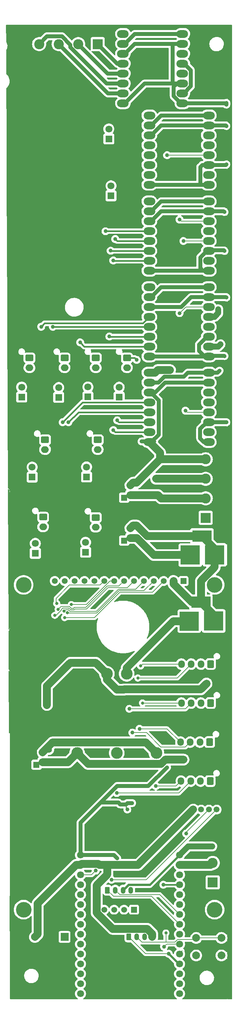
<source format=gbr>
G04 #@! TF.GenerationSoftware,KiCad,Pcbnew,7.0.8-7.0.8~ubuntu22.04.1*
G04 #@! TF.CreationDate,2023-10-22T22:59:33+09:00*
G04 #@! TF.ProjectId,QuinoaChipPlant,5175696e-6f61-4436-9869-70506c616e74,rev?*
G04 #@! TF.SameCoordinates,Original*
G04 #@! TF.FileFunction,Copper,L2,Bot*
G04 #@! TF.FilePolarity,Positive*
%FSLAX46Y46*%
G04 Gerber Fmt 4.6, Leading zero omitted, Abs format (unit mm)*
G04 Created by KiCad (PCBNEW 7.0.8-7.0.8~ubuntu22.04.1) date 2023-10-22 22:59:33*
%MOMM*%
%LPD*%
G01*
G04 APERTURE LIST*
G04 Aperture macros list*
%AMRoundRect*
0 Rectangle with rounded corners*
0 $1 Rounding radius*
0 $2 $3 $4 $5 $6 $7 $8 $9 X,Y pos of 4 corners*
0 Add a 4 corners polygon primitive as box body*
4,1,4,$2,$3,$4,$5,$6,$7,$8,$9,$2,$3,0*
0 Add four circle primitives for the rounded corners*
1,1,$1+$1,$2,$3*
1,1,$1+$1,$4,$5*
1,1,$1+$1,$6,$7*
1,1,$1+$1,$8,$9*
0 Add four rect primitives between the rounded corners*
20,1,$1+$1,$2,$3,$4,$5,0*
20,1,$1+$1,$4,$5,$6,$7,0*
20,1,$1+$1,$6,$7,$8,$9,0*
20,1,$1+$1,$8,$9,$2,$3,0*%
G04 Aperture macros list end*
G04 #@! TA.AperFunction,ComponentPad*
%ADD10O,3.000000X2.000000*%
G04 #@! TD*
G04 #@! TA.AperFunction,ComponentPad*
%ADD11RoundRect,0.250000X0.600000X0.725000X-0.600000X0.725000X-0.600000X-0.725000X0.600000X-0.725000X0*%
G04 #@! TD*
G04 #@! TA.AperFunction,ComponentPad*
%ADD12O,1.700000X1.950000*%
G04 #@! TD*
G04 #@! TA.AperFunction,ComponentPad*
%ADD13RoundRect,0.250000X-0.750000X0.600000X-0.750000X-0.600000X0.750000X-0.600000X0.750000X0.600000X0*%
G04 #@! TD*
G04 #@! TA.AperFunction,ComponentPad*
%ADD14O,2.000000X1.700000*%
G04 #@! TD*
G04 #@! TA.AperFunction,ComponentPad*
%ADD15C,1.500000*%
G04 #@! TD*
G04 #@! TA.AperFunction,ComponentPad*
%ADD16R,1.800000X1.800000*%
G04 #@! TD*
G04 #@! TA.AperFunction,ComponentPad*
%ADD17C,1.800000*%
G04 #@! TD*
G04 #@! TA.AperFunction,ComponentPad*
%ADD18R,2.600000X2.600000*%
G04 #@! TD*
G04 #@! TA.AperFunction,ComponentPad*
%ADD19C,2.600000*%
G04 #@! TD*
G04 #@! TA.AperFunction,ComponentPad*
%ADD20C,3.000000*%
G04 #@! TD*
G04 #@! TA.AperFunction,ComponentPad*
%ADD21R,2.000000X2.000000*%
G04 #@! TD*
G04 #@! TA.AperFunction,ComponentPad*
%ADD22C,2.000000*%
G04 #@! TD*
G04 #@! TA.AperFunction,ComponentPad*
%ADD23R,1.600000X1.600000*%
G04 #@! TD*
G04 #@! TA.AperFunction,ComponentPad*
%ADD24C,1.600000*%
G04 #@! TD*
G04 #@! TA.AperFunction,ComponentPad*
%ADD25RoundRect,0.250000X-0.350000X-0.625000X0.350000X-0.625000X0.350000X0.625000X-0.350000X0.625000X0*%
G04 #@! TD*
G04 #@! TA.AperFunction,ComponentPad*
%ADD26O,1.200000X1.750000*%
G04 #@! TD*
G04 #@! TA.AperFunction,ComponentPad*
%ADD27R,5.001260X5.001260*%
G04 #@! TD*
G04 #@! TA.AperFunction,ComponentPad*
%ADD28R,5.001260X2.999740*%
G04 #@! TD*
G04 #@! TA.AperFunction,ComponentPad*
%ADD29C,4.000000*%
G04 #@! TD*
G04 #@! TA.AperFunction,ComponentPad*
%ADD30R,1.500000X1.500000*%
G04 #@! TD*
G04 #@! TA.AperFunction,ViaPad*
%ADD31C,1.000000*%
G04 #@! TD*
G04 #@! TA.AperFunction,ViaPad*
%ADD32C,0.500000*%
G04 #@! TD*
G04 #@! TA.AperFunction,ViaPad*
%ADD33C,0.800000*%
G04 #@! TD*
G04 #@! TA.AperFunction,Conductor*
%ADD34C,2.000000*%
G04 #@! TD*
G04 #@! TA.AperFunction,Conductor*
%ADD35C,1.000000*%
G04 #@! TD*
G04 #@! TA.AperFunction,Conductor*
%ADD36C,0.600000*%
G04 #@! TD*
G04 #@! TA.AperFunction,Conductor*
%ADD37C,0.200000*%
G04 #@! TD*
G04 #@! TA.AperFunction,Conductor*
%ADD38C,1.500000*%
G04 #@! TD*
G04 #@! TA.AperFunction,Conductor*
%ADD39C,0.400000*%
G04 #@! TD*
G04 #@! TA.AperFunction,Conductor*
%ADD40C,0.250000*%
G04 #@! TD*
G04 APERTURE END LIST*
D10*
X383760000Y-179266968D03*
X383760000Y-181806968D03*
X383760000Y-184346968D03*
X383760000Y-186886968D03*
X383760000Y-189426968D03*
X383760000Y-191966968D03*
X383760000Y-194506968D03*
X383760000Y-197046968D03*
X399000000Y-197046968D03*
X399000000Y-194506968D03*
X399000000Y-191966968D03*
X399000000Y-189426968D03*
X399000000Y-186886968D03*
X399000000Y-184346968D03*
X399000000Y-181806968D03*
X399000000Y-179266968D03*
D11*
X399230200Y-274019800D03*
D12*
X396730200Y-274019800D03*
X394230200Y-274019800D03*
X391730200Y-274019800D03*
D13*
X357000000Y-196500000D03*
D14*
X357000000Y-199000000D03*
D15*
X401017400Y-291332600D03*
X399017400Y-291332600D03*
X397017400Y-291332600D03*
X395017400Y-291332600D03*
D13*
X370000000Y-216420000D03*
D14*
X370000000Y-218920000D03*
D16*
X354500000Y-225595000D03*
D17*
X354500000Y-223055000D03*
D18*
X398200000Y-216500000D03*
D19*
X398200000Y-211500000D03*
X398200000Y-206500000D03*
X398200000Y-201500000D03*
D20*
X377930000Y-256500000D03*
X372850000Y-256500000D03*
X365230000Y-276820000D03*
X375390000Y-276820000D03*
X385550000Y-276820000D03*
D13*
X362000000Y-175500000D03*
D14*
X362000000Y-178000000D03*
D10*
X376975000Y-92398591D03*
X376975000Y-94938591D03*
X376975000Y-97478591D03*
X376975000Y-100018591D03*
X376975000Y-102558591D03*
X376975000Y-105098591D03*
X376975000Y-107638591D03*
X376975000Y-110178591D03*
X392215000Y-110178591D03*
X392215000Y-107638591D03*
X392215000Y-105098591D03*
X392215000Y-102558591D03*
X392215000Y-100018591D03*
X392215000Y-97478591D03*
X392215000Y-94938591D03*
X392215000Y-92398591D03*
D13*
X378000000Y-175500000D03*
D14*
X378000000Y-178000000D03*
D21*
X362000000Y-324000000D03*
D22*
X354400000Y-324000000D03*
D13*
X353000000Y-175500000D03*
D14*
X353000000Y-178000000D03*
D11*
X399480200Y-254019800D03*
D12*
X396980200Y-254019800D03*
X394480200Y-254019800D03*
X391980200Y-254019800D03*
D17*
X391500000Y-338540000D03*
X391500000Y-336000000D03*
X391500000Y-333460000D03*
X391500000Y-330920000D03*
X391500000Y-328380000D03*
X391500000Y-325840000D03*
X391500000Y-323300000D03*
X391500000Y-320760000D03*
X391500000Y-318220000D03*
X391500000Y-315680000D03*
X391500000Y-313140000D03*
X391500000Y-310600000D03*
X391500000Y-308060000D03*
X391500000Y-305520000D03*
X391500000Y-302980000D03*
X366100000Y-302980000D03*
X366100000Y-305520000D03*
X366100000Y-308060000D03*
X366100000Y-310600000D03*
X366100000Y-313140000D03*
X366100000Y-315680000D03*
X366100000Y-318220000D03*
X366100000Y-320760000D03*
X366100000Y-323300000D03*
X366100000Y-325840000D03*
X366100000Y-328380000D03*
X366100000Y-330920000D03*
X366100000Y-333460000D03*
X366100000Y-336000000D03*
X366100000Y-338540000D03*
D10*
X383760000Y-157329468D03*
X383760000Y-159869468D03*
X383760000Y-162409468D03*
X383760000Y-164949468D03*
X383760000Y-167489468D03*
X383760000Y-170029468D03*
X383760000Y-172569468D03*
X383760000Y-175109468D03*
X399000000Y-175109468D03*
X399000000Y-172569468D03*
X399000000Y-170029468D03*
X399000000Y-167489468D03*
X399000000Y-164949468D03*
X399000000Y-162409468D03*
X399000000Y-159869468D03*
X399000000Y-157329468D03*
D13*
X370000000Y-175500000D03*
D14*
X370000000Y-178000000D03*
D11*
X399380200Y-284019800D03*
D12*
X396880200Y-284019800D03*
X394380200Y-284019800D03*
X391880200Y-284019800D03*
D16*
X367400000Y-225320000D03*
D17*
X367400000Y-222780000D03*
D23*
X377300000Y-211341874D03*
X378900000Y-210670937D03*
D24*
X378900000Y-208170937D03*
X380500000Y-207500000D03*
D16*
X368000000Y-185500000D03*
D17*
X368000000Y-182960000D03*
D16*
X360500000Y-185620000D03*
D17*
X360500000Y-183080000D03*
D16*
X376000000Y-185540000D03*
D17*
X376000000Y-183000000D03*
D25*
X378500000Y-324000000D03*
D26*
X380500000Y-324000000D03*
X382500000Y-324000000D03*
X384500000Y-324000000D03*
D16*
X351000000Y-185520000D03*
D17*
X351000000Y-182980000D03*
D10*
X383760000Y-135329468D03*
X383760000Y-137869468D03*
X383760000Y-140409468D03*
X383760000Y-142949468D03*
X383760000Y-145489468D03*
X383760000Y-148029468D03*
X383760000Y-150569468D03*
X383760000Y-153109468D03*
X399000000Y-153109468D03*
X399000000Y-150569468D03*
X399000000Y-148029468D03*
X399000000Y-145489468D03*
X399000000Y-142949468D03*
X399000000Y-140409468D03*
X399000000Y-137869468D03*
X399000000Y-135329468D03*
D23*
X377300000Y-222341874D03*
X378900000Y-221670937D03*
D24*
X378900000Y-219170937D03*
X380500000Y-218500000D03*
D13*
X370500000Y-196500000D03*
D14*
X370500000Y-199000000D03*
D16*
X373358820Y-119315000D03*
D17*
X373358820Y-116775000D03*
D27*
X394000000Y-243000000D03*
X400250940Y-242949200D03*
D28*
X396999740Y-238148600D03*
D18*
X400000000Y-310000000D03*
D19*
X400000000Y-305000000D03*
D27*
X394249060Y-226050800D03*
X400500000Y-226000000D03*
D28*
X397248800Y-221199400D03*
D29*
X400500000Y-233700000D03*
X351500000Y-233700000D03*
X400500000Y-317000000D03*
X351500000Y-317000000D03*
D30*
X392501000Y-232700000D03*
D15*
X389961000Y-232700000D03*
X387421000Y-232700000D03*
X384881000Y-232700000D03*
X382341000Y-232700000D03*
X379801000Y-232700000D03*
X377261000Y-232700000D03*
X374721000Y-232700000D03*
X372181000Y-232700000D03*
X369641000Y-232700000D03*
X367101000Y-232700000D03*
X364561000Y-232700000D03*
X362021000Y-232700000D03*
X359481000Y-232700000D03*
D30*
X379801000Y-317000000D03*
D15*
X377261000Y-317000000D03*
X374721000Y-317000000D03*
X372181000Y-317000000D03*
D16*
X367644484Y-206000000D03*
D17*
X367644484Y-203460000D03*
D22*
X402250000Y-328750000D03*
X395750000Y-328750000D03*
X402250000Y-324250000D03*
X395750000Y-324250000D03*
D11*
X399480200Y-264019800D03*
D12*
X396980200Y-264019800D03*
X394480200Y-264019800D03*
X391980200Y-264019800D03*
D10*
X383760000Y-113289468D03*
X383760000Y-115829468D03*
X383760000Y-118369468D03*
X383760000Y-120909468D03*
X383760000Y-123449468D03*
X383760000Y-125989468D03*
X383760000Y-128529468D03*
X383760000Y-131069468D03*
X399000000Y-131069468D03*
X399000000Y-128529468D03*
X399000000Y-125989468D03*
X399000000Y-123449468D03*
X399000000Y-120909468D03*
X399000000Y-118369468D03*
X399000000Y-115829468D03*
X399000000Y-113289468D03*
D23*
X354800000Y-279841874D03*
X356400000Y-279170937D03*
D24*
X356400000Y-276670937D03*
X358000000Y-276000000D03*
D18*
X370500000Y-95000000D03*
D19*
X365500000Y-95000000D03*
X360500000Y-95000000D03*
X355500000Y-95000000D03*
D25*
X373000000Y-312000000D03*
D26*
X375000000Y-312000000D03*
X377000000Y-312000000D03*
X379000000Y-312000000D03*
D13*
X356500000Y-216320000D03*
D14*
X356500000Y-218820000D03*
D16*
X373922120Y-133900000D03*
D17*
X373922120Y-131360000D03*
D16*
X353700000Y-206040000D03*
D17*
X353700000Y-203500000D03*
D31*
X389058717Y-178604103D03*
X385500000Y-206500000D03*
X403369468Y-159869468D03*
X398410200Y-259000000D03*
X357500000Y-264500000D03*
X403000000Y-138069468D03*
X403000000Y-148069468D03*
X403500000Y-125849468D03*
X403000000Y-175019468D03*
X403466968Y-191966968D03*
D32*
X403500000Y-116000000D03*
D33*
X403500000Y-110069468D03*
D31*
X385400000Y-285300000D03*
X388700000Y-328300000D03*
X392500000Y-278500000D03*
X399900000Y-300800000D03*
X391500000Y-164000000D03*
X393000000Y-189000000D03*
X361500000Y-192000000D03*
X363000000Y-192000000D03*
X375400000Y-287100000D03*
X374500000Y-194000000D03*
X375500000Y-191500000D03*
X375000000Y-145000000D03*
X373827083Y-147993574D03*
X379400000Y-271600000D03*
X381221425Y-270599126D03*
X378600000Y-265500000D03*
X387500000Y-326500000D03*
D33*
X382000000Y-264000000D03*
X380800000Y-257584588D03*
D31*
X370000000Y-307000000D03*
D33*
X381500000Y-254500000D03*
D31*
X380500000Y-176000000D03*
D33*
X388000000Y-323000000D03*
D32*
X401750000Y-178750000D03*
D31*
X376249500Y-289999500D03*
X378099500Y-291324500D03*
D32*
X401750000Y-172250000D03*
D31*
X375499500Y-303820000D03*
D33*
X401448717Y-163000000D03*
D31*
X388299990Y-280500698D03*
X391500000Y-140000000D03*
X392500000Y-145500000D03*
D33*
X363744975Y-238755025D03*
X362734499Y-240855820D03*
X361852586Y-240384402D03*
X362009904Y-242104531D03*
X360371436Y-239961022D03*
X360000000Y-238500000D03*
D31*
X393200000Y-297500000D03*
D33*
X359500002Y-241500000D03*
D31*
X374046606Y-309357559D03*
X356000000Y-167500000D03*
X359000000Y-167500000D03*
X373500000Y-170000000D03*
X372500000Y-143000000D03*
X374499998Y-150499998D03*
X387348300Y-310611043D03*
X366000000Y-171500000D03*
X388300000Y-123500000D03*
D34*
X385500000Y-206500000D02*
X398200000Y-206500000D01*
X383760000Y-179266968D02*
X385256148Y-179266968D01*
X385919013Y-178604103D02*
X389058717Y-178604103D01*
X380559667Y-221670937D02*
X384939530Y-226050800D01*
X378900000Y-221670937D02*
X380559667Y-221670937D01*
X395148860Y-226000000D02*
X395500260Y-226351400D01*
X385256148Y-179266968D02*
X385919013Y-178604103D01*
X384939530Y-226050800D02*
X394249060Y-226050800D01*
D35*
X396800000Y-130884468D02*
X396800000Y-126504468D01*
X390825000Y-105098591D02*
X392215000Y-105098591D01*
D34*
X366320000Y-305300000D02*
X370704164Y-305300000D01*
X380500000Y-218500000D02*
X379570937Y-218500000D01*
D35*
X402800000Y-137869468D02*
X403000000Y-138069468D01*
X403500000Y-160000000D02*
X403369468Y-159869468D01*
X386800000Y-115829468D02*
X399000000Y-115829468D01*
X399000000Y-148029468D02*
X398500000Y-148029468D01*
X396460000Y-172069468D02*
X396460000Y-173654468D01*
X384260000Y-140409468D02*
X386800000Y-137869468D01*
D34*
X370231000Y-317801048D02*
X374354952Y-321925000D01*
X396893626Y-260516574D02*
X398410200Y-259000000D01*
D35*
X389725000Y-94938591D02*
X389725000Y-104828591D01*
D34*
X370704164Y-305300000D02*
X370924164Y-305520000D01*
X356400000Y-276670937D02*
X358945814Y-274125123D01*
D35*
X389725000Y-94938591D02*
X392215000Y-94938591D01*
X403500000Y-110500000D02*
X403500000Y-110069468D01*
D34*
X394659600Y-238148600D02*
X396999740Y-238148600D01*
D35*
X403329468Y-115829468D02*
X403500000Y-116000000D01*
X403178591Y-110178591D02*
X403500000Y-110500000D01*
X392215000Y-110178591D02*
X403178591Y-110178591D01*
D34*
X383245584Y-321925000D02*
X384500000Y-323179416D01*
D35*
X377475000Y-97478591D02*
X380015000Y-94938591D01*
D34*
X400250940Y-242949200D02*
X400250940Y-241399800D01*
D35*
X386800000Y-137869468D02*
X399000000Y-137869468D01*
X390015000Y-105908591D02*
X390410000Y-105513591D01*
D34*
X373000000Y-305520000D02*
X373000000Y-308000001D01*
D35*
X383760000Y-197046968D02*
X384260000Y-197046968D01*
X402970000Y-174989468D02*
X403000000Y-175019468D01*
X382555000Y-105098591D02*
X392215000Y-105098591D01*
D34*
X386500000Y-199786968D02*
X383760000Y-197046968D01*
X377162742Y-260600000D02*
X377246168Y-260516574D01*
D35*
X397460000Y-153109468D02*
X399000000Y-153109468D01*
D34*
X358945814Y-274125123D02*
X382855123Y-274125123D01*
X382855123Y-274125123D02*
X385550000Y-276820000D01*
X377246168Y-260516574D02*
X396893626Y-260516574D01*
D35*
X397715000Y-197046968D02*
X399000000Y-197046968D01*
X387796148Y-181806968D02*
X399000000Y-181806968D01*
X392215000Y-110178591D02*
X391850837Y-110178591D01*
X399000000Y-170029468D02*
X398500000Y-170029468D01*
X396985000Y-131069468D02*
X399000000Y-131069468D01*
D34*
X400500000Y-224450600D02*
X397248800Y-221199400D01*
X375455123Y-260600000D02*
X377162742Y-260600000D01*
D35*
X397915000Y-175109468D02*
X399000000Y-175109468D01*
X399000000Y-191966968D02*
X398500000Y-191966968D01*
X398500000Y-170029468D02*
X396460000Y-172069468D01*
D34*
X380500000Y-207500000D02*
X379570937Y-207500000D01*
X357500000Y-259670937D02*
X363500000Y-253670937D01*
D35*
X396785000Y-193681968D02*
X396785000Y-196116968D01*
D34*
X370231000Y-310769001D02*
X370231000Y-317801048D01*
X384500000Y-323179416D02*
X384500000Y-324000000D01*
D35*
X391959162Y-162409468D02*
X394499162Y-159869468D01*
X385000000Y-196926968D02*
X381745000Y-196926968D01*
X398500000Y-191966968D02*
X396785000Y-193681968D01*
D34*
X379570937Y-207500000D02*
X378900000Y-208170937D01*
D35*
X384124163Y-184346968D02*
X383760000Y-184346968D01*
D34*
X373000000Y-305520000D02*
X380830000Y-305520000D01*
D35*
X383760000Y-140409468D02*
X384260000Y-140409468D01*
D34*
X396999740Y-232681982D02*
X400500000Y-229181722D01*
D35*
X403500000Y-192000000D02*
X403466968Y-191966968D01*
X400240000Y-147909468D02*
X402840000Y-147909468D01*
D34*
X400500000Y-226000000D02*
X400500000Y-224450600D01*
X386500000Y-201500000D02*
X380500000Y-207500000D01*
D35*
X399000000Y-137869468D02*
X402800000Y-137869468D01*
X396985000Y-131069468D02*
X396800000Y-130884468D01*
D34*
X373000000Y-308000001D02*
X370231000Y-310769001D01*
X355107107Y-315392893D02*
X364980000Y-305520000D01*
X372850000Y-256500000D02*
X372850000Y-257994877D01*
D35*
X377475000Y-110178591D02*
X382555000Y-105098591D01*
X396785000Y-196116968D02*
X397715000Y-197046968D01*
X376975000Y-110178591D02*
X377475000Y-110178591D01*
X383760000Y-175109468D02*
X399000000Y-175109468D01*
D34*
X397248800Y-221199400D02*
X383199400Y-221199400D01*
D35*
X391850837Y-110178591D02*
X390015000Y-108342754D01*
D34*
X370924164Y-305520000D02*
X373000000Y-305520000D01*
X372850000Y-257994877D02*
X375455123Y-260600000D01*
X379570937Y-218500000D02*
X378900000Y-219170937D01*
X389961000Y-233450000D02*
X394659600Y-238148600D01*
D35*
X386135000Y-186357805D02*
X384124163Y-184346968D01*
D34*
X354400000Y-324000000D02*
X355107107Y-323292893D01*
D35*
X400240000Y-174989468D02*
X402970000Y-174989468D01*
X389725000Y-104828591D02*
X390410000Y-105513591D01*
X396800000Y-149729468D02*
X396800000Y-152449468D01*
D34*
X383199400Y-221199400D02*
X380500000Y-218500000D01*
X366100000Y-305520000D02*
X366320000Y-305300000D01*
X398200000Y-201500000D02*
X386500000Y-201500000D01*
D35*
X399000000Y-115829468D02*
X403329468Y-115829468D01*
D34*
X357500000Y-264500000D02*
X357500000Y-259670937D01*
X380830000Y-305520000D02*
X395017400Y-291332600D01*
D35*
X399000000Y-191966968D02*
X403466968Y-191966968D01*
X399000000Y-159869468D02*
X403369468Y-159869468D01*
D34*
X389961000Y-232700000D02*
X389961000Y-233450000D01*
D35*
X383760000Y-153109468D02*
X399000000Y-153109468D01*
X399000000Y-125989468D02*
X403360000Y-125989468D01*
X397315000Y-125989468D02*
X399000000Y-125989468D01*
D34*
X374354952Y-321925000D02*
X383245584Y-321925000D01*
D35*
X396800000Y-126504468D02*
X397315000Y-125989468D01*
X386135000Y-195171968D02*
X386135000Y-186357805D01*
X396460000Y-173654468D02*
X397915000Y-175109468D01*
X383760000Y-184346968D02*
X385256148Y-184346968D01*
X390015000Y-108342754D02*
X390015000Y-105908591D01*
X384260000Y-118369468D02*
X386800000Y-115829468D01*
X383760000Y-162409468D02*
X391959162Y-162409468D01*
X380015000Y-94938591D02*
X389725000Y-94938591D01*
D34*
X364980000Y-305520000D02*
X366100000Y-305520000D01*
D35*
X402840000Y-147909468D02*
X403000000Y-148069468D01*
X376975000Y-97478591D02*
X377475000Y-97478591D01*
X390410000Y-105513591D02*
X390825000Y-105098591D01*
D34*
X399480000Y-305520000D02*
X400000000Y-305000000D01*
X400500000Y-229181722D02*
X400500000Y-226000000D01*
X391500000Y-305520000D02*
X399480000Y-305520000D01*
X386500000Y-201500000D02*
X386500000Y-199786968D01*
D35*
X396800000Y-152449468D02*
X397460000Y-153109468D01*
X398500000Y-148029468D02*
X396800000Y-149729468D01*
X385256148Y-184346968D02*
X387796148Y-181806968D01*
X383760000Y-118369468D02*
X384260000Y-118369468D01*
D34*
X370020937Y-253670937D02*
X372850000Y-256500000D01*
D35*
X394499162Y-159869468D02*
X399000000Y-159869468D01*
X384260000Y-197046968D02*
X386135000Y-195171968D01*
D34*
X396999740Y-238148600D02*
X396999740Y-232681982D01*
D35*
X383760000Y-131069468D02*
X396985000Y-131069468D01*
D34*
X355107107Y-323292893D02*
X355107107Y-315392893D01*
X400250940Y-241399800D02*
X396999740Y-238148600D01*
X363500000Y-253670937D02*
X370020937Y-253670937D01*
D35*
X403360000Y-125989468D02*
X403500000Y-125849468D01*
D36*
X391500000Y-330920000D02*
X391320000Y-330920000D01*
D37*
X388700000Y-328300000D02*
X382800000Y-328300000D01*
X382800000Y-328300000D02*
X378500000Y-324000000D01*
X390600000Y-285300000D02*
X385400000Y-285300000D01*
X391880200Y-284019800D02*
X390600000Y-285300000D01*
D36*
X391320000Y-330920000D02*
X388700000Y-328300000D01*
D34*
X368010002Y-279600002D02*
X386796540Y-279600002D01*
X386796540Y-279600002D02*
X387896542Y-278500000D01*
D36*
X383855000Y-310625000D02*
X391500000Y-302980000D01*
D38*
X393680000Y-300800000D02*
X391500000Y-302980000D01*
D34*
X387896542Y-278500000D02*
X392500000Y-278500000D01*
D38*
X399900000Y-300800000D02*
X393680000Y-300800000D01*
D36*
X378375000Y-310625000D02*
X383855000Y-310625000D01*
D34*
X362879063Y-279170937D02*
X365230000Y-276820000D01*
X365230000Y-276820000D02*
X368010002Y-279600002D01*
D36*
X377000000Y-312000000D02*
X378375000Y-310625000D01*
D34*
X356400000Y-279170937D02*
X362879063Y-279170937D01*
D37*
X373000000Y-312000000D02*
X374575000Y-313575000D01*
X399000000Y-162409468D02*
X393090532Y-162409468D01*
X384315000Y-313575000D02*
X391500000Y-320760000D01*
X393090532Y-162409468D02*
X391500000Y-164000000D01*
X374575000Y-313575000D02*
X384315000Y-313575000D01*
X393426968Y-189426968D02*
X393000000Y-189000000D01*
X375000000Y-312000000D02*
X376175000Y-313175000D01*
X376175000Y-313175000D02*
X386455000Y-313175000D01*
X399000000Y-189426968D02*
X393426968Y-189426968D01*
X386455000Y-313175000D02*
X391500000Y-318220000D01*
D39*
X366613032Y-186886968D02*
X383760000Y-186886968D01*
X361500000Y-192000000D02*
X366613032Y-186886968D01*
X365573032Y-189426968D02*
X383760000Y-189426968D01*
X363000000Y-192000000D02*
X365573032Y-189426968D01*
D37*
X394380200Y-284019800D02*
X391300000Y-287100000D01*
X391300000Y-287100000D02*
X375400000Y-287100000D01*
D35*
X373058591Y-102558591D02*
X376975000Y-102558591D01*
X365500000Y-95000000D02*
X373058591Y-102558591D01*
D39*
X375006968Y-194506968D02*
X383760000Y-194506968D01*
X374500000Y-194000000D02*
X375006968Y-194506968D01*
X375966968Y-191966968D02*
X383760000Y-191966968D01*
X375500000Y-191500000D02*
X375966968Y-191966968D01*
X375489468Y-145489468D02*
X375000000Y-145000000D01*
X383760000Y-145489468D02*
X375489468Y-145489468D01*
X373862977Y-148029468D02*
X373827083Y-147993574D01*
X383760000Y-148029468D02*
X373862977Y-148029468D01*
D37*
X392956447Y-275293553D02*
X386693553Y-275293553D01*
X383000000Y-271600000D02*
X379400000Y-271600000D01*
X386693553Y-275293553D02*
X383000000Y-271600000D01*
X394230200Y-274019800D02*
X392956447Y-275293553D01*
X391730200Y-274019800D02*
X388309526Y-270599126D01*
X392150000Y-327560000D02*
X390950000Y-328760000D01*
X388309526Y-270599126D02*
X381221425Y-270599126D01*
X393000000Y-265500000D02*
X378600000Y-265500000D01*
X394480200Y-264019800D02*
X393000000Y-265500000D01*
X387500000Y-326500000D02*
X388160000Y-325840000D01*
X388160000Y-325840000D02*
X391500000Y-325840000D01*
X391980200Y-264019800D02*
X382519800Y-264019800D01*
X382500000Y-264000000D02*
X382000000Y-264000000D01*
X382519800Y-264019800D02*
X382500000Y-264000000D01*
X394480200Y-254019800D02*
X390915412Y-257584588D01*
X390915412Y-257584588D02*
X380800000Y-257584588D01*
X368940000Y-308060000D02*
X370000000Y-307000000D01*
X391980200Y-254019800D02*
X381980200Y-254019800D01*
X381980200Y-254019800D02*
X381500000Y-254500000D01*
X366100000Y-308060000D02*
X368940000Y-308060000D01*
D39*
X380000000Y-175500000D02*
X380500000Y-176000000D01*
X378000000Y-175500000D02*
X380000000Y-175500000D01*
D37*
X390300000Y-325344688D02*
X390999758Y-324644930D01*
X380500000Y-324000000D02*
X381844688Y-325344688D01*
X381844688Y-325344688D02*
X388000000Y-325344688D01*
X388000000Y-323000000D02*
X388000000Y-325344688D01*
X395355070Y-324644930D02*
X395750000Y-324250000D01*
X388000000Y-325344688D02*
X390300000Y-325344688D01*
X390999758Y-324644930D02*
X395355070Y-324644930D01*
X395750000Y-324250000D02*
X402250000Y-324250000D01*
D35*
X387600061Y-180304103D02*
X392600061Y-180304103D01*
X392215000Y-92398591D02*
X392715000Y-92398591D01*
D38*
X399000000Y-172569468D02*
X401430532Y-172569468D01*
D35*
X392579163Y-107638591D02*
X392215000Y-107638591D01*
X399000000Y-113289468D02*
X399500000Y-113289468D01*
X401233032Y-179266968D02*
X401750000Y-178750000D01*
X384260000Y-115829468D02*
X386800000Y-113289468D01*
X386800000Y-157329468D02*
X399000000Y-157329468D01*
X384260000Y-159869468D02*
X386800000Y-157329468D01*
X375502943Y-285300000D02*
X383500688Y-285300000D01*
D38*
X401448717Y-163996899D02*
X401448717Y-163000000D01*
D35*
X383760000Y-181806968D02*
X386097196Y-181806968D01*
X386800000Y-113289468D02*
X399000000Y-113289468D01*
X386097196Y-181806968D02*
X387600061Y-180304103D01*
X378109500Y-289664500D02*
X377774500Y-289999500D01*
D40*
X377774500Y-290999500D02*
X377774500Y-289999500D01*
D35*
X386800000Y-135329468D02*
X399000000Y-135329468D01*
X383500688Y-285300000D02*
X388299990Y-280500698D01*
X392715000Y-100018591D02*
X394415000Y-101718591D01*
X399000000Y-179266968D02*
X401233032Y-179266968D01*
X383760000Y-115829468D02*
X384260000Y-115829468D01*
X366100000Y-302980000D02*
X366100000Y-294702943D01*
X393637196Y-179266968D02*
X399000000Y-179266968D01*
X384260000Y-137869468D02*
X386800000Y-135329468D01*
X383760000Y-137869468D02*
X384260000Y-137869468D01*
X394415000Y-105802754D02*
X392579163Y-107638591D01*
D38*
X401750000Y-172250000D02*
X402000000Y-172000000D01*
X401430532Y-172569468D02*
X401750000Y-172250000D01*
D35*
X375801472Y-289551472D02*
X376249500Y-289999500D01*
X392600061Y-180304103D02*
X393637196Y-179266968D01*
X371251472Y-289551472D02*
X375502943Y-285300000D01*
X377475000Y-94938591D02*
X380015000Y-92398591D01*
D38*
X400496148Y-164949468D02*
X401448717Y-163996899D01*
D35*
X379324500Y-289664500D02*
X378109500Y-289664500D01*
X392579163Y-100018591D02*
X392215000Y-100018591D01*
X392215000Y-100018591D02*
X392715000Y-100018591D01*
X383760000Y-159869468D02*
X384260000Y-159869468D01*
X366100000Y-294702943D02*
X371251472Y-289551472D01*
X371251472Y-289551472D02*
X375801472Y-289551472D01*
D38*
X399000000Y-164949468D02*
X400496148Y-164949468D01*
D35*
X380015000Y-92398591D02*
X392215000Y-92398591D01*
X374659500Y-302980000D02*
X375499500Y-303820000D01*
X366100000Y-302980000D02*
X374659500Y-302980000D01*
D40*
X378099500Y-291324500D02*
X377774500Y-290999500D01*
D35*
X376975000Y-94938591D02*
X377475000Y-94938591D01*
X377774500Y-289999500D02*
X376249500Y-289999500D01*
X394415000Y-101718591D02*
X394415000Y-105802754D01*
X399364163Y-120909468D02*
X399000000Y-120909468D01*
D37*
X399000000Y-140409468D02*
X391909468Y-140409468D01*
X391909468Y-140409468D02*
X391500000Y-140000000D01*
X392500000Y-145500000D02*
X392510532Y-145489468D01*
X399000000Y-145489468D02*
X392510532Y-145489468D01*
D34*
X389935123Y-243000000D02*
X377930000Y-255005123D01*
X394000000Y-243000000D02*
X389935123Y-243000000D01*
X378900000Y-210670937D02*
X385970937Y-210670937D01*
X386800000Y-211500000D02*
X386300000Y-211000000D01*
X377930000Y-255005123D02*
X377930000Y-256500000D01*
X385970937Y-210670937D02*
X386300000Y-211000000D01*
X398200000Y-211500000D02*
X386800000Y-211500000D01*
D37*
X373659256Y-232700000D02*
X367604231Y-238755025D01*
X374721000Y-232700000D02*
X373659256Y-232700000D01*
X367604231Y-238755025D02*
X363744975Y-238755025D01*
X375997056Y-235200000D02*
X370292033Y-240905023D01*
X362783702Y-240905023D02*
X362734499Y-240855820D01*
X370292033Y-240905023D02*
X362783702Y-240905023D01*
X382381000Y-235200000D02*
X375997056Y-235200000D01*
X384881000Y-232700000D02*
X382381000Y-235200000D01*
X363373653Y-240505024D02*
X362931083Y-240062453D01*
X375831372Y-234800000D02*
X370126348Y-240505024D01*
X380241000Y-234800000D02*
X375831372Y-234800000D01*
X362174535Y-240062453D02*
X361852586Y-240384402D01*
X370126348Y-240505024D02*
X363373653Y-240505024D01*
X382341000Y-232700000D02*
X380241000Y-234800000D01*
X362931083Y-240062453D02*
X362174535Y-240062453D01*
X376162741Y-235600000D02*
X369658210Y-242104531D01*
X387421000Y-232700000D02*
X384521000Y-235600000D01*
X369658210Y-242104531D02*
X362009904Y-242104531D01*
X384521000Y-235600000D02*
X376162741Y-235600000D01*
X364489950Y-239500000D02*
X367424944Y-239500000D01*
X364284925Y-239705025D02*
X364489950Y-239500000D01*
X367424944Y-239500000D02*
X372924944Y-234000000D01*
X363262453Y-239262453D02*
X363705025Y-239705025D01*
X361070005Y-239262453D02*
X363262453Y-239262453D01*
X360371436Y-239961022D02*
X361070005Y-239262453D01*
X375961000Y-234000000D02*
X377261000Y-232700000D01*
X372924944Y-234000000D02*
X375961000Y-234000000D01*
X363705025Y-239705025D02*
X364284925Y-239705025D01*
X371131000Y-233750000D02*
X363260050Y-233750000D01*
X363260050Y-233750000D02*
X359822793Y-237187257D01*
X359822793Y-238322793D02*
X360000000Y-238500000D01*
X359822793Y-237187257D02*
X359822793Y-238322793D01*
X372181000Y-232700000D02*
X371131000Y-233750000D01*
X393200000Y-297150000D02*
X393200000Y-297500000D01*
X399017400Y-291332600D02*
X393200000Y-297150000D01*
X361071436Y-240127808D02*
X361071436Y-240250972D01*
X373090630Y-234400000D02*
X367590629Y-239900000D01*
X363539339Y-240105025D02*
X363096768Y-239662453D01*
X359822408Y-241500000D02*
X359500002Y-241500000D01*
X364450610Y-240105025D02*
X363539339Y-240105025D01*
X363096768Y-239662453D02*
X361536791Y-239662453D01*
X361536791Y-239662453D02*
X361071436Y-240127808D01*
X378101000Y-234400000D02*
X373090630Y-234400000D01*
X379801000Y-232700000D02*
X378101000Y-234400000D01*
X367590629Y-239900000D02*
X364655635Y-239900001D01*
X361071436Y-240250972D02*
X359822408Y-241500000D01*
X364655635Y-239900001D02*
X364450610Y-240105025D01*
X382992441Y-309357559D02*
X374046606Y-309357559D01*
X401017400Y-291332600D02*
X382992441Y-309357559D01*
D39*
X356000000Y-167500000D02*
X356900000Y-166600000D01*
X356900000Y-166600000D02*
X382109468Y-166600000D01*
X382109468Y-166600000D02*
X383760000Y-164949468D01*
D36*
X383760000Y-164949468D02*
X383260000Y-164949468D01*
D39*
X359010532Y-167489468D02*
X383760000Y-167489468D01*
D36*
X383760000Y-167489468D02*
X383678680Y-167489468D01*
D39*
X359000000Y-167500000D02*
X359010532Y-167489468D01*
X373500000Y-170000000D02*
X373529468Y-170029468D01*
X373529468Y-170029468D02*
X383760000Y-170029468D01*
D35*
X370500000Y-95000000D02*
X375518591Y-100018591D01*
X375518591Y-100018591D02*
X376975000Y-100018591D01*
X360500000Y-95000000D02*
X373138591Y-107638591D01*
X373138591Y-107638591D02*
X376975000Y-107638591D01*
X372777159Y-105098591D02*
X376975000Y-105098591D01*
X355500000Y-95000000D02*
X357500000Y-93000000D01*
X363500000Y-95821432D02*
X372777159Y-105098591D01*
X363500000Y-95178568D02*
X363500000Y-95821432D01*
X361321432Y-93000000D02*
X363500000Y-95178568D01*
X357500000Y-93000000D02*
X361321432Y-93000000D01*
D39*
X372500000Y-143000000D02*
X372550532Y-142949468D01*
X372550532Y-142949468D02*
X383760000Y-142949468D01*
X383760000Y-150569468D02*
X374569468Y-150569468D01*
X374569468Y-150569468D02*
X374499998Y-150499998D01*
X391500000Y-310600000D02*
X387359343Y-310600000D01*
X387359343Y-310600000D02*
X387348300Y-310611043D01*
X366000000Y-171500000D02*
X367069468Y-172569468D01*
X367069468Y-172569468D02*
X383760000Y-172569468D01*
D37*
X399000000Y-123449468D02*
X388350532Y-123449468D01*
X388350532Y-123449468D02*
X388300000Y-123500000D01*
G04 #@! TA.AperFunction,NonConductor*
G36*
X390606239Y-93426776D02*
G01*
X390628629Y-93445193D01*
X390711428Y-93531396D01*
X390761597Y-93569095D01*
X390803367Y-93625104D01*
X390808224Y-93694805D01*
X390774627Y-93756067D01*
X390769334Y-93761041D01*
X390623522Y-93890219D01*
X390621820Y-93891992D01*
X390620977Y-93892474D01*
X390619787Y-93893529D01*
X390619567Y-93893281D01*
X390561183Y-93926703D01*
X390532394Y-93930091D01*
X389777596Y-93930091D01*
X389771515Y-93929792D01*
X389725000Y-93925211D01*
X389678485Y-93929792D01*
X389672404Y-93930091D01*
X380209095Y-93930091D01*
X380142056Y-93910406D01*
X380096301Y-93857602D01*
X380086357Y-93788444D01*
X380115382Y-93724888D01*
X380121414Y-93718410D01*
X380168866Y-93670959D01*
X380396415Y-93443410D01*
X380457738Y-93409925D01*
X380484096Y-93407091D01*
X390539200Y-93407091D01*
X390606239Y-93426776D01*
G37*
G04 #@! TD.AperFunction*
G04 #@! TA.AperFunction,NonConductor*
G36*
X369046625Y-96785513D02*
G01*
X369072018Y-96794984D01*
X369090799Y-96801989D01*
X369118050Y-96804918D01*
X369151345Y-96808499D01*
X369151362Y-96808500D01*
X370830904Y-96808500D01*
X370897943Y-96828185D01*
X370918585Y-96844819D01*
X374768287Y-100694521D01*
X374772367Y-100699023D01*
X374802023Y-100735159D01*
X374955585Y-100861185D01*
X374955588Y-100861187D01*
X375022353Y-100896872D01*
X375099016Y-100937850D01*
X375130787Y-100954832D01*
X375314061Y-101010427D01*
X375367493Y-101043189D01*
X375471423Y-101151392D01*
X375471426Y-101151395D01*
X375521597Y-101189095D01*
X375563367Y-101245104D01*
X375568224Y-101314805D01*
X375534627Y-101376067D01*
X375529334Y-101381041D01*
X375383522Y-101510219D01*
X375381820Y-101511992D01*
X375380977Y-101512474D01*
X375379787Y-101513529D01*
X375379567Y-101513281D01*
X375321183Y-101546703D01*
X375292394Y-101550091D01*
X373527687Y-101550091D01*
X373460648Y-101530406D01*
X373440006Y-101513772D01*
X368915609Y-96989375D01*
X368882124Y-96928052D01*
X368887108Y-96858360D01*
X368928980Y-96802427D01*
X368994444Y-96778010D01*
X369046625Y-96785513D01*
G37*
G04 #@! TD.AperFunction*
G04 #@! TA.AperFunction,NonConductor*
G36*
X372979940Y-103564224D02*
G01*
X373058591Y-103571971D01*
X373092073Y-103568673D01*
X373105109Y-103567390D01*
X373111189Y-103567091D01*
X375299200Y-103567091D01*
X375366239Y-103586776D01*
X375388629Y-103605193D01*
X375471428Y-103691396D01*
X375521597Y-103729095D01*
X375563367Y-103785104D01*
X375568224Y-103854805D01*
X375534627Y-103916067D01*
X375529334Y-103921041D01*
X375383522Y-104050219D01*
X375381820Y-104051992D01*
X375380977Y-104052474D01*
X375379787Y-104053529D01*
X375379567Y-104053281D01*
X375321183Y-104086703D01*
X375292394Y-104090091D01*
X373246255Y-104090091D01*
X373179216Y-104070406D01*
X373158574Y-104053772D01*
X372880111Y-103775309D01*
X372846626Y-103713986D01*
X372851610Y-103644294D01*
X372893482Y-103588361D01*
X372958946Y-103563944D01*
X372979940Y-103564224D01*
G37*
G04 #@! TD.AperFunction*
G04 #@! TA.AperFunction,NonConductor*
G36*
X375366239Y-106126776D02*
G01*
X375388626Y-106145191D01*
X375468111Y-106227943D01*
X375471428Y-106231396D01*
X375521597Y-106269095D01*
X375563367Y-106325104D01*
X375568224Y-106394805D01*
X375534627Y-106456067D01*
X375529334Y-106461041D01*
X375383522Y-106590219D01*
X375381820Y-106591992D01*
X375380977Y-106592474D01*
X375379787Y-106593529D01*
X375379567Y-106593281D01*
X375321183Y-106626703D01*
X375292394Y-106630091D01*
X373607687Y-106630091D01*
X373540648Y-106610406D01*
X373520006Y-106593772D01*
X373245006Y-106318772D01*
X373211521Y-106257449D01*
X373216505Y-106187757D01*
X373258377Y-106131824D01*
X373323841Y-106107407D01*
X373332687Y-106107091D01*
X375299200Y-106107091D01*
X375366239Y-106126776D01*
G37*
G04 #@! TD.AperFunction*
G04 #@! TA.AperFunction,NonConductor*
G36*
X388659539Y-95966776D02*
G01*
X388705294Y-96019580D01*
X388716500Y-96071091D01*
X388716500Y-103966091D01*
X388696815Y-104033130D01*
X388644011Y-104078885D01*
X388592500Y-104090091D01*
X382607598Y-104090091D01*
X382601518Y-104089792D01*
X382555000Y-104085211D01*
X382357297Y-104104682D01*
X382240574Y-104140091D01*
X382167191Y-104162351D01*
X381992001Y-104255992D01*
X381991994Y-104255996D01*
X381838431Y-104382023D01*
X381808775Y-104418158D01*
X381804687Y-104422668D01*
X379090134Y-107137221D01*
X379028811Y-107170706D01*
X378959119Y-107165722D01*
X378903186Y-107123850D01*
X378890425Y-107102697D01*
X378785650Y-106881886D01*
X378785648Y-106881884D01*
X378647292Y-106681442D01*
X378647291Y-106681441D01*
X378478576Y-106505789D01*
X378428400Y-106468084D01*
X378386632Y-106412074D01*
X378381775Y-106342373D01*
X378415373Y-106281112D01*
X378420632Y-106276169D01*
X378566474Y-106146966D01*
X378720510Y-105958305D01*
X378810318Y-105802753D01*
X378842284Y-105747387D01*
X378842285Y-105747384D01*
X378842289Y-105747378D01*
X378928656Y-105519648D01*
X378977374Y-105281012D01*
X378987181Y-105037652D01*
X378957823Y-104795871D01*
X378957823Y-104795869D01*
X378919621Y-104663985D01*
X378890061Y-104561929D01*
X378785650Y-104341887D01*
X378785649Y-104341886D01*
X378785648Y-104341883D01*
X378647292Y-104141442D01*
X378647291Y-104141441D01*
X378478576Y-103965789D01*
X378428400Y-103928084D01*
X378386632Y-103872074D01*
X378381775Y-103802373D01*
X378415373Y-103741112D01*
X378420632Y-103736169D01*
X378566474Y-103606966D01*
X378720510Y-103418305D01*
X378842289Y-103207378D01*
X378928656Y-102979648D01*
X378977374Y-102741012D01*
X378987181Y-102497652D01*
X378957823Y-102255871D01*
X378957823Y-102255869D01*
X378890062Y-102021934D01*
X378890061Y-102021929D01*
X378785650Y-101801887D01*
X378785649Y-101801886D01*
X378785648Y-101801883D01*
X378647292Y-101601442D01*
X378647291Y-101601441D01*
X378478576Y-101425789D01*
X378428400Y-101388084D01*
X378386632Y-101332074D01*
X378381775Y-101262373D01*
X378415373Y-101201112D01*
X378420632Y-101196169D01*
X378566474Y-101066966D01*
X378720510Y-100878305D01*
X378842289Y-100667378D01*
X378928656Y-100439648D01*
X378977374Y-100201012D01*
X378987181Y-99957652D01*
X378957823Y-99715871D01*
X378957823Y-99715869D01*
X378890062Y-99481934D01*
X378890061Y-99481929D01*
X378785650Y-99261887D01*
X378785649Y-99261886D01*
X378785648Y-99261883D01*
X378647292Y-99061442D01*
X378647291Y-99061441D01*
X378478576Y-98885789D01*
X378428400Y-98848084D01*
X378386632Y-98792074D01*
X378381775Y-98722373D01*
X378415373Y-98661112D01*
X378420632Y-98656169D01*
X378566474Y-98526966D01*
X378720510Y-98338305D01*
X378842289Y-98127378D01*
X378928656Y-97899648D01*
X378977374Y-97661012D01*
X378986280Y-97440013D01*
X379008648Y-97373821D01*
X379022492Y-97357331D01*
X380396415Y-95983410D01*
X380457738Y-95949925D01*
X380484096Y-95947091D01*
X388592500Y-95947091D01*
X388659539Y-95966776D01*
G37*
G04 #@! TD.AperFunction*
G04 #@! TA.AperFunction,NonConductor*
G36*
X397391239Y-114317653D02*
G01*
X397413629Y-114336070D01*
X397496428Y-114422273D01*
X397546597Y-114459972D01*
X397588367Y-114515981D01*
X397593224Y-114585682D01*
X397559627Y-114646944D01*
X397554334Y-114651918D01*
X397408522Y-114781096D01*
X397406820Y-114782869D01*
X397405977Y-114783351D01*
X397404787Y-114784406D01*
X397404567Y-114784158D01*
X397346183Y-114817580D01*
X397317394Y-114820968D01*
X386994095Y-114820968D01*
X386927056Y-114801283D01*
X386881301Y-114748479D01*
X386871357Y-114679321D01*
X386900382Y-114615765D01*
X386906414Y-114609287D01*
X386953866Y-114561836D01*
X387181415Y-114334287D01*
X387242738Y-114300802D01*
X387269096Y-114297968D01*
X397324200Y-114297968D01*
X397391239Y-114317653D01*
G37*
G04 #@! TD.AperFunction*
G04 #@! TA.AperFunction,NonConductor*
G36*
X402955732Y-116852610D02*
G01*
X403112193Y-116936239D01*
X403112197Y-116936241D01*
X403302300Y-116993909D01*
X403500000Y-117013380D01*
X403551147Y-117008342D01*
X403619791Y-117021360D01*
X403670502Y-117069425D01*
X403687300Y-117131745D01*
X403687300Y-124717722D01*
X403667615Y-124784761D01*
X403614811Y-124830516D01*
X403551147Y-124841125D01*
X403500000Y-124836088D01*
X403302296Y-124855559D01*
X403156442Y-124899805D01*
X403112191Y-124913228D01*
X403012854Y-124966326D01*
X402954401Y-124980968D01*
X400675800Y-124980968D01*
X400608761Y-124961283D01*
X400586371Y-124942866D01*
X400557903Y-124913228D01*
X400503575Y-124856666D01*
X400503574Y-124856665D01*
X400503572Y-124856663D01*
X400453400Y-124818961D01*
X400411632Y-124762951D01*
X400406775Y-124693250D01*
X400440373Y-124631989D01*
X400445632Y-124627046D01*
X400591474Y-124497843D01*
X400745510Y-124309182D01*
X400867289Y-124098255D01*
X400953656Y-123870525D01*
X401002374Y-123631889D01*
X401012181Y-123388529D01*
X400982823Y-123146748D01*
X400982823Y-123146746D01*
X400922069Y-122937001D01*
X400915061Y-122912806D01*
X400810650Y-122692764D01*
X400810649Y-122692763D01*
X400810648Y-122692760D01*
X400672292Y-122492319D01*
X400672291Y-122492318D01*
X400503576Y-122316666D01*
X400453400Y-122278961D01*
X400411632Y-122222951D01*
X400406775Y-122153250D01*
X400440373Y-122091989D01*
X400445632Y-122087046D01*
X400591474Y-121957843D01*
X400745510Y-121769182D01*
X400867289Y-121558255D01*
X400953656Y-121330525D01*
X401002374Y-121091889D01*
X401012181Y-120848529D01*
X400997430Y-120727042D01*
X400982823Y-120606746D01*
X400915062Y-120372811D01*
X400915061Y-120372806D01*
X400810650Y-120152764D01*
X400810649Y-120152763D01*
X400810648Y-120152760D01*
X400672292Y-119952319D01*
X400672291Y-119952318D01*
X400503576Y-119776666D01*
X400453400Y-119738961D01*
X400411632Y-119682951D01*
X400406775Y-119613250D01*
X400440373Y-119551989D01*
X400445632Y-119547046D01*
X400591474Y-119417843D01*
X400745510Y-119229182D01*
X400867289Y-119018255D01*
X400953656Y-118790525D01*
X401002374Y-118551889D01*
X401007270Y-118430400D01*
X401012181Y-118308535D01*
X401012181Y-118308529D01*
X400982823Y-118066746D01*
X400915062Y-117832811D01*
X400915061Y-117832806D01*
X400810650Y-117612764D01*
X400810649Y-117612763D01*
X400810648Y-117612760D01*
X400672292Y-117412319D01*
X400672291Y-117412318D01*
X400503576Y-117236666D01*
X400453400Y-117198961D01*
X400411632Y-117142951D01*
X400406775Y-117073250D01*
X400440373Y-117011989D01*
X400445632Y-117007046D01*
X400591474Y-116877843D01*
X400591478Y-116877837D01*
X400593180Y-116876067D01*
X400594021Y-116875585D01*
X400595214Y-116874529D01*
X400595433Y-116874776D01*
X400653817Y-116841356D01*
X400682606Y-116837968D01*
X402897279Y-116837968D01*
X402955732Y-116852610D01*
G37*
G04 #@! TD.AperFunction*
G04 #@! TA.AperFunction,NonConductor*
G36*
X397391239Y-116857653D02*
G01*
X397413629Y-116876070D01*
X397496428Y-116962273D01*
X397546597Y-116999972D01*
X397588367Y-117055981D01*
X397593224Y-117125682D01*
X397559627Y-117186944D01*
X397554334Y-117191918D01*
X397408522Y-117321096D01*
X397254489Y-117509753D01*
X397254487Y-117509757D01*
X397132715Y-117720671D01*
X397132710Y-117720681D01*
X397046345Y-117948406D01*
X396997626Y-118187042D01*
X396997625Y-118187050D01*
X396987818Y-118430400D01*
X396987818Y-118430401D01*
X397017176Y-118672189D01*
X397084937Y-118906124D01*
X397084938Y-118906127D01*
X397189351Y-119126175D01*
X397327707Y-119326616D01*
X397327708Y-119326617D01*
X397496423Y-119502269D01*
X397496426Y-119502272D01*
X397546597Y-119539972D01*
X397588367Y-119595981D01*
X397593224Y-119665682D01*
X397559627Y-119726944D01*
X397554334Y-119731918D01*
X397408522Y-119861096D01*
X397254489Y-120049753D01*
X397254487Y-120049757D01*
X397132715Y-120260671D01*
X397132710Y-120260681D01*
X397046345Y-120488406D01*
X396997626Y-120727042D01*
X396997625Y-120727050D01*
X396987818Y-120970400D01*
X396987818Y-120970401D01*
X397017176Y-121212189D01*
X397084937Y-121446124D01*
X397084938Y-121446127D01*
X397189351Y-121666175D01*
X397327707Y-121866616D01*
X397327708Y-121866617D01*
X397496423Y-122042269D01*
X397496426Y-122042272D01*
X397546597Y-122079972D01*
X397588367Y-122135981D01*
X397593224Y-122205682D01*
X397559627Y-122266944D01*
X397554334Y-122271918D01*
X397408522Y-122401096D01*
X397254489Y-122589753D01*
X397254487Y-122589757D01*
X397145246Y-122778968D01*
X397094679Y-122827184D01*
X397037859Y-122840968D01*
X389122434Y-122840968D01*
X389055395Y-122821283D01*
X389026582Y-122795634D01*
X389016566Y-122783429D01*
X388863005Y-122657405D01*
X388862998Y-122657401D01*
X388687808Y-122563760D01*
X388592752Y-122534925D01*
X388497701Y-122506092D01*
X388497699Y-122506091D01*
X388497701Y-122506091D01*
X388300000Y-122486620D01*
X388102300Y-122506091D01*
X387912191Y-122563760D01*
X387737001Y-122657401D01*
X387736994Y-122657405D01*
X387583431Y-122783431D01*
X387457405Y-122936994D01*
X387457401Y-122937001D01*
X387363760Y-123112191D01*
X387306091Y-123302300D01*
X387286620Y-123500000D01*
X387306091Y-123697699D01*
X387363760Y-123887808D01*
X387457401Y-124062998D01*
X387457405Y-124063005D01*
X387583431Y-124216568D01*
X387736994Y-124342594D01*
X387737001Y-124342598D01*
X387912191Y-124436239D01*
X387912193Y-124436239D01*
X387912196Y-124436241D01*
X388102299Y-124493908D01*
X388102298Y-124493908D01*
X388120024Y-124495653D01*
X388300000Y-124513380D01*
X388497701Y-124493908D01*
X388687804Y-124436241D01*
X388863004Y-124342595D01*
X389016568Y-124216568D01*
X389025100Y-124206172D01*
X389109523Y-124103303D01*
X389167269Y-124063969D01*
X389205376Y-124057968D01*
X397040613Y-124057968D01*
X397107652Y-124077653D01*
X397152641Y-124128810D01*
X397189350Y-124206173D01*
X397327707Y-124406616D01*
X397327708Y-124406617D01*
X397496423Y-124582269D01*
X397496426Y-124582272D01*
X397546597Y-124619972D01*
X397588367Y-124675981D01*
X397593224Y-124745682D01*
X397559627Y-124806944D01*
X397554334Y-124811918D01*
X397461040Y-124894570D01*
X397408526Y-124941093D01*
X397408524Y-124941094D01*
X397404787Y-124944406D01*
X397403316Y-124942745D01*
X397350666Y-124972817D01*
X397321091Y-124974818D01*
X397321091Y-124976088D01*
X397315001Y-124976088D01*
X397315000Y-124976088D01*
X397249099Y-124982578D01*
X397117297Y-124995559D01*
X397040283Y-125018921D01*
X396951854Y-125045747D01*
X396927196Y-125053227D01*
X396927193Y-125053228D01*
X396927191Y-125053229D01*
X396752001Y-125146869D01*
X396751994Y-125146873D01*
X396598431Y-125272900D01*
X396568775Y-125309035D01*
X396564687Y-125313545D01*
X396124077Y-125754155D01*
X396119567Y-125758243D01*
X396083432Y-125787899D01*
X395957407Y-125941460D01*
X395900905Y-126047169D01*
X395863758Y-126116664D01*
X395806091Y-126306764D01*
X395786620Y-126504468D01*
X395791201Y-126550985D01*
X395791500Y-126557065D01*
X395791500Y-129936968D01*
X395771815Y-130004007D01*
X395719011Y-130049762D01*
X395667500Y-130060968D01*
X385435800Y-130060968D01*
X385368761Y-130041283D01*
X385346371Y-130022866D01*
X385263572Y-129936663D01*
X385213400Y-129898961D01*
X385171632Y-129842951D01*
X385166775Y-129773250D01*
X385200373Y-129711989D01*
X385205632Y-129707046D01*
X385351474Y-129577843D01*
X385505510Y-129389182D01*
X385627289Y-129178255D01*
X385713656Y-128950525D01*
X385762374Y-128711889D01*
X385772181Y-128468529D01*
X385742823Y-128226748D01*
X385742823Y-128226746D01*
X385675062Y-127992811D01*
X385675061Y-127992806D01*
X385570650Y-127772764D01*
X385570649Y-127772763D01*
X385570648Y-127772760D01*
X385432292Y-127572319D01*
X385432291Y-127572318D01*
X385263576Y-127396666D01*
X385213400Y-127358961D01*
X385171632Y-127302951D01*
X385166775Y-127233250D01*
X385200373Y-127171989D01*
X385205632Y-127167046D01*
X385351474Y-127037843D01*
X385505510Y-126849182D01*
X385588157Y-126706033D01*
X385627284Y-126638264D01*
X385627285Y-126638261D01*
X385627289Y-126638255D01*
X385713656Y-126410525D01*
X385762374Y-126171889D01*
X385772181Y-125928529D01*
X385742823Y-125686748D01*
X385742823Y-125686746D01*
X385704621Y-125554862D01*
X385675061Y-125452806D01*
X385570650Y-125232764D01*
X385570649Y-125232763D01*
X385570648Y-125232760D01*
X385446724Y-125053227D01*
X385432293Y-125032320D01*
X385382969Y-124980968D01*
X385263576Y-124856666D01*
X385213400Y-124818961D01*
X385171632Y-124762951D01*
X385166775Y-124693250D01*
X385200373Y-124631989D01*
X385205632Y-124627046D01*
X385351474Y-124497843D01*
X385505510Y-124309182D01*
X385627289Y-124098255D01*
X385713656Y-123870525D01*
X385762374Y-123631889D01*
X385772181Y-123388529D01*
X385742823Y-123146748D01*
X385742823Y-123146746D01*
X385682069Y-122937001D01*
X385675061Y-122912806D01*
X385570650Y-122692764D01*
X385570649Y-122692763D01*
X385570648Y-122692760D01*
X385432292Y-122492319D01*
X385432291Y-122492318D01*
X385263576Y-122316666D01*
X385213400Y-122278961D01*
X385171632Y-122222951D01*
X385166775Y-122153250D01*
X385200373Y-122091989D01*
X385205632Y-122087046D01*
X385351474Y-121957843D01*
X385505510Y-121769182D01*
X385627289Y-121558255D01*
X385713656Y-121330525D01*
X385762374Y-121091889D01*
X385772181Y-120848529D01*
X385757430Y-120727042D01*
X385742823Y-120606746D01*
X385675062Y-120372811D01*
X385675061Y-120372806D01*
X385570650Y-120152764D01*
X385570649Y-120152763D01*
X385570648Y-120152760D01*
X385432292Y-119952319D01*
X385432291Y-119952318D01*
X385263576Y-119776666D01*
X385213400Y-119738961D01*
X385171632Y-119682951D01*
X385166775Y-119613250D01*
X385200373Y-119551989D01*
X385205632Y-119547046D01*
X385351474Y-119417843D01*
X385505510Y-119229182D01*
X385627289Y-119018255D01*
X385713656Y-118790525D01*
X385762374Y-118551889D01*
X385771280Y-118330890D01*
X385793648Y-118264698D01*
X385807492Y-118248208D01*
X387181415Y-116874287D01*
X387242738Y-116840802D01*
X387269096Y-116837968D01*
X397324200Y-116837968D01*
X397391239Y-116857653D01*
G37*
G04 #@! TD.AperFunction*
G04 #@! TA.AperFunction,NonConductor*
G36*
X397391239Y-136357653D02*
G01*
X397413629Y-136376070D01*
X397496428Y-136462273D01*
X397546597Y-136499972D01*
X397588367Y-136555981D01*
X397593224Y-136625682D01*
X397559627Y-136686944D01*
X397554334Y-136691918D01*
X397408522Y-136821096D01*
X397406820Y-136822869D01*
X397405977Y-136823351D01*
X397404787Y-136824406D01*
X397404567Y-136824158D01*
X397346183Y-136857580D01*
X397317394Y-136860968D01*
X386994095Y-136860968D01*
X386927056Y-136841283D01*
X386881301Y-136788479D01*
X386871357Y-136719321D01*
X386900382Y-136655765D01*
X386906414Y-136649287D01*
X386953866Y-136601836D01*
X387181415Y-136374287D01*
X387242738Y-136340802D01*
X387269096Y-136337968D01*
X397324200Y-136337968D01*
X397391239Y-136357653D01*
G37*
G04 #@! TD.AperFunction*
G04 #@! TA.AperFunction,NonConductor*
G36*
X397391239Y-138897653D02*
G01*
X397413626Y-138916068D01*
X397446658Y-138950457D01*
X397496428Y-139002273D01*
X397546597Y-139039972D01*
X397588367Y-139095981D01*
X397593224Y-139165682D01*
X397559627Y-139226944D01*
X397554334Y-139231918D01*
X397408522Y-139361096D01*
X397254489Y-139549753D01*
X397254487Y-139549757D01*
X397145246Y-139738968D01*
X397094679Y-139787184D01*
X397037859Y-139800968D01*
X392585469Y-139800968D01*
X392518430Y-139781283D01*
X392472675Y-139728479D01*
X392466808Y-139712963D01*
X392436239Y-139612191D01*
X392342598Y-139437001D01*
X392342594Y-139436994D01*
X392216568Y-139283431D01*
X392063005Y-139157405D01*
X392062998Y-139157401D01*
X391976797Y-139111326D01*
X391926953Y-139062364D01*
X391911492Y-138994227D01*
X391935323Y-138928547D01*
X391990881Y-138886178D01*
X392035250Y-138877968D01*
X397324200Y-138877968D01*
X397391239Y-138897653D01*
G37*
G04 #@! TD.AperFunction*
G04 #@! TA.AperFunction,NonConductor*
G36*
X402418122Y-138897653D02*
G01*
X402429748Y-138906115D01*
X402436994Y-138912062D01*
X402436997Y-138912064D01*
X402612193Y-139005708D01*
X402649958Y-139017165D01*
X402748362Y-139047015D01*
X402802300Y-139063377D01*
X403000000Y-139082848D01*
X403197701Y-139063377D01*
X403387804Y-139005709D01*
X403441330Y-138977098D01*
X403504847Y-138943149D01*
X403573250Y-138928907D01*
X403638494Y-138953907D01*
X403679864Y-139010212D01*
X403687300Y-139052507D01*
X403687300Y-147038012D01*
X403667615Y-147105051D01*
X403614811Y-147150806D01*
X403545653Y-147160750D01*
X403484636Y-147133866D01*
X403403004Y-147066873D01*
X403402998Y-147066869D01*
X403227805Y-146973227D01*
X403037703Y-146915559D01*
X402905900Y-146902578D01*
X402840000Y-146896088D01*
X402839999Y-146896088D01*
X402793482Y-146900669D01*
X402787402Y-146900968D01*
X400550697Y-146900968D01*
X400483658Y-146881283D01*
X400476210Y-146876102D01*
X400453399Y-146858961D01*
X400453398Y-146858960D01*
X400411631Y-146802949D01*
X400406776Y-146733248D01*
X400440375Y-146671987D01*
X400445632Y-146667046D01*
X400591474Y-146537843D01*
X400745510Y-146349182D01*
X400867289Y-146138255D01*
X400953656Y-145910525D01*
X401002374Y-145671889D01*
X401012181Y-145428529D01*
X400982823Y-145186746D01*
X400915062Y-144952811D01*
X400915061Y-144952806D01*
X400810650Y-144732764D01*
X400810649Y-144732763D01*
X400810648Y-144732760D01*
X400712315Y-144590302D01*
X400672293Y-144532320D01*
X400628398Y-144486620D01*
X400503576Y-144356666D01*
X400453400Y-144318961D01*
X400411632Y-144262951D01*
X400406775Y-144193250D01*
X400440373Y-144131989D01*
X400445632Y-144127046D01*
X400591474Y-143997843D01*
X400745510Y-143809182D01*
X400867289Y-143598255D01*
X400953656Y-143370525D01*
X401002374Y-143131889D01*
X401012181Y-142888529D01*
X400982823Y-142646748D01*
X400982823Y-142646746D01*
X400922069Y-142437001D01*
X400915061Y-142412806D01*
X400810650Y-142192764D01*
X400810649Y-142192763D01*
X400810648Y-142192760D01*
X400672292Y-141992319D01*
X400672291Y-141992318D01*
X400503576Y-141816666D01*
X400453400Y-141778961D01*
X400411632Y-141722951D01*
X400406775Y-141653250D01*
X400440373Y-141591989D01*
X400445632Y-141587046D01*
X400591474Y-141457843D01*
X400745510Y-141269182D01*
X400867289Y-141058255D01*
X400953656Y-140830525D01*
X401002374Y-140591889D01*
X401012181Y-140348529D01*
X400982823Y-140106748D01*
X400982823Y-140106746D01*
X400915062Y-139872811D01*
X400915061Y-139872806D01*
X400810650Y-139652764D01*
X400810649Y-139652763D01*
X400810648Y-139652760D01*
X400672292Y-139452319D01*
X400672291Y-139452318D01*
X400503576Y-139276666D01*
X400453400Y-139238961D01*
X400411632Y-139182951D01*
X400406775Y-139113250D01*
X400440373Y-139051989D01*
X400445632Y-139047046D01*
X400591474Y-138917843D01*
X400591478Y-138917837D01*
X400593180Y-138916067D01*
X400594021Y-138915585D01*
X400595214Y-138914529D01*
X400595433Y-138914776D01*
X400653817Y-138881356D01*
X400682606Y-138877968D01*
X402351083Y-138877968D01*
X402418122Y-138897653D01*
G37*
G04 #@! TD.AperFunction*
G04 #@! TA.AperFunction,NonConductor*
G36*
X391031789Y-138897653D02*
G01*
X391077544Y-138950457D01*
X391087488Y-139019615D01*
X391058463Y-139083171D01*
X391023203Y-139111326D01*
X390937001Y-139157401D01*
X390936994Y-139157405D01*
X390783431Y-139283431D01*
X390657405Y-139436994D01*
X390657401Y-139437001D01*
X390563760Y-139612191D01*
X390506091Y-139802300D01*
X390486620Y-140000000D01*
X390506091Y-140197699D01*
X390563760Y-140387808D01*
X390657401Y-140562998D01*
X390657405Y-140563005D01*
X390783431Y-140716568D01*
X390936994Y-140842594D01*
X390937001Y-140842598D01*
X391112191Y-140936239D01*
X391112193Y-140936239D01*
X391112196Y-140936241D01*
X391302299Y-140993908D01*
X391302298Y-140993908D01*
X391306837Y-140994355D01*
X391500000Y-141013380D01*
X391693162Y-140994355D01*
X391742373Y-141001656D01*
X391742763Y-141000202D01*
X391750613Y-141002305D01*
X391750616Y-141002305D01*
X391750618Y-141002306D01*
X391869583Y-141017968D01*
X391869588Y-141017968D01*
X391871373Y-141018203D01*
X391871391Y-141018205D01*
X391894837Y-141021291D01*
X391909467Y-141023218D01*
X391909468Y-141023218D01*
X391909469Y-141023218D01*
X391919940Y-141021839D01*
X391945316Y-141018498D01*
X391953414Y-141017968D01*
X397040613Y-141017968D01*
X397107652Y-141037653D01*
X397152641Y-141088810D01*
X397189350Y-141166173D01*
X397327707Y-141366616D01*
X397327708Y-141366617D01*
X397496423Y-141542269D01*
X397496426Y-141542272D01*
X397546597Y-141579972D01*
X397588367Y-141635981D01*
X397593224Y-141705682D01*
X397559627Y-141766944D01*
X397554334Y-141771918D01*
X397408522Y-141901096D01*
X397254489Y-142089753D01*
X397254487Y-142089757D01*
X397132715Y-142300671D01*
X397132710Y-142300681D01*
X397046345Y-142528406D01*
X396997626Y-142767042D01*
X396997625Y-142767050D01*
X396987818Y-143010400D01*
X396987818Y-143010401D01*
X397017176Y-143252189D01*
X397084937Y-143486124D01*
X397084938Y-143486127D01*
X397189351Y-143706175D01*
X397327707Y-143906616D01*
X397327708Y-143906617D01*
X397496423Y-144082269D01*
X397496426Y-144082272D01*
X397546597Y-144119972D01*
X397588367Y-144175981D01*
X397593224Y-144245682D01*
X397559627Y-144306944D01*
X397554334Y-144311918D01*
X397408522Y-144441096D01*
X397254489Y-144629753D01*
X397254487Y-144629757D01*
X397145246Y-144818968D01*
X397094679Y-144867184D01*
X397037859Y-144880968D01*
X393355262Y-144880968D01*
X393288223Y-144861283D01*
X393259409Y-144835633D01*
X393216568Y-144783431D01*
X393063005Y-144657405D01*
X393062998Y-144657401D01*
X392887808Y-144563760D01*
X392784157Y-144532318D01*
X392697701Y-144506092D01*
X392697699Y-144506091D01*
X392697701Y-144506091D01*
X392500000Y-144486620D01*
X392302300Y-144506091D01*
X392112191Y-144563760D01*
X391937001Y-144657401D01*
X391936994Y-144657405D01*
X391783431Y-144783431D01*
X391657405Y-144936994D01*
X391657401Y-144937001D01*
X391563760Y-145112191D01*
X391506091Y-145302300D01*
X391486620Y-145500000D01*
X391506091Y-145697699D01*
X391563760Y-145887808D01*
X391657401Y-146062998D01*
X391657405Y-146063005D01*
X391783431Y-146216568D01*
X391936994Y-146342594D01*
X391937001Y-146342598D01*
X392112191Y-146436239D01*
X392112193Y-146436239D01*
X392112196Y-146436241D01*
X392302299Y-146493908D01*
X392302298Y-146493908D01*
X392320024Y-146495653D01*
X392500000Y-146513380D01*
X392697701Y-146493908D01*
X392887804Y-146436241D01*
X393063004Y-146342595D01*
X393216568Y-146216568D01*
X393244582Y-146182433D01*
X393276696Y-146143303D01*
X393334442Y-146103969D01*
X393372549Y-146097968D01*
X397040613Y-146097968D01*
X397107652Y-146117653D01*
X397152641Y-146168810D01*
X397189350Y-146246173D01*
X397327707Y-146446616D01*
X397327708Y-146446617D01*
X397496423Y-146622269D01*
X397496426Y-146622272D01*
X397546597Y-146659972D01*
X397588367Y-146715981D01*
X397593224Y-146785682D01*
X397559627Y-146846944D01*
X397554334Y-146851918D01*
X397408522Y-146981096D01*
X397254489Y-147169753D01*
X397254487Y-147169757D01*
X397132715Y-147380671D01*
X397132710Y-147380681D01*
X397046345Y-147608406D01*
X396997626Y-147847042D01*
X396997625Y-147847050D01*
X396988719Y-148068043D01*
X396966351Y-148134236D01*
X396952501Y-148150731D01*
X396124077Y-148979155D01*
X396119567Y-148983243D01*
X396083432Y-149012899D01*
X395957406Y-149166462D01*
X395957405Y-149166464D01*
X395891186Y-149290351D01*
X395877930Y-149315150D01*
X395863759Y-149341662D01*
X395863757Y-149341668D01*
X395806091Y-149531764D01*
X395786620Y-149729468D01*
X395791201Y-149775985D01*
X395791500Y-149782065D01*
X395791500Y-151976968D01*
X395771815Y-152044007D01*
X395719011Y-152089762D01*
X395667500Y-152100968D01*
X385435800Y-152100968D01*
X385368761Y-152081283D01*
X385346371Y-152062866D01*
X385263572Y-151976663D01*
X385213400Y-151938961D01*
X385171632Y-151882951D01*
X385166775Y-151813250D01*
X385200373Y-151751989D01*
X385205632Y-151747046D01*
X385351474Y-151617843D01*
X385505510Y-151429182D01*
X385627289Y-151218255D01*
X385713656Y-150990525D01*
X385762374Y-150751889D01*
X385772181Y-150508529D01*
X385747140Y-150302298D01*
X385742823Y-150266746D01*
X385698056Y-150112194D01*
X385675061Y-150032806D01*
X385570650Y-149812764D01*
X385570649Y-149812763D01*
X385570648Y-149812760D01*
X385432292Y-149612319D01*
X385432291Y-149612318D01*
X385263576Y-149436666D01*
X385213400Y-149398961D01*
X385171632Y-149342951D01*
X385166775Y-149273250D01*
X385200373Y-149211989D01*
X385205632Y-149207046D01*
X385351474Y-149077843D01*
X385505510Y-148889182D01*
X385592814Y-148737968D01*
X385627284Y-148678264D01*
X385627285Y-148678261D01*
X385627289Y-148678255D01*
X385713656Y-148450525D01*
X385762374Y-148211889D01*
X385772181Y-147968529D01*
X385751217Y-147795874D01*
X385742823Y-147726746D01*
X385679017Y-147506464D01*
X385675061Y-147492806D01*
X385570650Y-147272764D01*
X385570649Y-147272763D01*
X385570648Y-147272760D01*
X385432292Y-147072319D01*
X385432291Y-147072318D01*
X385263576Y-146896666D01*
X385213400Y-146858961D01*
X385171632Y-146802951D01*
X385166775Y-146733250D01*
X385200373Y-146671989D01*
X385205632Y-146667046D01*
X385351474Y-146537843D01*
X385505510Y-146349182D01*
X385627289Y-146138255D01*
X385713656Y-145910525D01*
X385762374Y-145671889D01*
X385772181Y-145428529D01*
X385742823Y-145186746D01*
X385675062Y-144952811D01*
X385675061Y-144952806D01*
X385570650Y-144732764D01*
X385570649Y-144732763D01*
X385570648Y-144732760D01*
X385472315Y-144590302D01*
X385432293Y-144532320D01*
X385388398Y-144486620D01*
X385263576Y-144356666D01*
X385213400Y-144318961D01*
X385171632Y-144262951D01*
X385166775Y-144193250D01*
X385200373Y-144131989D01*
X385205632Y-144127046D01*
X385351474Y-143997843D01*
X385505510Y-143809182D01*
X385627289Y-143598255D01*
X385713656Y-143370525D01*
X385762374Y-143131889D01*
X385772181Y-142888529D01*
X385742823Y-142646748D01*
X385742823Y-142646746D01*
X385682069Y-142437001D01*
X385675061Y-142412806D01*
X385570650Y-142192764D01*
X385570649Y-142192763D01*
X385570648Y-142192760D01*
X385432292Y-141992319D01*
X385432291Y-141992318D01*
X385263576Y-141816666D01*
X385213400Y-141778961D01*
X385171632Y-141722951D01*
X385166775Y-141653250D01*
X385200373Y-141591989D01*
X385205632Y-141587046D01*
X385351474Y-141457843D01*
X385505510Y-141269182D01*
X385627289Y-141058255D01*
X385713656Y-140830525D01*
X385762374Y-140591889D01*
X385771280Y-140370890D01*
X385793648Y-140304698D01*
X385807492Y-140288208D01*
X387181415Y-138914287D01*
X387242738Y-138880802D01*
X387269096Y-138877968D01*
X390964750Y-138877968D01*
X391031789Y-138897653D01*
G37*
G04 #@! TD.AperFunction*
G04 #@! TA.AperFunction,NonConductor*
G36*
X397391239Y-158357653D02*
G01*
X397413629Y-158376070D01*
X397496428Y-158462273D01*
X397546597Y-158499972D01*
X397588367Y-158555981D01*
X397593224Y-158625682D01*
X397559627Y-158686944D01*
X397554334Y-158691918D01*
X397408522Y-158821096D01*
X397406820Y-158822869D01*
X397405977Y-158823351D01*
X397404787Y-158824406D01*
X397404567Y-158824158D01*
X397346183Y-158857580D01*
X397317394Y-158860968D01*
X394551758Y-158860968D01*
X394545677Y-158860669D01*
X394499162Y-158856088D01*
X394449615Y-158860968D01*
X394301462Y-158875559D01*
X394111353Y-158933228D01*
X393936163Y-159026869D01*
X393936156Y-159026873D01*
X393782593Y-159152900D01*
X393752937Y-159189035D01*
X393748849Y-159193545D01*
X391577747Y-161364649D01*
X391516424Y-161398134D01*
X391490066Y-161400968D01*
X385435800Y-161400968D01*
X385368761Y-161381283D01*
X385346371Y-161362866D01*
X385263572Y-161276663D01*
X385213400Y-161238961D01*
X385171632Y-161182951D01*
X385166775Y-161113250D01*
X385200373Y-161051989D01*
X385205632Y-161047046D01*
X385351474Y-160917843D01*
X385505510Y-160729182D01*
X385627289Y-160518255D01*
X385713656Y-160290525D01*
X385762374Y-160051889D01*
X385771280Y-159830890D01*
X385793648Y-159764698D01*
X385807492Y-159748208D01*
X387181415Y-158374287D01*
X387242738Y-158340802D01*
X387269096Y-158337968D01*
X397324200Y-158337968D01*
X397391239Y-158357653D01*
G37*
G04 #@! TD.AperFunction*
G04 #@! TA.AperFunction,NonConductor*
G36*
X397391239Y-160897653D02*
G01*
X397413626Y-160916068D01*
X397488393Y-160993908D01*
X397496428Y-161002273D01*
X397546597Y-161039972D01*
X397588367Y-161095981D01*
X397593224Y-161165682D01*
X397559627Y-161226944D01*
X397554334Y-161231918D01*
X397408522Y-161361096D01*
X397254489Y-161549753D01*
X397254487Y-161549757D01*
X397145246Y-161738968D01*
X397094679Y-161787184D01*
X397037859Y-161800968D01*
X394293258Y-161800968D01*
X394226219Y-161781283D01*
X394180464Y-161728479D01*
X394170520Y-161659321D01*
X394199545Y-161595765D01*
X394205577Y-161589287D01*
X394880577Y-160914287D01*
X394941900Y-160880802D01*
X394968258Y-160877968D01*
X397324200Y-160877968D01*
X397391239Y-160897653D01*
G37*
G04 #@! TD.AperFunction*
G04 #@! TA.AperFunction,NonConductor*
G36*
X397107652Y-163037653D02*
G01*
X397152641Y-163088810D01*
X397189350Y-163166173D01*
X397327707Y-163366616D01*
X397327708Y-163366617D01*
X397496423Y-163542269D01*
X397496426Y-163542272D01*
X397546597Y-163579972D01*
X397588367Y-163635981D01*
X397593224Y-163705682D01*
X397559627Y-163766944D01*
X397554334Y-163771918D01*
X397408522Y-163901096D01*
X397254489Y-164089753D01*
X397254487Y-164089757D01*
X397132715Y-164300671D01*
X397132710Y-164300681D01*
X397046345Y-164528406D01*
X396997626Y-164767042D01*
X396997625Y-164767050D01*
X396987818Y-165010400D01*
X396987818Y-165010401D01*
X397017176Y-165252189D01*
X397084937Y-165486124D01*
X397084938Y-165486127D01*
X397189351Y-165706175D01*
X397327707Y-165906616D01*
X397327708Y-165906617D01*
X397496423Y-166082269D01*
X397496426Y-166082272D01*
X397546597Y-166119972D01*
X397588367Y-166175981D01*
X397593224Y-166245682D01*
X397559627Y-166306944D01*
X397554334Y-166311918D01*
X397408522Y-166441096D01*
X397254489Y-166629753D01*
X397254487Y-166629757D01*
X397132715Y-166840671D01*
X397132710Y-166840681D01*
X397046345Y-167068406D01*
X396997626Y-167307042D01*
X396997625Y-167307050D01*
X396987818Y-167550400D01*
X396987818Y-167550401D01*
X397017176Y-167792189D01*
X397084937Y-168026124D01*
X397084939Y-168026130D01*
X397137144Y-168136151D01*
X397189351Y-168246175D01*
X397327707Y-168446616D01*
X397327708Y-168446617D01*
X397496423Y-168622269D01*
X397496426Y-168622272D01*
X397546597Y-168659972D01*
X397588367Y-168715981D01*
X397593224Y-168785682D01*
X397559627Y-168846944D01*
X397554334Y-168851918D01*
X397408522Y-168981096D01*
X397254489Y-169169753D01*
X397254487Y-169169757D01*
X397132715Y-169380671D01*
X397132710Y-169380681D01*
X397046345Y-169608406D01*
X396997626Y-169847042D01*
X396997625Y-169847050D01*
X396988719Y-170068043D01*
X396966351Y-170134236D01*
X396952501Y-170150731D01*
X395784077Y-171319155D01*
X395779567Y-171323243D01*
X395743432Y-171352899D01*
X395617406Y-171506462D01*
X395561547Y-171610968D01*
X395523758Y-171681664D01*
X395466091Y-171871764D01*
X395446620Y-172069468D01*
X395451201Y-172115985D01*
X395451500Y-172122065D01*
X395451500Y-173601869D01*
X395451201Y-173607949D01*
X395450227Y-173617843D01*
X395446620Y-173654468D01*
X395451328Y-173702269D01*
X395466091Y-173852171D01*
X395493029Y-173940972D01*
X395493653Y-174010839D01*
X395456405Y-174069952D01*
X395393111Y-174099543D01*
X395374369Y-174100968D01*
X385435800Y-174100968D01*
X385368761Y-174081283D01*
X385346371Y-174062866D01*
X385326590Y-174042272D01*
X385263575Y-173976666D01*
X385263574Y-173976665D01*
X385263572Y-173976663D01*
X385213400Y-173938961D01*
X385171632Y-173882951D01*
X385166775Y-173813250D01*
X385200373Y-173751989D01*
X385205632Y-173747046D01*
X385351474Y-173617843D01*
X385505510Y-173429182D01*
X385627289Y-173218255D01*
X385713656Y-172990525D01*
X385762374Y-172751889D01*
X385770671Y-172545999D01*
X385772181Y-172508535D01*
X385772181Y-172508529D01*
X385742823Y-172266746D01*
X385675062Y-172032811D01*
X385675061Y-172032806D01*
X385570650Y-171812764D01*
X385570649Y-171812763D01*
X385570648Y-171812760D01*
X385449052Y-171636600D01*
X385432293Y-171612320D01*
X385366699Y-171544029D01*
X385263576Y-171436666D01*
X385213400Y-171398961D01*
X385171632Y-171342951D01*
X385166775Y-171273250D01*
X385200373Y-171211989D01*
X385205632Y-171207046D01*
X385351474Y-171077843D01*
X385505510Y-170889182D01*
X385627289Y-170678255D01*
X385713656Y-170450525D01*
X385762374Y-170211889D01*
X385772181Y-169968529D01*
X385742823Y-169726748D01*
X385742823Y-169726746D01*
X385675062Y-169492811D01*
X385675061Y-169492806D01*
X385570650Y-169272764D01*
X385570649Y-169272763D01*
X385570648Y-169272760D01*
X385432292Y-169072319D01*
X385432291Y-169072318D01*
X385263576Y-168896666D01*
X385213400Y-168858961D01*
X385171632Y-168802951D01*
X385166775Y-168733250D01*
X385200373Y-168671989D01*
X385205632Y-168667046D01*
X385351474Y-168537843D01*
X385505510Y-168349182D01*
X385627289Y-168138255D01*
X385713656Y-167910525D01*
X385762374Y-167671889D01*
X385769301Y-167499999D01*
X385772181Y-167428535D01*
X385772181Y-167428529D01*
X385742823Y-167186746D01*
X385675062Y-166952811D01*
X385675061Y-166952806D01*
X385570650Y-166732764D01*
X385570649Y-166732763D01*
X385570648Y-166732760D01*
X385472315Y-166590302D01*
X385432293Y-166532320D01*
X385389380Y-166487643D01*
X385263576Y-166356666D01*
X385213400Y-166318961D01*
X385171632Y-166262951D01*
X385166775Y-166193250D01*
X385200373Y-166131989D01*
X385205632Y-166127046D01*
X385351474Y-165997843D01*
X385505510Y-165809182D01*
X385627289Y-165598255D01*
X385713656Y-165370525D01*
X385762374Y-165131889D01*
X385770258Y-164936241D01*
X385772181Y-164888535D01*
X385772181Y-164888529D01*
X385742823Y-164646746D01*
X385679392Y-164427758D01*
X385675061Y-164412806D01*
X385570650Y-164192764D01*
X385570649Y-164192763D01*
X385570648Y-164192760D01*
X385437435Y-163999770D01*
X385432293Y-163992320D01*
X385362096Y-163919237D01*
X385263576Y-163816666D01*
X385213400Y-163778961D01*
X385171632Y-163722951D01*
X385166775Y-163653250D01*
X385200373Y-163591989D01*
X385205632Y-163587046D01*
X385351474Y-163457843D01*
X385351478Y-163457837D01*
X385353180Y-163456067D01*
X385354021Y-163455585D01*
X385355214Y-163454529D01*
X385355433Y-163454776D01*
X385413817Y-163421356D01*
X385442606Y-163417968D01*
X390460694Y-163417968D01*
X390527733Y-163437653D01*
X390573488Y-163490457D01*
X390583432Y-163559615D01*
X390570053Y-163600420D01*
X390563760Y-163612192D01*
X390506091Y-163802300D01*
X390486620Y-164000000D01*
X390506091Y-164197699D01*
X390563760Y-164387808D01*
X390657401Y-164562998D01*
X390657405Y-164563005D01*
X390783431Y-164716568D01*
X390936994Y-164842594D01*
X390937001Y-164842598D01*
X391112191Y-164936239D01*
X391112193Y-164936239D01*
X391112196Y-164936241D01*
X391302299Y-164993908D01*
X391302298Y-164993908D01*
X391320024Y-164995653D01*
X391500000Y-165013380D01*
X391697701Y-164993908D01*
X391887804Y-164936241D01*
X392063004Y-164842595D01*
X392216568Y-164716568D01*
X392342595Y-164563004D01*
X392436241Y-164387804D01*
X392493908Y-164197701D01*
X392513380Y-164000000D01*
X392505424Y-163919233D01*
X392518442Y-163850591D01*
X392541143Y-163819403D01*
X393306261Y-163054287D01*
X393367584Y-163020802D01*
X393393942Y-163017968D01*
X397040613Y-163017968D01*
X397107652Y-163037653D01*
G37*
G04 #@! TD.AperFunction*
G04 #@! TA.AperFunction,NonConductor*
G36*
X403030567Y-160892609D02*
G01*
X403112196Y-160936241D01*
X403302299Y-160993908D01*
X403302298Y-160993908D01*
X403321770Y-160995825D01*
X403500000Y-161013380D01*
X403551146Y-161008342D01*
X403619791Y-161021360D01*
X403670502Y-161069425D01*
X403687300Y-161131745D01*
X403687300Y-174022463D01*
X403667615Y-174089502D01*
X403614811Y-174135257D01*
X403545653Y-174145201D01*
X403504848Y-174131822D01*
X403357803Y-174053226D01*
X403167703Y-173995559D01*
X403035900Y-173982578D01*
X402970000Y-173976088D01*
X402969999Y-173976088D01*
X402923482Y-173980669D01*
X402917402Y-173980968D01*
X401943349Y-173980968D01*
X401876310Y-173961283D01*
X401830555Y-173908479D01*
X401820611Y-173839321D01*
X401849636Y-173775765D01*
X401889546Y-173745248D01*
X401963843Y-173709468D01*
X402048259Y-173671125D01*
X402054122Y-173668462D01*
X402057782Y-173665925D01*
X402074615Y-173656124D01*
X402078619Y-173654196D01*
X402078619Y-173654195D01*
X402078625Y-173654193D01*
X402158838Y-173595913D01*
X402240334Y-173539454D01*
X402243488Y-173536299D01*
X402258292Y-173523656D01*
X402261895Y-173521039D01*
X402330412Y-173449375D01*
X402679861Y-173099927D01*
X402929861Y-172849927D01*
X403038671Y-172719594D01*
X403150467Y-172522567D01*
X403225287Y-172308746D01*
X403254854Y-172122065D01*
X403260724Y-172085003D01*
X403259553Y-172032806D01*
X403255642Y-171858524D01*
X403210201Y-171636593D01*
X403125864Y-171426344D01*
X403005340Y-171234532D01*
X402852505Y-171067322D01*
X402672268Y-170930090D01*
X402672267Y-170930089D01*
X402672264Y-170930087D01*
X402470428Y-170827248D01*
X402253463Y-170762095D01*
X402253457Y-170762093D01*
X402028357Y-170736731D01*
X402028347Y-170736730D01*
X401802339Y-170751968D01*
X401582660Y-170807321D01*
X401376411Y-170901004D01*
X401376409Y-170901005D01*
X401190206Y-171030008D01*
X401190194Y-171030018D01*
X400945563Y-171274649D01*
X400884240Y-171308134D01*
X400857882Y-171310968D01*
X400655291Y-171310968D01*
X400588252Y-171291283D01*
X400542497Y-171238479D01*
X400532553Y-171169321D01*
X400561578Y-171105765D01*
X400573058Y-171094157D01*
X400591474Y-171077843D01*
X400745510Y-170889182D01*
X400867289Y-170678255D01*
X400953656Y-170450525D01*
X401002374Y-170211889D01*
X401012181Y-169968529D01*
X400982823Y-169726748D01*
X400982823Y-169726746D01*
X400915062Y-169492811D01*
X400915061Y-169492806D01*
X400810650Y-169272764D01*
X400810649Y-169272763D01*
X400810648Y-169272760D01*
X400672292Y-169072319D01*
X400672291Y-169072318D01*
X400503576Y-168896666D01*
X400453400Y-168858961D01*
X400411632Y-168802951D01*
X400406775Y-168733250D01*
X400440373Y-168671989D01*
X400445632Y-168667046D01*
X400591474Y-168537843D01*
X400745510Y-168349182D01*
X400867289Y-168138255D01*
X400953656Y-167910525D01*
X401002374Y-167671889D01*
X401009301Y-167499999D01*
X401012181Y-167428535D01*
X401012181Y-167428529D01*
X400982823Y-167186746D01*
X400915062Y-166952811D01*
X400915061Y-166952806D01*
X400810650Y-166732764D01*
X400810649Y-166732763D01*
X400810648Y-166732760D01*
X400712315Y-166590302D01*
X400672293Y-166532320D01*
X400629380Y-166487643D01*
X400555724Y-166410958D01*
X400523481Y-166348973D01*
X400529867Y-166279395D01*
X400572857Y-166224316D01*
X400636810Y-166201341D01*
X400693816Y-166197498D01*
X400698130Y-166196410D01*
X400717328Y-166193149D01*
X400719941Y-166192913D01*
X400721770Y-166192749D01*
X400721771Y-166192749D01*
X400817342Y-166166372D01*
X400913485Y-166142147D01*
X400917538Y-166140305D01*
X400935843Y-166133667D01*
X400940141Y-166132482D01*
X401029459Y-166089468D01*
X401119738Y-166048462D01*
X401123398Y-166045925D01*
X401140231Y-166036124D01*
X401144235Y-166034196D01*
X401144235Y-166034195D01*
X401144241Y-166034193D01*
X401224454Y-165975913D01*
X401305950Y-165919454D01*
X401309104Y-165916299D01*
X401323908Y-165903656D01*
X401327511Y-165901039D01*
X401396028Y-165829375D01*
X402286179Y-164939223D01*
X402291339Y-164934611D01*
X402321935Y-164910213D01*
X402367201Y-164858399D01*
X402370049Y-164855354D01*
X402378564Y-164846840D01*
X402378564Y-164846839D01*
X402378578Y-164846826D01*
X402405757Y-164814269D01*
X402470980Y-164739617D01*
X402473263Y-164735796D01*
X402484534Y-164719912D01*
X402487325Y-164716568D01*
X402487388Y-164716493D01*
X402536320Y-164630256D01*
X402587170Y-164545149D01*
X402588736Y-164540974D01*
X402596988Y-164523337D01*
X402599185Y-164519466D01*
X402631927Y-164425891D01*
X402666768Y-164333060D01*
X402667563Y-164328674D01*
X402672534Y-164309844D01*
X402674004Y-164305644D01*
X402689514Y-164207717D01*
X402705945Y-164117176D01*
X402707217Y-164110169D01*
X402707217Y-164105704D01*
X402708744Y-164086306D01*
X402709441Y-164081904D01*
X402709442Y-164081899D01*
X402707217Y-163982762D01*
X402707217Y-162943478D01*
X402691998Y-162774378D01*
X402691997Y-162774373D01*
X402631734Y-162556016D01*
X402631729Y-162556003D01*
X402533445Y-162351913D01*
X402533441Y-162351906D01*
X402400292Y-162168642D01*
X402400285Y-162168634D01*
X402236552Y-162012089D01*
X402236551Y-162012088D01*
X402164820Y-161964739D01*
X402047489Y-161887289D01*
X401839194Y-161798259D01*
X401839181Y-161798255D01*
X401618337Y-161747850D01*
X401618333Y-161747849D01*
X401618332Y-161747849D01*
X401618331Y-161747848D01*
X401618326Y-161747848D01*
X401392029Y-161737685D01*
X401392028Y-161737685D01*
X401392026Y-161737685D01*
X401266323Y-161754713D01*
X401167541Y-161768094D01*
X401167536Y-161768095D01*
X401009371Y-161819487D01*
X400939530Y-161821482D01*
X400879697Y-161785402D01*
X400859025Y-161754713D01*
X400810650Y-161652763D01*
X400810648Y-161652761D01*
X400723371Y-161526319D01*
X400672293Y-161452320D01*
X400588084Y-161364649D01*
X400503576Y-161276666D01*
X400453400Y-161238961D01*
X400411632Y-161182951D01*
X400406775Y-161113250D01*
X400440373Y-161051989D01*
X400445632Y-161047046D01*
X400591474Y-160917843D01*
X400591478Y-160917837D01*
X400593180Y-160916067D01*
X400594021Y-160915585D01*
X400595214Y-160914529D01*
X400595433Y-160914776D01*
X400653817Y-160881356D01*
X400682606Y-160877968D01*
X402972115Y-160877968D01*
X403030567Y-160892609D01*
G37*
G04 #@! TD.AperFunction*
G04 #@! TA.AperFunction,NonConductor*
G36*
X397391239Y-180295153D02*
G01*
X397413629Y-180313570D01*
X397496428Y-180399773D01*
X397546597Y-180437472D01*
X397588367Y-180493481D01*
X397593224Y-180563182D01*
X397559627Y-180624444D01*
X397554334Y-180629418D01*
X397408522Y-180758596D01*
X397406820Y-180760369D01*
X397405977Y-180760851D01*
X397404787Y-180761906D01*
X397404567Y-180761658D01*
X397346183Y-180795080D01*
X397317394Y-180798468D01*
X393831292Y-180798468D01*
X393764253Y-180778783D01*
X393718498Y-180725979D01*
X393708554Y-180656821D01*
X393737579Y-180593265D01*
X393743611Y-180586787D01*
X394018611Y-180311787D01*
X394079934Y-180278302D01*
X394106292Y-180275468D01*
X397324200Y-180275468D01*
X397391239Y-180295153D01*
G37*
G04 #@! TD.AperFunction*
G04 #@! TA.AperFunction,NonConductor*
G36*
X381918035Y-187615153D02*
G01*
X381953046Y-187649027D01*
X382087707Y-187844116D01*
X382087710Y-187844119D01*
X382256423Y-188019769D01*
X382256426Y-188019772D01*
X382306597Y-188057472D01*
X382348367Y-188113481D01*
X382353224Y-188183182D01*
X382319627Y-188244444D01*
X382314334Y-188249418D01*
X382168526Y-188378593D01*
X382058571Y-188513265D01*
X382014483Y-188567263D01*
X381962982Y-188656468D01*
X381912416Y-188704683D01*
X381855595Y-188718468D01*
X366082864Y-188718468D01*
X366015825Y-188698783D01*
X365970070Y-188645979D01*
X365960126Y-188576821D01*
X365989151Y-188513265D01*
X365995183Y-188506787D01*
X366870183Y-187631787D01*
X366931506Y-187598302D01*
X366957864Y-187595468D01*
X381850996Y-187595468D01*
X381918035Y-187615153D01*
G37*
G04 #@! TD.AperFunction*
G04 #@! TA.AperFunction,NonConductor*
G36*
X394191342Y-222727585D02*
G01*
X394237097Y-222780389D01*
X394244982Y-222803394D01*
X394246182Y-222808478D01*
X394270747Y-222874335D01*
X394275732Y-222944027D01*
X394242248Y-223005350D01*
X394180925Y-223038836D01*
X394154566Y-223041670D01*
X391699775Y-223041670D01*
X391639227Y-223048181D01*
X391639225Y-223048181D01*
X391502225Y-223099281D01*
X391385169Y-223186909D01*
X391297541Y-223303965D01*
X391246441Y-223440965D01*
X391246441Y-223440967D01*
X391239930Y-223501515D01*
X391239930Y-224418300D01*
X391220245Y-224485339D01*
X391167441Y-224531094D01*
X391115930Y-224542300D01*
X385615734Y-224542300D01*
X385548695Y-224522615D01*
X385528053Y-224505981D01*
X383941653Y-222919581D01*
X383908168Y-222858258D01*
X383913152Y-222788566D01*
X383955024Y-222732633D01*
X384020488Y-222708216D01*
X384029334Y-222707900D01*
X394124303Y-222707900D01*
X394191342Y-222727585D01*
G37*
G04 #@! TD.AperFunction*
G04 #@! TA.AperFunction,NonConductor*
G36*
X382061282Y-233927945D02*
G01*
X382121629Y-233944115D01*
X382278322Y-233957823D01*
X382340998Y-233963307D01*
X382341000Y-233963307D01*
X382341001Y-233963307D01*
X382355573Y-233962031D01*
X382457653Y-233953101D01*
X382526151Y-233966867D01*
X382576334Y-234015482D01*
X382592268Y-234083511D01*
X382568893Y-234149355D01*
X382556140Y-234164310D01*
X382165270Y-234555181D01*
X382103947Y-234588666D01*
X382077589Y-234591500D01*
X381609411Y-234591500D01*
X381542372Y-234571815D01*
X381496617Y-234519011D01*
X381486673Y-234449853D01*
X381515698Y-234386297D01*
X381521730Y-234379819D01*
X381820018Y-234081530D01*
X381941510Y-233960037D01*
X382002831Y-233926554D01*
X382061282Y-233927945D01*
G37*
G04 #@! TD.AperFunction*
G04 #@! TA.AperFunction,NonConductor*
G36*
X384601284Y-233927944D02*
G01*
X384661629Y-233944115D01*
X384842614Y-233959948D01*
X384880998Y-233963307D01*
X384881000Y-233963307D01*
X384881001Y-233963307D01*
X384893955Y-233962173D01*
X384997652Y-233953101D01*
X385066150Y-233966867D01*
X385116333Y-234015482D01*
X385132267Y-234083511D01*
X385108892Y-234149355D01*
X385096139Y-234164310D01*
X384305270Y-234955181D01*
X384243947Y-234988666D01*
X384217589Y-234991500D01*
X383749411Y-234991500D01*
X383682372Y-234971815D01*
X383636617Y-234919011D01*
X383626673Y-234849853D01*
X383655698Y-234786297D01*
X383661730Y-234779819D01*
X384063363Y-234378185D01*
X384481510Y-233960036D01*
X384542831Y-233926553D01*
X384601284Y-233927944D01*
G37*
G04 #@! TD.AperFunction*
G04 #@! TA.AperFunction,NonConductor*
G36*
X398713443Y-235463610D02*
G01*
X398717124Y-235466931D01*
X398897858Y-235636652D01*
X398897868Y-235636660D01*
X399153209Y-235822176D01*
X399153214Y-235822178D01*
X399153221Y-235822184D01*
X399308535Y-235907569D01*
X399357798Y-235957114D01*
X399372454Y-236025429D01*
X399347850Y-236090824D01*
X399291798Y-236132535D01*
X399248796Y-236140230D01*
X398632240Y-236140230D01*
X398565201Y-236120545D01*
X398519446Y-236067741D01*
X398508240Y-236016230D01*
X398508240Y-235557323D01*
X398527925Y-235490284D01*
X398580729Y-235444529D01*
X398649887Y-235434585D01*
X398713443Y-235463610D01*
G37*
G04 #@! TD.AperFunction*
G04 #@! TA.AperFunction,NonConductor*
G36*
X370907883Y-234378185D02*
G01*
X370953638Y-234430989D01*
X370963582Y-234500147D01*
X370934557Y-234563703D01*
X370928525Y-234570181D01*
X367388501Y-238110206D01*
X367327178Y-238143691D01*
X367300820Y-238146525D01*
X364474795Y-238146525D01*
X364407756Y-238126840D01*
X364382645Y-238105497D01*
X364356233Y-238076163D01*
X364356230Y-238076161D01*
X364356229Y-238076160D01*
X364356228Y-238076159D01*
X364201727Y-237963907D01*
X364027263Y-237886231D01*
X364027261Y-237886230D01*
X363840462Y-237846525D01*
X363649488Y-237846525D01*
X363462689Y-237886230D01*
X363462687Y-237886231D01*
X363290135Y-237963056D01*
X363288221Y-237963908D01*
X363133720Y-238076160D01*
X363005934Y-238218082D01*
X362910448Y-238383468D01*
X362910445Y-238383474D01*
X362850402Y-238568271D01*
X362810965Y-238625947D01*
X362746606Y-238653145D01*
X362732471Y-238653953D01*
X361113951Y-238653953D01*
X361105853Y-238653422D01*
X361080477Y-238650081D01*
X361070006Y-238648703D01*
X361070001Y-238648703D01*
X361051404Y-238651151D01*
X360982369Y-238640385D01*
X360930114Y-238594004D01*
X360911230Y-238526734D01*
X360911900Y-238515257D01*
X360913504Y-238500000D01*
X360893542Y-238310072D01*
X360834527Y-238128444D01*
X360739040Y-237963056D01*
X360611253Y-237821134D01*
X360567057Y-237789024D01*
X360482407Y-237727521D01*
X360439742Y-237672190D01*
X360431293Y-237627203D01*
X360431293Y-237490668D01*
X360450978Y-237423629D01*
X360467612Y-237402987D01*
X363475780Y-234394819D01*
X363537103Y-234361334D01*
X363563461Y-234358500D01*
X370840844Y-234358500D01*
X370907883Y-234378185D01*
G37*
G04 #@! TD.AperFunction*
G04 #@! TA.AperFunction,NonConductor*
G36*
X374530000Y-235028185D02*
G01*
X374575755Y-235080989D01*
X374585699Y-235150147D01*
X374556674Y-235213703D01*
X374550642Y-235220181D01*
X369910618Y-239860205D01*
X369849295Y-239893690D01*
X369822937Y-239896524D01*
X368754015Y-239896524D01*
X368686976Y-239876839D01*
X368641221Y-239824035D01*
X368631277Y-239754877D01*
X368660302Y-239691321D01*
X368666334Y-239684843D01*
X369681563Y-238669615D01*
X373306360Y-235044819D01*
X373367683Y-235011334D01*
X373394041Y-235008500D01*
X374462961Y-235008500D01*
X374530000Y-235028185D01*
G37*
G04 #@! TD.AperFunction*
G04 #@! TA.AperFunction,NonConductor*
G36*
X347681829Y-209156333D02*
G01*
X347706726Y-209185577D01*
X347748538Y-209253807D01*
X347794821Y-209329335D01*
X347803654Y-209346670D01*
X347883796Y-209540146D01*
X347889809Y-209558653D01*
X347938695Y-209762281D01*
X347941739Y-209781499D01*
X347958745Y-209997573D01*
X347958936Y-210002440D01*
X347958936Y-210008284D01*
X347965005Y-210026962D01*
X347961836Y-210027991D01*
X347974297Y-210062911D01*
X347974500Y-210069996D01*
X347974500Y-244497559D01*
X347974309Y-244502426D01*
X347957111Y-244720935D01*
X347954067Y-244740153D01*
X347904611Y-244946156D01*
X347898598Y-244964662D01*
X347858616Y-245061187D01*
X347814775Y-245115590D01*
X347748481Y-245137655D01*
X347680781Y-245120376D01*
X347633171Y-245069238D01*
X347620056Y-245014233D01*
X347477003Y-209250864D01*
X347496419Y-209183748D01*
X347549040Y-209137783D01*
X347618158Y-209127563D01*
X347681829Y-209156333D01*
G37*
G04 #@! TD.AperFunction*
G04 #@! TA.AperFunction,NonConductor*
G36*
X388391491Y-233611807D02*
G01*
X388447425Y-233653677D01*
X388468555Y-233698312D01*
X388477394Y-233734171D01*
X388478582Y-233740302D01*
X388484573Y-233782518D01*
X388494154Y-233813261D01*
X388506685Y-233853477D01*
X388507683Y-233857059D01*
X388520589Y-233909416D01*
X388525477Y-233929248D01*
X388539988Y-233963307D01*
X388542194Y-233968483D01*
X388544346Y-233974335D01*
X388547119Y-233983233D01*
X388557033Y-234015048D01*
X388590235Y-234081530D01*
X388591804Y-234084925D01*
X388620944Y-234153316D01*
X388643739Y-234189363D01*
X388646801Y-234194793D01*
X388665854Y-234232943D01*
X388665855Y-234232945D01*
X388665857Y-234232948D01*
X388665858Y-234232950D01*
X388690533Y-234267200D01*
X388709301Y-234293252D01*
X388711387Y-234296340D01*
X388751118Y-234359170D01*
X388779394Y-234391087D01*
X388783292Y-234395961D01*
X388799866Y-234418965D01*
X388808219Y-234430560D01*
X388860768Y-234483109D01*
X388863320Y-234485821D01*
X388912627Y-234541476D01*
X388945664Y-234568449D01*
X388950296Y-234572637D01*
X393582174Y-239204515D01*
X393656023Y-239281401D01*
X393656026Y-239281404D01*
X393691981Y-239308421D01*
X393715452Y-239326059D01*
X393718343Y-239328371D01*
X393774980Y-239376546D01*
X393811478Y-239398609D01*
X393816645Y-239402100D01*
X393821782Y-239405960D01*
X393850726Y-239427711D01*
X393850730Y-239427714D01*
X393850733Y-239427715D01*
X393850735Y-239427717D01*
X393916524Y-239462246D01*
X393919782Y-239464083D01*
X393923230Y-239466167D01*
X393930751Y-239470714D01*
X393977943Y-239522236D01*
X393990610Y-239576835D01*
X393990610Y-239697124D01*
X393997121Y-239757672D01*
X393997121Y-239757674D01*
X394021687Y-239823535D01*
X394026672Y-239893227D01*
X393993188Y-239954550D01*
X393931865Y-239988036D01*
X393905506Y-239990870D01*
X391450715Y-239990870D01*
X391390167Y-239997381D01*
X391390165Y-239997381D01*
X391253165Y-240048481D01*
X391136109Y-240136109D01*
X391048481Y-240253165D01*
X390997381Y-240390165D01*
X390997381Y-240390167D01*
X390990870Y-240450715D01*
X390990870Y-241367500D01*
X390971185Y-241434539D01*
X390918381Y-241480294D01*
X390866870Y-241491500D01*
X389950334Y-241491500D01*
X389932568Y-241491142D01*
X389843746Y-241489353D01*
X389843745Y-241489353D01*
X389843741Y-241489353D01*
X389770165Y-241499794D01*
X389766443Y-241500208D01*
X389692355Y-241506189D01*
X389650948Y-241516394D01*
X389644822Y-241517581D01*
X389602611Y-241523572D01*
X389602603Y-241523574D01*
X389531658Y-241545680D01*
X389528052Y-241546685D01*
X389455882Y-241564474D01*
X389455877Y-241564476D01*
X389416635Y-241581195D01*
X389410779Y-241583348D01*
X389401083Y-241586370D01*
X389370073Y-241596033D01*
X389303590Y-241629236D01*
X389300192Y-241630807D01*
X389231809Y-241659942D01*
X389231806Y-241659944D01*
X389195762Y-241682736D01*
X389190325Y-241685803D01*
X389152189Y-241704848D01*
X389152180Y-241704854D01*
X389091869Y-241748300D01*
X389088767Y-241750395D01*
X389025957Y-241790114D01*
X388994032Y-241818395D01*
X388989160Y-241822292D01*
X388954564Y-241847216D01*
X388902017Y-241899763D01*
X388899291Y-241902329D01*
X388843655Y-241951618D01*
X388843651Y-241951622D01*
X388816676Y-241984659D01*
X388812490Y-241989290D01*
X383331363Y-247470416D01*
X383270040Y-247503901D01*
X383200348Y-247498917D01*
X383144415Y-247457045D01*
X383119998Y-247391581D01*
X383132558Y-247327713D01*
X383164378Y-247263449D01*
X383164377Y-247263450D01*
X383164379Y-247263446D01*
X383357831Y-246783458D01*
X383513973Y-246290071D01*
X383513974Y-246290069D01*
X383513973Y-246290070D01*
X383631886Y-245786188D01*
X383631886Y-245786186D01*
X383631888Y-245786179D01*
X383710885Y-245274739D01*
X383750500Y-244758752D01*
X383750500Y-244241248D01*
X383710885Y-243725261D01*
X383631888Y-243213821D01*
X383513973Y-242709930D01*
X383513974Y-242709931D01*
X383406014Y-242368794D01*
X383357831Y-242216542D01*
X383164379Y-241736554D01*
X383164377Y-241736550D01*
X383010448Y-241425665D01*
X382934752Y-241272784D01*
X382876928Y-241175520D01*
X382670300Y-240827957D01*
X382670299Y-240827957D01*
X382670297Y-240827953D01*
X382467353Y-240539427D01*
X382372574Y-240404679D01*
X382372575Y-240404680D01*
X382368659Y-240399932D01*
X382043308Y-240005421D01*
X381684453Y-239632547D01*
X381454616Y-239427717D01*
X381298111Y-239288240D01*
X381298110Y-239288240D01*
X381298108Y-239288238D01*
X380886540Y-238974513D01*
X380884244Y-238973026D01*
X380452164Y-238693213D01*
X380096849Y-238500000D01*
X379997530Y-238445992D01*
X379997526Y-238445990D01*
X379997522Y-238445988D01*
X379525307Y-238234298D01*
X379525308Y-238234298D01*
X379525305Y-238234297D01*
X379038261Y-238059372D01*
X379038258Y-238059371D01*
X379038252Y-238059369D01*
X378690875Y-237963908D01*
X378539249Y-237922240D01*
X378539250Y-237922240D01*
X378220558Y-237860434D01*
X378031216Y-237823714D01*
X377517125Y-237764365D01*
X377129320Y-237749500D01*
X376870680Y-237749500D01*
X376482875Y-237764365D01*
X375968784Y-237823714D01*
X375779441Y-237860434D01*
X375460750Y-237922240D01*
X375460751Y-237922240D01*
X375309125Y-237963908D01*
X374961739Y-238059372D01*
X374866477Y-238093585D01*
X374862111Y-238095154D01*
X374792364Y-238099288D01*
X374731454Y-238065057D01*
X374698719Y-238003330D01*
X374704553Y-237933705D01*
X374732515Y-237890773D01*
X376378470Y-236244819D01*
X376439793Y-236211334D01*
X376466151Y-236208500D01*
X384477054Y-236208500D01*
X384485151Y-236209030D01*
X384502648Y-236211334D01*
X384520999Y-236213750D01*
X384521000Y-236213750D01*
X384521001Y-236213750D01*
X384556846Y-236209031D01*
X384558961Y-236208752D01*
X384558974Y-236208751D01*
X384560881Y-236208500D01*
X384560885Y-236208500D01*
X384642002Y-236197820D01*
X384660457Y-236195391D01*
X384679851Y-236192838D01*
X384734209Y-236170322D01*
X384827876Y-236131524D01*
X384923072Y-236058477D01*
X384923073Y-236058475D01*
X384931164Y-236052267D01*
X384931171Y-236052261D01*
X384954983Y-236033990D01*
X384954982Y-236033990D01*
X384954987Y-236033987D01*
X384977010Y-236005285D01*
X384982338Y-235999209D01*
X387021510Y-233960037D01*
X387082831Y-233926554D01*
X387141282Y-233927945D01*
X387201629Y-233944115D01*
X387358322Y-233957823D01*
X387420998Y-233963307D01*
X387421000Y-233963307D01*
X387421002Y-233963307D01*
X387475957Y-233958499D01*
X387640371Y-233944115D01*
X387853076Y-233887120D01*
X388052654Y-233794056D01*
X388233038Y-233667749D01*
X388260480Y-233640306D01*
X388321799Y-233606823D01*
X388391491Y-233611807D01*
G37*
G04 #@! TD.AperFunction*
G04 #@! TA.AperFunction,NonConductor*
G36*
X380538495Y-254632481D02*
G01*
X380594428Y-254674353D01*
X380613092Y-254710345D01*
X380665470Y-254871549D01*
X380665473Y-254871556D01*
X380760960Y-255036944D01*
X380888747Y-255178866D01*
X381043248Y-255291118D01*
X381217712Y-255368794D01*
X381404513Y-255408500D01*
X381595487Y-255408500D01*
X381782288Y-255368794D01*
X381956752Y-255291118D01*
X382111253Y-255178866D01*
X382239040Y-255036944D01*
X382334527Y-254871556D01*
X382385726Y-254713981D01*
X382425163Y-254656307D01*
X382489522Y-254629108D01*
X382503657Y-254628300D01*
X390627882Y-254628300D01*
X390694921Y-254647985D01*
X390740676Y-254700789D01*
X390740874Y-254701224D01*
X390789918Y-254809723D01*
X390789923Y-254809731D01*
X390919409Y-255001313D01*
X390919414Y-255001318D01*
X390919417Y-255001323D01*
X391079428Y-255168276D01*
X391265353Y-255305785D01*
X391471843Y-255409895D01*
X391692957Y-255477611D01*
X391858086Y-255498756D01*
X391922081Y-255526796D01*
X391960759Y-255584984D01*
X391961837Y-255654846D01*
X391930016Y-255709433D01*
X390699682Y-256939769D01*
X390638359Y-256973254D01*
X390612001Y-256976088D01*
X381529820Y-256976088D01*
X381462781Y-256956403D01*
X381437670Y-256935060D01*
X381411258Y-256905726D01*
X381411255Y-256905724D01*
X381411254Y-256905723D01*
X381411253Y-256905722D01*
X381256752Y-256793470D01*
X381082288Y-256715794D01*
X381082286Y-256715793D01*
X380895487Y-256676088D01*
X380704513Y-256676088D01*
X380517714Y-256715793D01*
X380343246Y-256793471D01*
X380188744Y-256905724D01*
X380116451Y-256986013D01*
X380056964Y-257022661D01*
X379987107Y-257021330D01*
X379929059Y-256982443D01*
X379901250Y-256918346D01*
X379902895Y-256877815D01*
X379924442Y-256774130D01*
X379943193Y-256500000D01*
X379924442Y-256225870D01*
X379881524Y-256019337D01*
X379868541Y-255956858D01*
X379868536Y-255956841D01*
X379829582Y-255847236D01*
X379776523Y-255697942D01*
X379679696Y-255511074D01*
X379666332Y-255442498D01*
X379692166Y-255377579D01*
X379702106Y-255366356D01*
X380407482Y-254660980D01*
X380468803Y-254627497D01*
X380538495Y-254632481D01*
G37*
G04 #@! TD.AperFunction*
G04 #@! TA.AperFunction,NonConductor*
G36*
X347868214Y-255752707D02*
G01*
X347906223Y-255811334D01*
X347907961Y-255817797D01*
X347954067Y-256009846D01*
X347957111Y-256029064D01*
X347974309Y-256247573D01*
X347974500Y-256252440D01*
X347974500Y-271624942D01*
X347954815Y-271691981D01*
X347902011Y-271737736D01*
X347832853Y-271747680D01*
X347769297Y-271718655D01*
X347731523Y-271659877D01*
X347726501Y-271625443D01*
X347663388Y-255847236D01*
X347682804Y-255780122D01*
X347735425Y-255734157D01*
X347804543Y-255723937D01*
X347868214Y-255752707D01*
G37*
G04 #@! TD.AperFunction*
G04 #@! TA.AperFunction,NonConductor*
G36*
X382763628Y-272228185D02*
G01*
X382784270Y-272244819D01*
X382941318Y-272401867D01*
X382974803Y-272463190D01*
X382969819Y-272532882D01*
X382927947Y-272588815D01*
X382862483Y-272613232D01*
X382846152Y-272613321D01*
X382824647Y-272612021D01*
X382824646Y-272612021D01*
X382824644Y-272612021D01*
X382800349Y-272614476D01*
X382782206Y-272616309D01*
X382775973Y-272616623D01*
X380097507Y-272616623D01*
X380030468Y-272596938D01*
X379984713Y-272544134D01*
X379974769Y-272474976D01*
X380003794Y-272411420D01*
X380018842Y-272396770D01*
X380116568Y-272316568D01*
X380168052Y-272253835D01*
X380225797Y-272214501D01*
X380263905Y-272208500D01*
X382696589Y-272208500D01*
X382763628Y-272228185D01*
G37*
G04 #@! TD.AperFunction*
G04 #@! TA.AperFunction,NonConductor*
G36*
X388073154Y-271227311D02*
G01*
X388093796Y-271243945D01*
X390363982Y-273514131D01*
X390397467Y-273575454D01*
X390398517Y-273622767D01*
X390371701Y-273779162D01*
X390371700Y-273779176D01*
X390371700Y-274202519D01*
X390386397Y-274375213D01*
X390426651Y-274529808D01*
X390424494Y-274599644D01*
X390384923Y-274657228D01*
X390320501Y-274684277D01*
X390306652Y-274685053D01*
X386996964Y-274685053D01*
X386929925Y-274665368D01*
X386909283Y-274648734D01*
X383679856Y-271419307D01*
X383646371Y-271357984D01*
X383651355Y-271288292D01*
X383693227Y-271232359D01*
X383758691Y-271207942D01*
X383767537Y-271207626D01*
X388006115Y-271207626D01*
X388073154Y-271227311D01*
G37*
G04 #@! TD.AperFunction*
G04 #@! TA.AperFunction,NonConductor*
G36*
X363445744Y-275653308D02*
G01*
X363491499Y-275706112D01*
X363501443Y-275775270D01*
X363488803Y-275814671D01*
X363383476Y-276017943D01*
X363291463Y-276276841D01*
X363291458Y-276276858D01*
X363235558Y-276545865D01*
X363235557Y-276545872D01*
X363228799Y-276644669D01*
X363204585Y-276710209D01*
X363192769Y-276723887D01*
X362290540Y-277626118D01*
X362229217Y-277659603D01*
X362202859Y-277662437D01*
X357841202Y-277662437D01*
X357774163Y-277642752D01*
X357728408Y-277589948D01*
X357718464Y-277520790D01*
X357747489Y-277457234D01*
X357753500Y-277450776D01*
X357858682Y-277345594D01*
X357920001Y-277312112D01*
X357957164Y-277309750D01*
X358000000Y-277313498D01*
X358000000Y-277313497D01*
X358000001Y-277313498D01*
X358000002Y-277313498D01*
X358057021Y-277308509D01*
X358228087Y-277293543D01*
X358449243Y-277234284D01*
X358656749Y-277137523D01*
X358844300Y-277006198D01*
X359006198Y-276844300D01*
X359137523Y-276656749D01*
X359234284Y-276449243D01*
X359293543Y-276228087D01*
X359313498Y-276000000D01*
X359309750Y-275957166D01*
X359323516Y-275888669D01*
X359345590Y-275858686D01*
X359534337Y-275669939D01*
X359595660Y-275636457D01*
X359622017Y-275633623D01*
X363378705Y-275633623D01*
X363445744Y-275653308D01*
G37*
G04 #@! TD.AperFunction*
G04 #@! TA.AperFunction,NonConductor*
G36*
X382245959Y-275653308D02*
G01*
X382266601Y-275669942D01*
X383512769Y-276916110D01*
X383546254Y-276977433D01*
X383548799Y-276995328D01*
X383555557Y-277094127D01*
X383555558Y-277094134D01*
X383611458Y-277363141D01*
X383611463Y-277363158D01*
X383703476Y-277622056D01*
X383829888Y-277866022D01*
X383851045Y-277895994D01*
X383873623Y-277962115D01*
X383856869Y-278029946D01*
X383806103Y-278077952D01*
X383749740Y-278091502D01*
X377190260Y-278091502D01*
X377123221Y-278071817D01*
X377077466Y-278019013D01*
X377067522Y-277949855D01*
X377088955Y-277895994D01*
X377106680Y-277870883D01*
X377110111Y-277866023D01*
X377236523Y-277622058D01*
X377328538Y-277363153D01*
X377328539Y-277363146D01*
X377328541Y-277363141D01*
X377358103Y-277220880D01*
X377384442Y-277094130D01*
X377403193Y-276820000D01*
X377384442Y-276545870D01*
X377364362Y-276449238D01*
X377328541Y-276276858D01*
X377328536Y-276276841D01*
X377303561Y-276206568D01*
X377236523Y-276017942D01*
X377131197Y-275814671D01*
X377117832Y-275746091D01*
X377143666Y-275681173D01*
X377200496Y-275640527D01*
X377241295Y-275633623D01*
X382178920Y-275633623D01*
X382245959Y-275653308D01*
G37*
G04 #@! TD.AperFunction*
G04 #@! TA.AperFunction,NonConductor*
G36*
X373605744Y-275653308D02*
G01*
X373651499Y-275706112D01*
X373661443Y-275775270D01*
X373648803Y-275814671D01*
X373543476Y-276017943D01*
X373451463Y-276276841D01*
X373451458Y-276276858D01*
X373395558Y-276545867D01*
X373395557Y-276545869D01*
X373376807Y-276820000D01*
X373395557Y-277094130D01*
X373395558Y-277094132D01*
X373451458Y-277363141D01*
X373451463Y-277363158D01*
X373543476Y-277622056D01*
X373669888Y-277866022D01*
X373691045Y-277895994D01*
X373713623Y-277962115D01*
X373696869Y-278029946D01*
X373646103Y-278077952D01*
X373589740Y-278091502D01*
X368686205Y-278091502D01*
X368619166Y-278071817D01*
X368598524Y-278055183D01*
X367267229Y-276723887D01*
X367233744Y-276662564D01*
X367231200Y-276644677D01*
X367224442Y-276545870D01*
X367204362Y-276449238D01*
X367168541Y-276276858D01*
X367168536Y-276276841D01*
X367143561Y-276206568D01*
X367076523Y-276017942D01*
X366971197Y-275814671D01*
X366957832Y-275746091D01*
X366983666Y-275681173D01*
X367040496Y-275640527D01*
X367081295Y-275633623D01*
X373538705Y-275633623D01*
X373605744Y-275653308D01*
G37*
G04 #@! TD.AperFunction*
G04 #@! TA.AperFunction,NonConductor*
G36*
X391426899Y-285426755D02*
G01*
X391460065Y-285436913D01*
X391592952Y-285477610D01*
X391592957Y-285477611D01*
X391758086Y-285498756D01*
X391822081Y-285526796D01*
X391860759Y-285584984D01*
X391861837Y-285654846D01*
X391830016Y-285709433D01*
X391084270Y-286455181D01*
X391022947Y-286488666D01*
X390996589Y-286491500D01*
X385782267Y-286491500D01*
X385715228Y-286471815D01*
X385669473Y-286419011D01*
X385659529Y-286349853D01*
X385688554Y-286286297D01*
X385746270Y-286248840D01*
X385787804Y-286236241D01*
X385963004Y-286142595D01*
X386116568Y-286016568D01*
X386148156Y-285978078D01*
X386168052Y-285953835D01*
X386225797Y-285914501D01*
X386263905Y-285908500D01*
X390556054Y-285908500D01*
X390564151Y-285909030D01*
X390589527Y-285912371D01*
X390599999Y-285913750D01*
X390600000Y-285913750D01*
X390600001Y-285913750D01*
X390635846Y-285909031D01*
X390637961Y-285908752D01*
X390637974Y-285908751D01*
X390639881Y-285908500D01*
X390639885Y-285908500D01*
X390721002Y-285897820D01*
X390739457Y-285895391D01*
X390758851Y-285892838D01*
X390906876Y-285831524D01*
X391002072Y-285758477D01*
X391002073Y-285758475D01*
X391010164Y-285752267D01*
X391010171Y-285752261D01*
X391033983Y-285733990D01*
X391033982Y-285733990D01*
X391033987Y-285733987D01*
X391056010Y-285705285D01*
X391061338Y-285699209D01*
X391302910Y-285457637D01*
X391364231Y-285424154D01*
X391426899Y-285426755D01*
G37*
G04 #@! TD.AperFunction*
G04 #@! TA.AperFunction,NonConductor*
G36*
X384504462Y-285824972D02*
G01*
X384556981Y-285862489D01*
X384683431Y-286016568D01*
X384836994Y-286142594D01*
X384837001Y-286142598D01*
X385012191Y-286236239D01*
X385012193Y-286236239D01*
X385012196Y-286236241D01*
X385053729Y-286248840D01*
X385112167Y-286287137D01*
X385140623Y-286350949D01*
X385130063Y-286420016D01*
X385083839Y-286472409D01*
X385017733Y-286491500D01*
X383882956Y-286491500D01*
X383815917Y-286471815D01*
X383770162Y-286419011D01*
X383760218Y-286349853D01*
X383789243Y-286286297D01*
X383846960Y-286248840D01*
X383856653Y-286245899D01*
X383888492Y-286236241D01*
X384063692Y-286142595D01*
X384217256Y-286016568D01*
X384246926Y-285980413D01*
X384250976Y-285975944D01*
X384373449Y-285853471D01*
X384434770Y-285819988D01*
X384504462Y-285824972D01*
G37*
G04 #@! TD.AperFunction*
G04 #@! TA.AperFunction,NonConductor*
G36*
X368935707Y-306828185D02*
G01*
X368981462Y-306880989D01*
X368992071Y-306944654D01*
X368986620Y-307000000D01*
X368994574Y-307080762D01*
X368981555Y-307149408D01*
X368958852Y-307180597D01*
X368724268Y-307415182D01*
X368662948Y-307448666D01*
X368636589Y-307451500D01*
X367451599Y-307451500D01*
X367384560Y-307431815D01*
X367346716Y-307391017D01*
X367345789Y-307391624D01*
X367215313Y-307191915D01*
X367053815Y-307016483D01*
X367022892Y-306953829D01*
X367030752Y-306884403D01*
X367074899Y-306830247D01*
X367141316Y-306808556D01*
X367145044Y-306808500D01*
X368868668Y-306808500D01*
X368935707Y-306828185D01*
G37*
G04 #@! TD.AperFunction*
G04 #@! TA.AperFunction,NonConductor*
G36*
X396249646Y-292336208D02*
G01*
X396277435Y-292350815D01*
X396385746Y-292426656D01*
X396494740Y-292477480D01*
X396585319Y-292519718D01*
X396585320Y-292519718D01*
X396585324Y-292519720D01*
X396681042Y-292545368D01*
X396740700Y-292581731D01*
X396771229Y-292644578D01*
X396762934Y-292713953D01*
X396736627Y-292752822D01*
X392997074Y-296492375D01*
X392945389Y-296523354D01*
X392812194Y-296563759D01*
X392637001Y-296657401D01*
X392636994Y-296657405D01*
X392483431Y-296783431D01*
X392357405Y-296936994D01*
X392357401Y-296937001D01*
X392263760Y-297112191D01*
X392206091Y-297302300D01*
X392186620Y-297500000D01*
X392206091Y-297697699D01*
X392263760Y-297887808D01*
X392357401Y-298062998D01*
X392357405Y-298063005D01*
X392483431Y-298216568D01*
X392636994Y-298342594D01*
X392637001Y-298342598D01*
X392817568Y-298439113D01*
X392816872Y-298440414D01*
X392865566Y-298479652D01*
X392887633Y-298545946D01*
X392870355Y-298613646D01*
X392851393Y-298638056D01*
X382776711Y-308712740D01*
X382715388Y-308746225D01*
X382689030Y-308749059D01*
X374910511Y-308749059D01*
X374843472Y-308729374D01*
X374814658Y-308703724D01*
X374763174Y-308640990D01*
X374609611Y-308514964D01*
X374609604Y-308514960D01*
X374535946Y-308475589D01*
X374486102Y-308426627D01*
X374470641Y-308358489D01*
X374472005Y-308346341D01*
X374481356Y-308288796D01*
X374482065Y-308285140D01*
X374490180Y-308249111D01*
X374498395Y-308212639D01*
X374500969Y-308170065D01*
X374501656Y-308163887D01*
X374508500Y-308121780D01*
X374508500Y-308047464D01*
X374508613Y-308043720D01*
X374511277Y-307999676D01*
X374513101Y-307969526D01*
X374508813Y-307927092D01*
X374508500Y-307920859D01*
X374508500Y-307152500D01*
X374528185Y-307085461D01*
X374580989Y-307039706D01*
X374632500Y-307028500D01*
X380814789Y-307028500D01*
X380816813Y-307028540D01*
X380921377Y-307030647D01*
X380994960Y-307020204D01*
X380998685Y-307019790D01*
X381072768Y-307013810D01*
X381114173Y-307003604D01*
X381120306Y-307002416D01*
X381125968Y-307001612D01*
X381162518Y-306996426D01*
X381233467Y-306974316D01*
X381237051Y-306973316D01*
X381309248Y-306955523D01*
X381348502Y-306938796D01*
X381354334Y-306936652D01*
X381395048Y-306923967D01*
X381461541Y-306890758D01*
X381464912Y-306889199D01*
X381533316Y-306860056D01*
X381569364Y-306837259D01*
X381574786Y-306834201D01*
X381612943Y-306815146D01*
X381673265Y-306771688D01*
X381676324Y-306769621D01*
X381739168Y-306729883D01*
X381771096Y-306701596D01*
X381775951Y-306697712D01*
X381810560Y-306672781D01*
X381863133Y-306620206D01*
X381865811Y-306617686D01*
X381921474Y-306568375D01*
X381948461Y-306535320D01*
X381952619Y-306530720D01*
X396118633Y-292364707D01*
X396179954Y-292331224D01*
X396249646Y-292336208D01*
G37*
G04 #@! TD.AperFunction*
G04 #@! TA.AperFunction,NonConductor*
G36*
X377658226Y-309985744D02*
G01*
X377703981Y-310038548D01*
X377713925Y-310107706D01*
X377684900Y-310171262D01*
X377678868Y-310177740D01*
X377263781Y-310592825D01*
X377202458Y-310626310D01*
X377158454Y-310627882D01*
X377052988Y-310612719D01*
X377052985Y-310612719D01*
X377052984Y-310612719D01*
X376841526Y-310622792D01*
X376784131Y-310636716D01*
X376635799Y-310672701D01*
X376635797Y-310672701D01*
X376443229Y-310760643D01*
X376443223Y-310760647D01*
X376270789Y-310883436D01*
X376270783Y-310883442D01*
X376124694Y-311036657D01*
X376103800Y-311069168D01*
X376050996Y-311114922D01*
X375981837Y-311124865D01*
X375918282Y-311095839D01*
X375902018Y-311078783D01*
X375805908Y-310956568D01*
X375805905Y-310956565D01*
X375645922Y-310817938D01*
X375645911Y-310817930D01*
X375462584Y-310712088D01*
X375462583Y-310712087D01*
X375462582Y-310712087D01*
X375348784Y-310672701D01*
X375262528Y-310642847D01*
X375210141Y-310635315D01*
X375052984Y-310612719D01*
X375052981Y-310612719D01*
X375022762Y-310614158D01*
X374841526Y-310622792D01*
X374784131Y-310636716D01*
X374635799Y-310672701D01*
X374635797Y-310672701D01*
X374443229Y-310760643D01*
X374443223Y-310760647D01*
X374270789Y-310883436D01*
X374270783Y-310883442D01*
X374179615Y-310979057D01*
X374119106Y-311013992D01*
X374049315Y-311010667D01*
X373992401Y-310970139D01*
X373984338Y-310958591D01*
X373949030Y-310901348D01*
X373823652Y-310775970D01*
X373672738Y-310682885D01*
X373642004Y-310672701D01*
X373504427Y-310627113D01*
X373400552Y-310616500D01*
X372816202Y-310616500D01*
X372749163Y-310596815D01*
X372703408Y-310544011D01*
X372693464Y-310474853D01*
X372722489Y-310411297D01*
X372728507Y-310404833D01*
X373111223Y-310022117D01*
X373172544Y-309988634D01*
X373242236Y-309993618D01*
X373294755Y-310031135D01*
X373330037Y-310074127D01*
X373483600Y-310200153D01*
X373483607Y-310200157D01*
X373658797Y-310293798D01*
X373658799Y-310293798D01*
X373658802Y-310293800D01*
X373848905Y-310351467D01*
X373848904Y-310351467D01*
X373866630Y-310353212D01*
X374046606Y-310370939D01*
X374244307Y-310351467D01*
X374434410Y-310293800D01*
X374609610Y-310200154D01*
X374763174Y-310074127D01*
X374784584Y-310048039D01*
X374814658Y-310011394D01*
X374872403Y-309972060D01*
X374910511Y-309966059D01*
X377591187Y-309966059D01*
X377658226Y-309985744D01*
G37*
G04 #@! TD.AperFunction*
G04 #@! TA.AperFunction,NonConductor*
G36*
X389951168Y-305774736D02*
G01*
X390007101Y-305816608D01*
X390026938Y-305856419D01*
X390084937Y-306056656D01*
X390084938Y-306056659D01*
X390189351Y-306276707D01*
X390327707Y-306477148D01*
X390327708Y-306477149D01*
X390496422Y-306652800D01*
X390536756Y-306683108D01*
X390630546Y-306753587D01*
X390672314Y-306809596D01*
X390677171Y-306879296D01*
X390643574Y-306940558D01*
X390632216Y-306950570D01*
X390542781Y-307020180D01*
X390542776Y-307020185D01*
X390384686Y-307191915D01*
X390257015Y-307387331D01*
X390163251Y-307601092D01*
X390105948Y-307827377D01*
X390086673Y-308059994D01*
X390086673Y-308060005D01*
X390105948Y-308292622D01*
X390163251Y-308518907D01*
X390257015Y-308732668D01*
X390384686Y-308928084D01*
X390542776Y-309099814D01*
X390542780Y-309099818D01*
X390703589Y-309224982D01*
X390712795Y-309232147D01*
X390753608Y-309288857D01*
X390757281Y-309358630D01*
X390722650Y-309419313D01*
X390712795Y-309427853D01*
X390542781Y-309560181D01*
X390542776Y-309560185D01*
X390384692Y-309731908D01*
X390384688Y-309731914D01*
X390317127Y-309835323D01*
X390263980Y-309880679D01*
X390213319Y-309891500D01*
X388105611Y-309891500D01*
X388038572Y-309871815D01*
X388026946Y-309863353D01*
X387911305Y-309768448D01*
X387911298Y-309768444D01*
X387736108Y-309674803D01*
X387641052Y-309645968D01*
X387546001Y-309617135D01*
X387545999Y-309617134D01*
X387546001Y-309617134D01*
X387348300Y-309597663D01*
X387150600Y-309617134D01*
X386960491Y-309674803D01*
X386785301Y-309768444D01*
X386785294Y-309768448D01*
X386631731Y-309894474D01*
X386505705Y-310048037D01*
X386505701Y-310048044D01*
X386412060Y-310223234D01*
X386354391Y-310413343D01*
X386334920Y-310611043D01*
X386354391Y-310808742D01*
X386412060Y-310998851D01*
X386505701Y-311174041D01*
X386505705Y-311174048D01*
X386631731Y-311327611D01*
X386785294Y-311453637D01*
X386785301Y-311453641D01*
X386960491Y-311547282D01*
X386960493Y-311547282D01*
X386960496Y-311547284D01*
X387150599Y-311604951D01*
X387150598Y-311604951D01*
X387168324Y-311606696D01*
X387348300Y-311624423D01*
X387546001Y-311604951D01*
X387736104Y-311547284D01*
X387911304Y-311453638D01*
X387973800Y-311402349D01*
X388053858Y-311336647D01*
X388118168Y-311309334D01*
X388132523Y-311308500D01*
X390213319Y-311308500D01*
X390280358Y-311328185D01*
X390317127Y-311364677D01*
X390322652Y-311373133D01*
X390384686Y-311468083D01*
X390384687Y-311468084D01*
X390384688Y-311468085D01*
X390384692Y-311468091D01*
X390542776Y-311639814D01*
X390542780Y-311639818D01*
X390584387Y-311672202D01*
X390712795Y-311772147D01*
X390753608Y-311828857D01*
X390757281Y-311898630D01*
X390722650Y-311959313D01*
X390712795Y-311967853D01*
X390542781Y-312100181D01*
X390542776Y-312100185D01*
X390384686Y-312271915D01*
X390257015Y-312467331D01*
X390163251Y-312681092D01*
X390105948Y-312907377D01*
X390086673Y-313139994D01*
X390086673Y-313140005D01*
X390105948Y-313372622D01*
X390163251Y-313598907D01*
X390257015Y-313812668D01*
X390384686Y-314008084D01*
X390542776Y-314179814D01*
X390542780Y-314179818D01*
X390703258Y-314304724D01*
X390712795Y-314312147D01*
X390753608Y-314368857D01*
X390757281Y-314438630D01*
X390722650Y-314499313D01*
X390712795Y-314507853D01*
X390542781Y-314640181D01*
X390542776Y-314640185D01*
X390384686Y-314811915D01*
X390257015Y-315007331D01*
X390163251Y-315221092D01*
X390105948Y-315447377D01*
X390088399Y-315659152D01*
X390063246Y-315724337D01*
X390006843Y-315765575D01*
X389937100Y-315769773D01*
X389877142Y-315736593D01*
X386916354Y-312775805D01*
X386911001Y-312769702D01*
X386908216Y-312766073D01*
X386888987Y-312741013D01*
X386888985Y-312741011D01*
X386888984Y-312741010D01*
X386857075Y-312716526D01*
X386857074Y-312716525D01*
X386857072Y-312716523D01*
X386803668Y-312675544D01*
X386761877Y-312643476D01*
X386761873Y-312643474D01*
X386613850Y-312582161D01*
X386594457Y-312579608D01*
X386492704Y-312566212D01*
X386492678Y-312566210D01*
X386455001Y-312561250D01*
X386454999Y-312561250D01*
X386444527Y-312562628D01*
X386419151Y-312565969D01*
X386411054Y-312566500D01*
X380222900Y-312566500D01*
X380155861Y-312546815D01*
X380110106Y-312494011D01*
X380100162Y-312424853D01*
X380101141Y-312419033D01*
X380108500Y-312380849D01*
X380108500Y-311672202D01*
X380107646Y-311663261D01*
X380098673Y-311569285D01*
X380111897Y-311500680D01*
X380160112Y-311450113D01*
X380222112Y-311433500D01*
X383946093Y-311433500D01*
X383946097Y-311433500D01*
X383979081Y-311425970D01*
X383987244Y-311424108D01*
X383994106Y-311422942D01*
X384001928Y-311422060D01*
X384036047Y-311418217D01*
X384075906Y-311404269D01*
X384082542Y-311402357D01*
X384123720Y-311392959D01*
X384161758Y-311374639D01*
X384168173Y-311371983D01*
X384208015Y-311358043D01*
X384243752Y-311335586D01*
X384249830Y-311332226D01*
X384287870Y-311313909D01*
X384320885Y-311287579D01*
X384326535Y-311283570D01*
X384362281Y-311261111D01*
X384491111Y-311132281D01*
X389820155Y-305803235D01*
X389881476Y-305769752D01*
X389951168Y-305774736D01*
G37*
G04 #@! TD.AperFunction*
G04 #@! TA.AperFunction,NonConductor*
G36*
X386218628Y-313803185D02*
G01*
X386239270Y-313819819D01*
X390116924Y-317697473D01*
X390150409Y-317758796D01*
X390149449Y-317815594D01*
X390105948Y-317987377D01*
X390088399Y-318199152D01*
X390063246Y-318264337D01*
X390006843Y-318305575D01*
X389937100Y-318309773D01*
X389877142Y-318276593D01*
X385595730Y-313995181D01*
X385562245Y-313933858D01*
X385567229Y-313864166D01*
X385609101Y-313808233D01*
X385674565Y-313783816D01*
X385683411Y-313783500D01*
X386151589Y-313783500D01*
X386218628Y-313803185D01*
G37*
G04 #@! TD.AperFunction*
G04 #@! TA.AperFunction,NonConductor*
G36*
X371944703Y-312937204D02*
G01*
X371969035Y-312965816D01*
X372050970Y-313098652D01*
X372176348Y-313224030D01*
X372327262Y-313317115D01*
X372495574Y-313372887D01*
X372599455Y-313383500D01*
X373400544Y-313383499D01*
X373400552Y-313383498D01*
X373400555Y-313383498D01*
X373452988Y-313378142D01*
X373521681Y-313390912D01*
X373553270Y-313413819D01*
X374113655Y-313974204D01*
X374118996Y-313980294D01*
X374141013Y-314008987D01*
X374152381Y-314017710D01*
X374171682Y-314032521D01*
X374171687Y-314032525D01*
X374172928Y-314033477D01*
X374237774Y-314083235D01*
X374268125Y-314106524D01*
X374416150Y-314167838D01*
X374535115Y-314183500D01*
X374535120Y-314183500D01*
X374536905Y-314183735D01*
X374536923Y-314183737D01*
X374560369Y-314186823D01*
X374574999Y-314188750D01*
X374575000Y-314188750D01*
X374575001Y-314188750D01*
X374585472Y-314187371D01*
X374610848Y-314184030D01*
X374618946Y-314183500D01*
X384011589Y-314183500D01*
X384078628Y-314203185D01*
X384099270Y-314219819D01*
X390116924Y-320237473D01*
X390150409Y-320298796D01*
X390149449Y-320355594D01*
X390105948Y-320527377D01*
X390086673Y-320759994D01*
X390086673Y-320760005D01*
X390105948Y-320992622D01*
X390163251Y-321218907D01*
X390257015Y-321432668D01*
X390384686Y-321628084D01*
X390542776Y-321799814D01*
X390542780Y-321799818D01*
X390703589Y-321924982D01*
X390712795Y-321932147D01*
X390753608Y-321988857D01*
X390757281Y-322058630D01*
X390722650Y-322119313D01*
X390712795Y-322127853D01*
X390542781Y-322260181D01*
X390542776Y-322260185D01*
X390384686Y-322431915D01*
X390257015Y-322627331D01*
X390163251Y-322841092D01*
X390105948Y-323067377D01*
X390086673Y-323299994D01*
X390086673Y-323300005D01*
X390105948Y-323532622D01*
X390163251Y-323758907D01*
X390257015Y-323972668D01*
X390384683Y-324168080D01*
X390415005Y-324201018D01*
X390445927Y-324263673D01*
X390438067Y-324333099D01*
X390411456Y-324372682D01*
X390084270Y-324699869D01*
X390022947Y-324733354D01*
X389996589Y-324736188D01*
X388732500Y-324736188D01*
X388665461Y-324716503D01*
X388619706Y-324663699D01*
X388608500Y-324612188D01*
X388608500Y-323729522D01*
X388628185Y-323662483D01*
X388640350Y-323646550D01*
X388644897Y-323641500D01*
X388739040Y-323536944D01*
X388834527Y-323371556D01*
X388893542Y-323189928D01*
X388913504Y-323000000D01*
X388893542Y-322810072D01*
X388834527Y-322628444D01*
X388739040Y-322463056D01*
X388611253Y-322321134D01*
X388456752Y-322208882D01*
X388282288Y-322131206D01*
X388282286Y-322131205D01*
X388095487Y-322091500D01*
X387904513Y-322091500D01*
X387717714Y-322131205D01*
X387717712Y-322131206D01*
X387565772Y-322198854D01*
X387543246Y-322208883D01*
X387388745Y-322321135D01*
X387260959Y-322463057D01*
X387165473Y-322628443D01*
X387165470Y-322628450D01*
X387118716Y-322772346D01*
X387106458Y-322810072D01*
X387086496Y-323000000D01*
X387106458Y-323189928D01*
X387106459Y-323189931D01*
X387165470Y-323371549D01*
X387165473Y-323371556D01*
X387260960Y-323536944D01*
X387355103Y-323641500D01*
X387359650Y-323646550D01*
X387389880Y-323709541D01*
X387391500Y-323729522D01*
X387391500Y-324612188D01*
X387371815Y-324679227D01*
X387319011Y-324724982D01*
X387267500Y-324736188D01*
X386016694Y-324736188D01*
X385949655Y-324716503D01*
X385903900Y-324663699D01*
X385893956Y-324594541D01*
X385899076Y-324572921D01*
X385969431Y-324362182D01*
X385969431Y-324362181D01*
X386008500Y-324121781D01*
X386008500Y-323194627D01*
X386008825Y-323178504D01*
X386010647Y-323088039D01*
X386000203Y-323014452D01*
X385999790Y-323010731D01*
X385997011Y-322976306D01*
X385993810Y-322936648D01*
X385983600Y-322895228D01*
X385982415Y-322889103D01*
X385976426Y-322846899D01*
X385974616Y-322841092D01*
X385954318Y-322775952D01*
X385953317Y-322772366D01*
X385935523Y-322700168D01*
X385918800Y-322660920D01*
X385916652Y-322655078D01*
X385903967Y-322614368D01*
X385870756Y-322547870D01*
X385869195Y-322544491D01*
X385840056Y-322476100D01*
X385817265Y-322440059D01*
X385814197Y-322434619D01*
X385795147Y-322396474D01*
X385751703Y-322336171D01*
X385749621Y-322333091D01*
X385709883Y-322270248D01*
X385709882Y-322270247D01*
X385709879Y-322270242D01*
X385681601Y-322238324D01*
X385677708Y-322233457D01*
X385660004Y-322208882D01*
X385652781Y-322198855D01*
X385652780Y-322198854D01*
X385600245Y-322146320D01*
X385597677Y-322143592D01*
X385548376Y-322087943D01*
X385548373Y-322087940D01*
X385515335Y-322060966D01*
X385510703Y-322056778D01*
X384322986Y-320869060D01*
X384249157Y-320792196D01*
X384189739Y-320747546D01*
X384186823Y-320745214D01*
X384164289Y-320726047D01*
X384130206Y-320697055D01*
X384093706Y-320674990D01*
X384088533Y-320671495D01*
X384054447Y-320645881D01*
X383988661Y-320611354D01*
X383985399Y-320609514D01*
X383948075Y-320586952D01*
X383921773Y-320571052D01*
X383921768Y-320571050D01*
X383921765Y-320571048D01*
X383882204Y-320555127D01*
X383876535Y-320552506D01*
X383838787Y-320532694D01*
X383768300Y-320509162D01*
X383764785Y-320507870D01*
X383695828Y-320480118D01*
X383695816Y-320480115D01*
X383654226Y-320470748D01*
X383648213Y-320469071D01*
X383607770Y-320455570D01*
X383607755Y-320455566D01*
X383534408Y-320443647D01*
X383530731Y-320442935D01*
X383458223Y-320426605D01*
X383458226Y-320426605D01*
X383415649Y-320424029D01*
X383409450Y-320423339D01*
X383381387Y-320418779D01*
X383367364Y-320416500D01*
X383367363Y-320416500D01*
X383293060Y-320416500D01*
X383289316Y-320416387D01*
X383252600Y-320414166D01*
X383215108Y-320411898D01*
X383215106Y-320411898D01*
X383215105Y-320411898D01*
X383185314Y-320414908D01*
X383172667Y-320416186D01*
X383166434Y-320416500D01*
X375031155Y-320416500D01*
X374964116Y-320396815D01*
X374943474Y-320380181D01*
X372825804Y-318262510D01*
X372792319Y-318201187D01*
X372797303Y-318131495D01*
X372839175Y-318075562D01*
X372842327Y-318073278D01*
X372993038Y-317967749D01*
X373148749Y-317812038D01*
X373275056Y-317631654D01*
X373338618Y-317495344D01*
X373384790Y-317442904D01*
X373451983Y-317423752D01*
X373518865Y-317443967D01*
X373563382Y-317495344D01*
X373626944Y-317631654D01*
X373753251Y-317812038D01*
X373908962Y-317967749D01*
X374089346Y-318094056D01*
X374288924Y-318187120D01*
X374501629Y-318244115D01*
X374658322Y-318257823D01*
X374720998Y-318263307D01*
X374721000Y-318263307D01*
X374721002Y-318263307D01*
X374775957Y-318258499D01*
X374940371Y-318244115D01*
X375153076Y-318187120D01*
X375352654Y-318094056D01*
X375533038Y-317967749D01*
X375688749Y-317812038D01*
X375815056Y-317631654D01*
X375878618Y-317495344D01*
X375924790Y-317442904D01*
X375991983Y-317423752D01*
X376058865Y-317443967D01*
X376103382Y-317495344D01*
X376166944Y-317631654D01*
X376293251Y-317812038D01*
X376448962Y-317967749D01*
X376629346Y-318094056D01*
X376828924Y-318187120D01*
X377041629Y-318244115D01*
X377198322Y-318257823D01*
X377260998Y-318263307D01*
X377261000Y-318263307D01*
X377261002Y-318263307D01*
X377315957Y-318258499D01*
X377480371Y-318244115D01*
X377693076Y-318187120D01*
X377892654Y-318094056D01*
X378073038Y-317967749D01*
X378228749Y-317812038D01*
X378316927Y-317686107D01*
X378371502Y-317642485D01*
X378441001Y-317635292D01*
X378503355Y-317666814D01*
X378538769Y-317727044D01*
X378542500Y-317757233D01*
X378542500Y-317798654D01*
X378549011Y-317859202D01*
X378549011Y-317859204D01*
X378596819Y-317987377D01*
X378600111Y-317996204D01*
X378687739Y-318113261D01*
X378804796Y-318200889D01*
X378941799Y-318251989D01*
X378969050Y-318254918D01*
X379002345Y-318258499D01*
X379002362Y-318258500D01*
X380599638Y-318258500D01*
X380599654Y-318258499D01*
X380626692Y-318255591D01*
X380660201Y-318251989D01*
X380797204Y-318200889D01*
X380914261Y-318113261D01*
X381001889Y-317996204D01*
X381052989Y-317859201D01*
X381057677Y-317815594D01*
X381059499Y-317798654D01*
X381059500Y-317798637D01*
X381059500Y-316201362D01*
X381059499Y-316201345D01*
X381056157Y-316170270D01*
X381052989Y-316140799D01*
X381052283Y-316138907D01*
X381028345Y-316074727D01*
X381001889Y-316003796D01*
X380914261Y-315886739D01*
X380797204Y-315799111D01*
X380770447Y-315789131D01*
X380660203Y-315748011D01*
X380599654Y-315741500D01*
X380599638Y-315741500D01*
X379002362Y-315741500D01*
X379002345Y-315741500D01*
X378941797Y-315748011D01*
X378941795Y-315748011D01*
X378804795Y-315799111D01*
X378687739Y-315886739D01*
X378600111Y-316003795D01*
X378549011Y-316140795D01*
X378549011Y-316140797D01*
X378542500Y-316201345D01*
X378542500Y-316242766D01*
X378522815Y-316309805D01*
X378470011Y-316355560D01*
X378400853Y-316365504D01*
X378337297Y-316336479D01*
X378316925Y-316313890D01*
X378267123Y-316242766D01*
X378228749Y-316187962D01*
X378073038Y-316032251D01*
X377892654Y-315905944D01*
X377892650Y-315905942D01*
X377693081Y-315812882D01*
X377693079Y-315812881D01*
X377693076Y-315812880D01*
X377516534Y-315765575D01*
X377480372Y-315755885D01*
X377480365Y-315755884D01*
X377261002Y-315736693D01*
X377260998Y-315736693D01*
X377041634Y-315755884D01*
X377041627Y-315755885D01*
X376828920Y-315812881D01*
X376629346Y-315905944D01*
X376629342Y-315905946D01*
X376448967Y-316032247D01*
X376448960Y-316032252D01*
X376293252Y-316187960D01*
X376293247Y-316187967D01*
X376166946Y-316368342D01*
X376166944Y-316368346D01*
X376103382Y-316504657D01*
X376057210Y-316557096D01*
X375990016Y-316576248D01*
X375923135Y-316556032D01*
X375878618Y-316504657D01*
X375852695Y-316449064D01*
X375815056Y-316368347D01*
X375815054Y-316368344D01*
X375815053Y-316368342D01*
X375727123Y-316242766D01*
X375688749Y-316187962D01*
X375533038Y-316032251D01*
X375352654Y-315905944D01*
X375352650Y-315905942D01*
X375153081Y-315812882D01*
X375153079Y-315812881D01*
X375153076Y-315812880D01*
X374976534Y-315765575D01*
X374940372Y-315755885D01*
X374940365Y-315755884D01*
X374721002Y-315736693D01*
X374720998Y-315736693D01*
X374501634Y-315755884D01*
X374501627Y-315755885D01*
X374288920Y-315812881D01*
X374089346Y-315905944D01*
X374089342Y-315905946D01*
X373908967Y-316032247D01*
X373908960Y-316032252D01*
X373753252Y-316187960D01*
X373753247Y-316187967D01*
X373626946Y-316368342D01*
X373626944Y-316368346D01*
X373563382Y-316504657D01*
X373517210Y-316557096D01*
X373450016Y-316576248D01*
X373383135Y-316556032D01*
X373338618Y-316504657D01*
X373312695Y-316449064D01*
X373275056Y-316368347D01*
X373275054Y-316368344D01*
X373275053Y-316368342D01*
X373187123Y-316242766D01*
X373148749Y-316187962D01*
X372993038Y-316032251D01*
X372812654Y-315905944D01*
X372812650Y-315905942D01*
X372613081Y-315812882D01*
X372613079Y-315812881D01*
X372613076Y-315812880D01*
X372436534Y-315765575D01*
X372400372Y-315755885D01*
X372400365Y-315755884D01*
X372181002Y-315736693D01*
X372180998Y-315736693D01*
X371961634Y-315755884D01*
X371961623Y-315755886D01*
X371895593Y-315773579D01*
X371825743Y-315771916D01*
X371767881Y-315732753D01*
X371740377Y-315668525D01*
X371739500Y-315653804D01*
X371739500Y-313030917D01*
X371759185Y-312963878D01*
X371811989Y-312918123D01*
X371881147Y-312908179D01*
X371944703Y-312937204D01*
G37*
G04 #@! TD.AperFunction*
G04 #@! TA.AperFunction,NonConductor*
G36*
X381599820Y-325901896D02*
G01*
X381685837Y-325937526D01*
X381701352Y-325939568D01*
X381705230Y-325940079D01*
X381752697Y-325946328D01*
X381804803Y-325953188D01*
X381804804Y-325953188D01*
X381806817Y-325953453D01*
X381806836Y-325953454D01*
X381844688Y-325958438D01*
X381844689Y-325958438D01*
X381855160Y-325957059D01*
X381880536Y-325953718D01*
X381888634Y-325953188D01*
X386444799Y-325953188D01*
X386511838Y-325972873D01*
X386557593Y-326025677D01*
X386567537Y-326094835D01*
X386563460Y-326113183D01*
X386506091Y-326302300D01*
X386486620Y-326500000D01*
X386506091Y-326697699D01*
X386563760Y-326887808D01*
X386657401Y-327062998D01*
X386657405Y-327063005D01*
X386783431Y-327216568D01*
X386936994Y-327342594D01*
X386937001Y-327342598D01*
X387112191Y-327436239D01*
X387112193Y-327436239D01*
X387112196Y-327436241D01*
X387153729Y-327448840D01*
X387212167Y-327487137D01*
X387240623Y-327550949D01*
X387230063Y-327620016D01*
X387183839Y-327672409D01*
X387117733Y-327691500D01*
X383103411Y-327691500D01*
X383036372Y-327671815D01*
X383015730Y-327655181D01*
X381464688Y-326104139D01*
X381431203Y-326042816D01*
X381436187Y-325973124D01*
X381478059Y-325917191D01*
X381543523Y-325892774D01*
X381599820Y-325901896D01*
G37*
G04 #@! TD.AperFunction*
G04 #@! TA.AperFunction,NonConductor*
G36*
X390215440Y-326468185D02*
G01*
X390253283Y-326508982D01*
X390254211Y-326508376D01*
X390384686Y-326708084D01*
X390531257Y-326867301D01*
X390542780Y-326879818D01*
X390667555Y-326976935D01*
X390712795Y-327012147D01*
X390753608Y-327068857D01*
X390757281Y-327138630D01*
X390722650Y-327199313D01*
X390712795Y-327207853D01*
X390542781Y-327340181D01*
X390542776Y-327340185D01*
X390384686Y-327511915D01*
X390257015Y-327707331D01*
X390163251Y-327921092D01*
X390105948Y-328147377D01*
X390096269Y-328264180D01*
X390071116Y-328329364D01*
X390014713Y-328370602D01*
X389944970Y-328374800D01*
X389885012Y-328341620D01*
X389730548Y-328187156D01*
X389697063Y-328125833D01*
X389694827Y-328111640D01*
X389693908Y-328102299D01*
X389636241Y-327912196D01*
X389636239Y-327912193D01*
X389636239Y-327912191D01*
X389542598Y-327737001D01*
X389542594Y-327736994D01*
X389416568Y-327583431D01*
X389263005Y-327457405D01*
X389262998Y-327457401D01*
X389087808Y-327363760D01*
X388913534Y-327310895D01*
X388897701Y-327306092D01*
X388897699Y-327306091D01*
X388897701Y-327306091D01*
X388700000Y-327286620D01*
X388502299Y-327306091D01*
X388415204Y-327332511D01*
X388345337Y-327333134D01*
X388286225Y-327295885D01*
X388256634Y-327232591D01*
X388265961Y-327163346D01*
X388283353Y-327135190D01*
X388342595Y-327063004D01*
X388436241Y-326887804D01*
X388493908Y-326697701D01*
X388507436Y-326560344D01*
X388533597Y-326495559D01*
X388590631Y-326455200D01*
X388630839Y-326448500D01*
X390148401Y-326448500D01*
X390215440Y-326468185D01*
G37*
G04 #@! TD.AperFunction*
G04 #@! TA.AperFunction,NonConductor*
G36*
X400853444Y-324878185D02*
G01*
X400899199Y-324930989D01*
X400900966Y-324935047D01*
X400901759Y-324936963D01*
X401025820Y-325139410D01*
X401025821Y-325139413D01*
X401050068Y-325167802D01*
X401180031Y-325319969D01*
X401278380Y-325403967D01*
X401360586Y-325474178D01*
X401360588Y-325474178D01*
X401420099Y-325510647D01*
X401563037Y-325598240D01*
X401563040Y-325598242D01*
X401782403Y-325689104D01*
X401782404Y-325689104D01*
X401782406Y-325689105D01*
X402013289Y-325744535D01*
X402250000Y-325763165D01*
X402486711Y-325744535D01*
X402717594Y-325689105D01*
X402717596Y-325689104D01*
X402717597Y-325689104D01*
X402936959Y-325598242D01*
X402936960Y-325598241D01*
X402936963Y-325598240D01*
X403139416Y-325474176D01*
X403319969Y-325319969D01*
X403469011Y-325145463D01*
X403527517Y-325107271D01*
X403597385Y-325106772D01*
X403656431Y-325144126D01*
X403685909Y-325207473D01*
X403687300Y-325225996D01*
X403687300Y-327774003D01*
X403667615Y-327841042D01*
X403614811Y-327886797D01*
X403545653Y-327896741D01*
X403482097Y-327867716D01*
X403469010Y-327854535D01*
X403431213Y-327810281D01*
X403319969Y-327680031D01*
X403168834Y-327550949D01*
X403139413Y-327525821D01*
X403139410Y-327525820D01*
X402936962Y-327401759D01*
X402936959Y-327401757D01*
X402717596Y-327310895D01*
X402486714Y-327255465D01*
X402250000Y-327236835D01*
X402013285Y-327255465D01*
X401782404Y-327310895D01*
X401782402Y-327310895D01*
X401563040Y-327401757D01*
X401563037Y-327401759D01*
X401360589Y-327525820D01*
X401360586Y-327525821D01*
X401180031Y-327680031D01*
X401025821Y-327860586D01*
X401025820Y-327860589D01*
X400901759Y-328063037D01*
X400901757Y-328063040D01*
X400810895Y-328282402D01*
X400810895Y-328282404D01*
X400755465Y-328513285D01*
X400736835Y-328750000D01*
X400755465Y-328986714D01*
X400810895Y-329217595D01*
X400810895Y-329217597D01*
X400901757Y-329436959D01*
X400901759Y-329436962D01*
X401025820Y-329639410D01*
X401025821Y-329639413D01*
X401059316Y-329678630D01*
X401180031Y-329819969D01*
X401250535Y-329880185D01*
X401360586Y-329974178D01*
X401360589Y-329974179D01*
X401563037Y-330098240D01*
X401563040Y-330098242D01*
X401782403Y-330189104D01*
X401782404Y-330189104D01*
X401782406Y-330189105D01*
X402013289Y-330244535D01*
X402250000Y-330263165D01*
X402486711Y-330244535D01*
X402717594Y-330189105D01*
X402717596Y-330189104D01*
X402717597Y-330189104D01*
X402936959Y-330098242D01*
X402936960Y-330098241D01*
X402936963Y-330098240D01*
X403139416Y-329974176D01*
X403319969Y-329819969D01*
X403469011Y-329645463D01*
X403527517Y-329607271D01*
X403597385Y-329606772D01*
X403656431Y-329644126D01*
X403685909Y-329707473D01*
X403687300Y-329725996D01*
X403687300Y-339850500D01*
X403667615Y-339917539D01*
X403614811Y-339963294D01*
X403563300Y-339974500D01*
X392298302Y-339974500D01*
X392231263Y-339954815D01*
X392185508Y-339902011D01*
X392175564Y-339832853D01*
X392204589Y-339769297D01*
X392239285Y-339741445D01*
X392273011Y-339723193D01*
X392273017Y-339723190D01*
X392457220Y-339579818D01*
X392615314Y-339408083D01*
X392742984Y-339212669D01*
X392836749Y-338998907D01*
X392894051Y-338772626D01*
X392908549Y-338597667D01*
X392913327Y-338540005D01*
X392913327Y-338539994D01*
X392894051Y-338307377D01*
X392894051Y-338307374D01*
X392836749Y-338081093D01*
X392742984Y-337867331D01*
X392615314Y-337671917D01*
X392615313Y-337671915D01*
X392457223Y-337500185D01*
X392457213Y-337500176D01*
X392287205Y-337367853D01*
X392246392Y-337311143D01*
X392242717Y-337241370D01*
X392277349Y-337180687D01*
X392287205Y-337172147D01*
X392302571Y-337160186D01*
X392457220Y-337039818D01*
X392615314Y-336868083D01*
X392742984Y-336672669D01*
X392836749Y-336458907D01*
X392894051Y-336232626D01*
X392913327Y-336000000D01*
X392912791Y-335993537D01*
X392899711Y-335835676D01*
X392894051Y-335767374D01*
X392836749Y-335541093D01*
X392742984Y-335327331D01*
X392615314Y-335131917D01*
X392615313Y-335131915D01*
X392457223Y-334960185D01*
X392457213Y-334960176D01*
X392287205Y-334827853D01*
X392246392Y-334771143D01*
X392242717Y-334701370D01*
X392277349Y-334640687D01*
X392287205Y-334632147D01*
X392329679Y-334599088D01*
X392369925Y-334567763D01*
X396645787Y-334567763D01*
X396675413Y-334837013D01*
X396675415Y-334837024D01*
X396738837Y-335079615D01*
X396743928Y-335099088D01*
X396849870Y-335348390D01*
X396971350Y-335547442D01*
X396990979Y-335579605D01*
X396990986Y-335579615D01*
X397164253Y-335787819D01*
X397164259Y-335787824D01*
X397269240Y-335881887D01*
X397365998Y-335968582D01*
X397591910Y-336118044D01*
X397837176Y-336233020D01*
X397837183Y-336233022D01*
X397837185Y-336233023D01*
X398096557Y-336311057D01*
X398096564Y-336311058D01*
X398096569Y-336311060D01*
X398364561Y-336350500D01*
X398364566Y-336350500D01*
X398567636Y-336350500D01*
X398619133Y-336346730D01*
X398770156Y-336335677D01*
X398909647Y-336304604D01*
X399034546Y-336276782D01*
X399034548Y-336276781D01*
X399034553Y-336276780D01*
X399287558Y-336180014D01*
X399523777Y-336047441D01*
X399738177Y-335881888D01*
X399926186Y-335686881D01*
X400083799Y-335466579D01*
X400205099Y-335230649D01*
X400207649Y-335225690D01*
X400207651Y-335225684D01*
X400207656Y-335225675D01*
X400295118Y-334969305D01*
X400344319Y-334702933D01*
X400354212Y-334432235D01*
X400324586Y-334162982D01*
X400256072Y-333900912D01*
X400150130Y-333651610D01*
X400009018Y-333420390D01*
X399919747Y-333313119D01*
X399835746Y-333212180D01*
X399835740Y-333212175D01*
X399634002Y-333031418D01*
X399408092Y-332881957D01*
X399408090Y-332881956D01*
X399162824Y-332766980D01*
X399162819Y-332766978D01*
X399162814Y-332766976D01*
X398903442Y-332688942D01*
X398903428Y-332688939D01*
X398787791Y-332671921D01*
X398635439Y-332649500D01*
X398432369Y-332649500D01*
X398432364Y-332649500D01*
X398229844Y-332664323D01*
X398229831Y-332664325D01*
X397965453Y-332723217D01*
X397965446Y-332723220D01*
X397712439Y-332819987D01*
X397476226Y-332952557D01*
X397261822Y-333118112D01*
X397073822Y-333313109D01*
X397073816Y-333313116D01*
X396916202Y-333533419D01*
X396916199Y-333533424D01*
X396792350Y-333774309D01*
X396792343Y-333774327D01*
X396704884Y-334030685D01*
X396704881Y-334030699D01*
X396655681Y-334297068D01*
X396655680Y-334297075D01*
X396645787Y-334567763D01*
X392369925Y-334567763D01*
X392457220Y-334499818D01*
X392615314Y-334328083D01*
X392742984Y-334132669D01*
X392836749Y-333918907D01*
X392894051Y-333692626D01*
X392913327Y-333460000D01*
X392910045Y-333420394D01*
X392894051Y-333227377D01*
X392894051Y-333227374D01*
X392836749Y-333001093D01*
X392742984Y-332787331D01*
X392693882Y-332712175D01*
X392615313Y-332591915D01*
X392457223Y-332420185D01*
X392457213Y-332420176D01*
X392287205Y-332287853D01*
X392246392Y-332231143D01*
X392242717Y-332161370D01*
X392277349Y-332100687D01*
X392287205Y-332092147D01*
X392302571Y-332080186D01*
X392457220Y-331959818D01*
X392615314Y-331788083D01*
X392742984Y-331592669D01*
X392836749Y-331378907D01*
X392894051Y-331152626D01*
X392913327Y-330920000D01*
X392894051Y-330687374D01*
X392836749Y-330461093D01*
X392742984Y-330247331D01*
X392615314Y-330051917D01*
X392615313Y-330051915D01*
X392457223Y-329880185D01*
X392457213Y-329880176D01*
X392287205Y-329747853D01*
X392246392Y-329691143D01*
X392242717Y-329621370D01*
X392277349Y-329560687D01*
X392287205Y-329552147D01*
X392435192Y-329436963D01*
X392457220Y-329419818D01*
X392615314Y-329248083D01*
X392742984Y-329052669D01*
X392836749Y-328838907D01*
X392859263Y-328750000D01*
X394236835Y-328750000D01*
X394255465Y-328986714D01*
X394310895Y-329217595D01*
X394310895Y-329217597D01*
X394401757Y-329436959D01*
X394401759Y-329436962D01*
X394525820Y-329639410D01*
X394525821Y-329639413D01*
X394559316Y-329678630D01*
X394680031Y-329819969D01*
X394750535Y-329880185D01*
X394860586Y-329974178D01*
X394860589Y-329974179D01*
X395063037Y-330098240D01*
X395063040Y-330098242D01*
X395282403Y-330189104D01*
X395282404Y-330189104D01*
X395282406Y-330189105D01*
X395513289Y-330244535D01*
X395750000Y-330263165D01*
X395986711Y-330244535D01*
X396217594Y-330189105D01*
X396217596Y-330189104D01*
X396217597Y-330189104D01*
X396436959Y-330098242D01*
X396436960Y-330098241D01*
X396436963Y-330098240D01*
X396639416Y-329974176D01*
X396819969Y-329819969D01*
X396974176Y-329639416D01*
X397098240Y-329436963D01*
X397105344Y-329419814D01*
X397189104Y-329217597D01*
X397189104Y-329217596D01*
X397189105Y-329217594D01*
X397244535Y-328986711D01*
X397263165Y-328750000D01*
X397244535Y-328513289D01*
X397189105Y-328282406D01*
X397189104Y-328282403D01*
X397189104Y-328282402D01*
X397098242Y-328063040D01*
X397098240Y-328063037D01*
X397011256Y-327921093D01*
X396974178Y-327860588D01*
X396974178Y-327860586D01*
X396939340Y-327819797D01*
X396819969Y-327680031D01*
X396668834Y-327550949D01*
X396639413Y-327525821D01*
X396639410Y-327525820D01*
X396436962Y-327401759D01*
X396436959Y-327401757D01*
X396217596Y-327310895D01*
X395986714Y-327255465D01*
X395750000Y-327236835D01*
X395513285Y-327255465D01*
X395282404Y-327310895D01*
X395282402Y-327310895D01*
X395063040Y-327401757D01*
X395063037Y-327401759D01*
X394860589Y-327525820D01*
X394860586Y-327525821D01*
X394680031Y-327680031D01*
X394525821Y-327860586D01*
X394525820Y-327860589D01*
X394401759Y-328063037D01*
X394401757Y-328063040D01*
X394310895Y-328282402D01*
X394310895Y-328282404D01*
X394255465Y-328513285D01*
X394236835Y-328750000D01*
X392859263Y-328750000D01*
X392894051Y-328612626D01*
X392913327Y-328380000D01*
X392912896Y-328374800D01*
X392894051Y-328147377D01*
X392894051Y-328147374D01*
X392836749Y-327921093D01*
X392757935Y-327741417D01*
X392748553Y-327675426D01*
X392763750Y-327560000D01*
X392762558Y-327550949D01*
X392742838Y-327401151D01*
X392742838Y-327401150D01*
X392681523Y-327253124D01*
X392583987Y-327126013D01*
X392552785Y-327102071D01*
X392484483Y-327049660D01*
X392443281Y-326993232D01*
X392439126Y-326923486D01*
X392468738Y-326867305D01*
X392615314Y-326708083D01*
X392742984Y-326512669D01*
X392836749Y-326298907D01*
X392894051Y-326072626D01*
X392908954Y-325892774D01*
X392913327Y-325840005D01*
X392913327Y-325839994D01*
X392894051Y-325607377D01*
X392894051Y-325607374D01*
X392843530Y-325407870D01*
X392846155Y-325338050D01*
X392886112Y-325280732D01*
X392950713Y-325254116D01*
X392963736Y-325253430D01*
X394566037Y-325253430D01*
X394633076Y-325273115D01*
X394660324Y-325296895D01*
X394680031Y-325319969D01*
X394778380Y-325403967D01*
X394860586Y-325474178D01*
X394860588Y-325474178D01*
X394920099Y-325510647D01*
X395063037Y-325598240D01*
X395063040Y-325598242D01*
X395282403Y-325689104D01*
X395282404Y-325689104D01*
X395282406Y-325689105D01*
X395513289Y-325744535D01*
X395750000Y-325763165D01*
X395986711Y-325744535D01*
X396217594Y-325689105D01*
X396217596Y-325689104D01*
X396217597Y-325689104D01*
X396436959Y-325598242D01*
X396436960Y-325598241D01*
X396436963Y-325598240D01*
X396639416Y-325474176D01*
X396819969Y-325319969D01*
X396974176Y-325139416D01*
X397098240Y-324936963D01*
X397099034Y-324935047D01*
X397099531Y-324934430D01*
X397100454Y-324932619D01*
X397100834Y-324932812D01*
X397142875Y-324880644D01*
X397209169Y-324858579D01*
X397213595Y-324858500D01*
X400786405Y-324858500D01*
X400853444Y-324878185D01*
G37*
G04 #@! TD.AperFunction*
G04 #@! TA.AperFunction,NonConductor*
G36*
X371434539Y-307048185D02*
G01*
X371480294Y-307100989D01*
X371491500Y-307152500D01*
X371491500Y-307323796D01*
X371471815Y-307390835D01*
X371455181Y-307411477D01*
X369175059Y-309691599D01*
X369098196Y-309765427D01*
X369053557Y-309824832D01*
X369051218Y-309827756D01*
X369003050Y-309884385D01*
X368980988Y-309920878D01*
X368977497Y-309926047D01*
X368951886Y-309960131D01*
X368951880Y-309960141D01*
X368917347Y-310025937D01*
X368915510Y-310029192D01*
X368909855Y-310038548D01*
X368877052Y-310092812D01*
X368861127Y-310132380D01*
X368858508Y-310138045D01*
X368838694Y-310175799D01*
X368815162Y-310246284D01*
X368813870Y-310249797D01*
X368786120Y-310318751D01*
X368786115Y-310318765D01*
X368776746Y-310360362D01*
X368775071Y-310366373D01*
X368761569Y-310406818D01*
X368761566Y-310406829D01*
X368749647Y-310480178D01*
X368748935Y-310483855D01*
X368732605Y-310556361D01*
X368732604Y-310556368D01*
X368730028Y-310598936D01*
X368729338Y-310605138D01*
X368722500Y-310647222D01*
X368722500Y-310721524D01*
X368722387Y-310725268D01*
X368717898Y-310799479D01*
X368722186Y-310841915D01*
X368722500Y-310848151D01*
X368722500Y-317785836D01*
X368720353Y-317892428D01*
X368730794Y-317966003D01*
X368731208Y-317969726D01*
X368737190Y-318043817D01*
X368747395Y-318085221D01*
X368748582Y-318091350D01*
X368754573Y-318133566D01*
X368766222Y-318170946D01*
X368776685Y-318204525D01*
X368777683Y-318208107D01*
X368791543Y-318264337D01*
X368795477Y-318280296D01*
X368806247Y-318305575D01*
X368812194Y-318319531D01*
X368814346Y-318325383D01*
X368827033Y-318366096D01*
X368860235Y-318432578D01*
X368861804Y-318435973D01*
X368890944Y-318504364D01*
X368913739Y-318540411D01*
X368916801Y-318545841D01*
X368935854Y-318583991D01*
X368935855Y-318583993D01*
X368935857Y-318583996D01*
X368935858Y-318583998D01*
X368960533Y-318618248D01*
X368979301Y-318644300D01*
X368981387Y-318647388D01*
X369021118Y-318710218D01*
X369049394Y-318742135D01*
X369053292Y-318747009D01*
X369069866Y-318770013D01*
X369078219Y-318781608D01*
X369130769Y-318834158D01*
X369133321Y-318836869D01*
X369182625Y-318892523D01*
X369215668Y-318919501D01*
X369220290Y-318923679D01*
X373277550Y-322980940D01*
X373351377Y-323057802D01*
X373389624Y-323086543D01*
X373410786Y-323102445D01*
X373413711Y-323104785D01*
X373426170Y-323115382D01*
X373470332Y-323152946D01*
X373506830Y-323175009D01*
X373511997Y-323178500D01*
X373514035Y-323180031D01*
X373546078Y-323204111D01*
X373546084Y-323204114D01*
X373546087Y-323204117D01*
X373611894Y-323238655D01*
X373615131Y-323240481D01*
X373678764Y-323278948D01*
X373718323Y-323294868D01*
X373723988Y-323297487D01*
X373761746Y-323317304D01*
X373832243Y-323340839D01*
X373835759Y-323342132D01*
X373881619Y-323360589D01*
X373904709Y-323369882D01*
X373937608Y-323377291D01*
X373946305Y-323379250D01*
X373952321Y-323380927D01*
X373992765Y-323394430D01*
X373992768Y-323394430D01*
X373992770Y-323394431D01*
X374066139Y-323406353D01*
X374069795Y-323407062D01*
X374095805Y-323412919D01*
X374142314Y-323423395D01*
X374184883Y-323425969D01*
X374191070Y-323426657D01*
X374233173Y-323433500D01*
X374307476Y-323433500D01*
X374311220Y-323433613D01*
X374321374Y-323434227D01*
X374385428Y-323438102D01*
X374427868Y-323433813D01*
X374434102Y-323433500D01*
X377267500Y-323433500D01*
X377334539Y-323453185D01*
X377380294Y-323505989D01*
X377391500Y-323557500D01*
X377391500Y-324675537D01*
X377391501Y-324675553D01*
X377402113Y-324779427D01*
X377457884Y-324947735D01*
X377457886Y-324947740D01*
X377472799Y-324971917D01*
X377550970Y-325098652D01*
X377676348Y-325224030D01*
X377827262Y-325317115D01*
X377995574Y-325372887D01*
X378099455Y-325383500D01*
X378900544Y-325383499D01*
X378900552Y-325383498D01*
X378900555Y-325383498D01*
X378952988Y-325378142D01*
X379021681Y-325390912D01*
X379053270Y-325413819D01*
X382338655Y-328699204D01*
X382343996Y-328705294D01*
X382366013Y-328733987D01*
X382377381Y-328742710D01*
X382396682Y-328757521D01*
X382396687Y-328757525D01*
X382397928Y-328758477D01*
X382461677Y-328807393D01*
X382493125Y-328831524D01*
X382493128Y-328831525D01*
X382493129Y-328831526D01*
X382567137Y-328862181D01*
X382641150Y-328892838D01*
X382760115Y-328908500D01*
X382760120Y-328908500D01*
X382761905Y-328908735D01*
X382761923Y-328908737D01*
X382785369Y-328911823D01*
X382799999Y-328913750D01*
X382800000Y-328913750D01*
X382800001Y-328913750D01*
X382810472Y-328912371D01*
X382835848Y-328909030D01*
X382843946Y-328908500D01*
X387836095Y-328908500D01*
X387903134Y-328928185D01*
X387931948Y-328953835D01*
X387983431Y-329016568D01*
X388136994Y-329142594D01*
X388137001Y-329142598D01*
X388312191Y-329236239D01*
X388312193Y-329236239D01*
X388312196Y-329236241D01*
X388502299Y-329293908D01*
X388511625Y-329294826D01*
X388576411Y-329320983D01*
X388587156Y-329330548D01*
X390052912Y-330796304D01*
X390086397Y-330857627D01*
X390088808Y-330894219D01*
X390086673Y-330919999D01*
X390086673Y-330920005D01*
X390105948Y-331152622D01*
X390163251Y-331378907D01*
X390257015Y-331592668D01*
X390384686Y-331788084D01*
X390542776Y-331959814D01*
X390542780Y-331959818D01*
X390703589Y-332084982D01*
X390712795Y-332092147D01*
X390753608Y-332148857D01*
X390757281Y-332218630D01*
X390722650Y-332279313D01*
X390712795Y-332287853D01*
X390542781Y-332420181D01*
X390542776Y-332420185D01*
X390384686Y-332591915D01*
X390257015Y-332787331D01*
X390163251Y-333001092D01*
X390105948Y-333227377D01*
X390086673Y-333459994D01*
X390086673Y-333460005D01*
X390105948Y-333692622D01*
X390163251Y-333918907D01*
X390257015Y-334132668D01*
X390384686Y-334328084D01*
X390514699Y-334469314D01*
X390542780Y-334499818D01*
X390670321Y-334599088D01*
X390712795Y-334632147D01*
X390753608Y-334688857D01*
X390757281Y-334758630D01*
X390722650Y-334819313D01*
X390712795Y-334827853D01*
X390542781Y-334960181D01*
X390542776Y-334960185D01*
X390384686Y-335131915D01*
X390257015Y-335327331D01*
X390163251Y-335541092D01*
X390105948Y-335767377D01*
X390086673Y-335999994D01*
X390086673Y-336000005D01*
X390105948Y-336232622D01*
X390163251Y-336458907D01*
X390257015Y-336672668D01*
X390384686Y-336868084D01*
X390542776Y-337039814D01*
X390542780Y-337039818D01*
X390703589Y-337164982D01*
X390712795Y-337172147D01*
X390753608Y-337228857D01*
X390757281Y-337298630D01*
X390722650Y-337359313D01*
X390712795Y-337367853D01*
X390542781Y-337500181D01*
X390542776Y-337500185D01*
X390384686Y-337671915D01*
X390257015Y-337867331D01*
X390163251Y-338081092D01*
X390105948Y-338307377D01*
X390086673Y-338539994D01*
X390086673Y-338540005D01*
X390105948Y-338772622D01*
X390163251Y-338998907D01*
X390257015Y-339212668D01*
X390384686Y-339408084D01*
X390542776Y-339579814D01*
X390542780Y-339579818D01*
X390726983Y-339723190D01*
X390726985Y-339723191D01*
X390726988Y-339723193D01*
X390760715Y-339741445D01*
X390810306Y-339790664D01*
X390825414Y-339858881D01*
X390801244Y-339924437D01*
X390745468Y-339966518D01*
X390701698Y-339974500D01*
X366898302Y-339974500D01*
X366831263Y-339954815D01*
X366785508Y-339902011D01*
X366775564Y-339832853D01*
X366804589Y-339769297D01*
X366839285Y-339741445D01*
X366873011Y-339723193D01*
X366873017Y-339723190D01*
X367057220Y-339579818D01*
X367215314Y-339408083D01*
X367342984Y-339212669D01*
X367436749Y-338998907D01*
X367494051Y-338772626D01*
X367508549Y-338597667D01*
X367513327Y-338540005D01*
X367513327Y-338539994D01*
X367494051Y-338307377D01*
X367494051Y-338307374D01*
X367436749Y-338081093D01*
X367342984Y-337867331D01*
X367215314Y-337671917D01*
X367215313Y-337671915D01*
X367057223Y-337500185D01*
X367057213Y-337500176D01*
X366887205Y-337367853D01*
X366846392Y-337311143D01*
X366842717Y-337241370D01*
X366877349Y-337180687D01*
X366887205Y-337172147D01*
X366902571Y-337160186D01*
X367057220Y-337039818D01*
X367215314Y-336868083D01*
X367342984Y-336672669D01*
X367436749Y-336458907D01*
X367494051Y-336232626D01*
X367513327Y-336000000D01*
X367512791Y-335993537D01*
X367499711Y-335835676D01*
X367494051Y-335767374D01*
X367436749Y-335541093D01*
X367342984Y-335327331D01*
X367215314Y-335131917D01*
X367215313Y-335131915D01*
X367057223Y-334960185D01*
X367057213Y-334960176D01*
X366887205Y-334827853D01*
X366846392Y-334771143D01*
X366842717Y-334701370D01*
X366877349Y-334640687D01*
X366887205Y-334632147D01*
X366929679Y-334599088D01*
X367057220Y-334499818D01*
X367215314Y-334328083D01*
X367342984Y-334132669D01*
X367436749Y-333918907D01*
X367494051Y-333692626D01*
X367513327Y-333460000D01*
X367510045Y-333420394D01*
X367494051Y-333227377D01*
X367494051Y-333227374D01*
X367436749Y-333001093D01*
X367342984Y-332787331D01*
X367293882Y-332712175D01*
X367215313Y-332591915D01*
X367057223Y-332420185D01*
X367057213Y-332420176D01*
X366887205Y-332287853D01*
X366846392Y-332231143D01*
X366842717Y-332161370D01*
X366877349Y-332100687D01*
X366887205Y-332092147D01*
X366902571Y-332080186D01*
X367057220Y-331959818D01*
X367215314Y-331788083D01*
X367342984Y-331592669D01*
X367436749Y-331378907D01*
X367494051Y-331152626D01*
X367513327Y-330920000D01*
X367494051Y-330687374D01*
X367436749Y-330461093D01*
X367342984Y-330247331D01*
X367215314Y-330051917D01*
X367215313Y-330051915D01*
X367057223Y-329880185D01*
X367057213Y-329880176D01*
X366887205Y-329747853D01*
X366846392Y-329691143D01*
X366842717Y-329621370D01*
X366877349Y-329560687D01*
X366887205Y-329552147D01*
X367035192Y-329436963D01*
X367057220Y-329419818D01*
X367215314Y-329248083D01*
X367342984Y-329052669D01*
X367436749Y-328838907D01*
X367494051Y-328612626D01*
X367513327Y-328380000D01*
X367512896Y-328374800D01*
X367494051Y-328147377D01*
X367494051Y-328147374D01*
X367436749Y-327921093D01*
X367342984Y-327707331D01*
X367308913Y-327655181D01*
X367215313Y-327511915D01*
X367057223Y-327340185D01*
X367057213Y-327340176D01*
X366887205Y-327207853D01*
X366846392Y-327151143D01*
X366842717Y-327081370D01*
X366877349Y-327020687D01*
X366887205Y-327012147D01*
X366932445Y-326976935D01*
X367057220Y-326879818D01*
X367215314Y-326708083D01*
X367342984Y-326512669D01*
X367436749Y-326298907D01*
X367494051Y-326072626D01*
X367508954Y-325892774D01*
X367513327Y-325840005D01*
X367513327Y-325839994D01*
X367494051Y-325607377D01*
X367494051Y-325607374D01*
X367436749Y-325381093D01*
X367342984Y-325167331D01*
X367307071Y-325112362D01*
X367215313Y-324971915D01*
X367057223Y-324800185D01*
X367057213Y-324800176D01*
X366887205Y-324667853D01*
X366846392Y-324611143D01*
X366842717Y-324541370D01*
X366877349Y-324480687D01*
X366887205Y-324472147D01*
X366902571Y-324460186D01*
X367057220Y-324339818D01*
X367215314Y-324168083D01*
X367342984Y-323972669D01*
X367436749Y-323758907D01*
X367494051Y-323532626D01*
X367504456Y-323407062D01*
X367513327Y-323300005D01*
X367513327Y-323299994D01*
X367494051Y-323067377D01*
X367494051Y-323067374D01*
X367436749Y-322841093D01*
X367342984Y-322627331D01*
X367334514Y-322614366D01*
X367215313Y-322431915D01*
X367057223Y-322260185D01*
X367057213Y-322260176D01*
X366887205Y-322127853D01*
X366846392Y-322071143D01*
X366842717Y-322001370D01*
X366877349Y-321940687D01*
X366887205Y-321932147D01*
X366902571Y-321920186D01*
X367057220Y-321799818D01*
X367215314Y-321628083D01*
X367342984Y-321432669D01*
X367436749Y-321218907D01*
X367494051Y-320992626D01*
X367513327Y-320760000D01*
X367512202Y-320746428D01*
X367496254Y-320553960D01*
X367494051Y-320527374D01*
X367436749Y-320301093D01*
X367342984Y-320087331D01*
X367306807Y-320031958D01*
X367215313Y-319891915D01*
X367057223Y-319720185D01*
X367057213Y-319720176D01*
X366887205Y-319587853D01*
X366846392Y-319531143D01*
X366842717Y-319461370D01*
X366877349Y-319400687D01*
X366887205Y-319392147D01*
X366944291Y-319347715D01*
X367057220Y-319259818D01*
X367215314Y-319088083D01*
X367342984Y-318892669D01*
X367436749Y-318678907D01*
X367494051Y-318452626D01*
X367509653Y-318264337D01*
X367513327Y-318220005D01*
X367513327Y-318219994D01*
X367498728Y-318043816D01*
X367494051Y-317987374D01*
X367436749Y-317761093D01*
X367342984Y-317547331D01*
X367302310Y-317485074D01*
X367215313Y-317351915D01*
X367057223Y-317180185D01*
X367057213Y-317180176D01*
X366887205Y-317047853D01*
X366846392Y-316991143D01*
X366842717Y-316921370D01*
X366877349Y-316860687D01*
X366887205Y-316852147D01*
X366902571Y-316840186D01*
X367057220Y-316719818D01*
X367215314Y-316548083D01*
X367342984Y-316352669D01*
X367436749Y-316138907D01*
X367494051Y-315912626D01*
X367507039Y-315755884D01*
X367513327Y-315680005D01*
X367513327Y-315679994D01*
X367494051Y-315447377D01*
X367494051Y-315447374D01*
X367436749Y-315221093D01*
X367342984Y-315007331D01*
X367327907Y-314984254D01*
X367215313Y-314811915D01*
X367057223Y-314640185D01*
X367057213Y-314640176D01*
X366887205Y-314507853D01*
X366846392Y-314451143D01*
X366842717Y-314381370D01*
X366877349Y-314320687D01*
X366887205Y-314312147D01*
X367027198Y-314203185D01*
X367057220Y-314179818D01*
X367215314Y-314008083D01*
X367342984Y-313812669D01*
X367436749Y-313598907D01*
X367494051Y-313372626D01*
X367502618Y-313269236D01*
X367513327Y-313140005D01*
X367513327Y-313139994D01*
X367499929Y-312978309D01*
X367494051Y-312907374D01*
X367436749Y-312681093D01*
X367342984Y-312467331D01*
X367315232Y-312424853D01*
X367215313Y-312271915D01*
X367057223Y-312100185D01*
X367057213Y-312100176D01*
X366887205Y-311967853D01*
X366846392Y-311911143D01*
X366842717Y-311841370D01*
X366877349Y-311780687D01*
X366887205Y-311772147D01*
X367015613Y-311672202D01*
X367057220Y-311639818D01*
X367215314Y-311468083D01*
X367342984Y-311272669D01*
X367436749Y-311058907D01*
X367494051Y-310832626D01*
X367511017Y-310627882D01*
X367513327Y-310600005D01*
X367513327Y-310599994D01*
X367497860Y-310413342D01*
X367494051Y-310367374D01*
X367436749Y-310141093D01*
X367342984Y-309927331D01*
X367314926Y-309884385D01*
X367215313Y-309731915D01*
X367057223Y-309560185D01*
X367057213Y-309560176D01*
X366887205Y-309427853D01*
X366846392Y-309371143D01*
X366842717Y-309301370D01*
X366877349Y-309240687D01*
X366887205Y-309232147D01*
X366902571Y-309220186D01*
X367057220Y-309099818D01*
X367215314Y-308928083D01*
X367332276Y-308749059D01*
X367345789Y-308728376D01*
X367346893Y-308729097D01*
X367391770Y-308683888D01*
X367451599Y-308668500D01*
X368896054Y-308668500D01*
X368904151Y-308669030D01*
X368929527Y-308672371D01*
X368939999Y-308673750D01*
X368940000Y-308673750D01*
X368940001Y-308673750D01*
X368975846Y-308669031D01*
X368977961Y-308668752D01*
X368977974Y-308668751D01*
X368979881Y-308668500D01*
X368979885Y-308668500D01*
X369061002Y-308657820D01*
X369079457Y-308655391D01*
X369098851Y-308652838D01*
X369127452Y-308640991D01*
X369246876Y-308591524D01*
X369342072Y-308518477D01*
X369342073Y-308518475D01*
X369350164Y-308512267D01*
X369350171Y-308512261D01*
X369373983Y-308493990D01*
X369373982Y-308493990D01*
X369373987Y-308493987D01*
X369396010Y-308465285D01*
X369401338Y-308459209D01*
X369819403Y-308041144D01*
X369880724Y-308007661D01*
X369919231Y-308005424D01*
X370000000Y-308013380D01*
X370197701Y-307993908D01*
X370387804Y-307936241D01*
X370563004Y-307842595D01*
X370716568Y-307716568D01*
X370842595Y-307563004D01*
X370936241Y-307387804D01*
X370993908Y-307197701D01*
X370999557Y-307140345D01*
X371025718Y-307075559D01*
X371082752Y-307035200D01*
X371122960Y-307028500D01*
X371367500Y-307028500D01*
X371434539Y-307048185D01*
G37*
G04 #@! TD.AperFunction*
G04 #@! TA.AperFunction,NonConductor*
G36*
X404917539Y-90045185D02*
G01*
X404963294Y-90097989D01*
X404974500Y-90149500D01*
X404974500Y-339850500D01*
X404954815Y-339917539D01*
X404902011Y-339963294D01*
X404850500Y-339974500D01*
X403862300Y-339974500D01*
X403795261Y-339954815D01*
X403749506Y-339902011D01*
X403738300Y-339850500D01*
X403738300Y-329027358D01*
X403741726Y-328998412D01*
X403742236Y-328996283D01*
X403744535Y-328986711D01*
X403763165Y-328750000D01*
X403744535Y-328513289D01*
X403741724Y-328501583D01*
X403738300Y-328472641D01*
X403738300Y-324527358D01*
X403741726Y-324498412D01*
X403742236Y-324496283D01*
X403744535Y-324486711D01*
X403763165Y-324250000D01*
X403744535Y-324013289D01*
X403741724Y-324001583D01*
X403738300Y-323972641D01*
X403738300Y-193073556D01*
X403757985Y-193006517D01*
X403810789Y-192960762D01*
X403826295Y-192954899D01*
X403887803Y-192936241D01*
X404063003Y-192842595D01*
X404216568Y-192716568D01*
X404342595Y-192563003D01*
X404379527Y-192493908D01*
X404436239Y-192387807D01*
X404436240Y-192387804D01*
X404436241Y-192387803D01*
X404493908Y-192197700D01*
X404513380Y-192000000D01*
X404493908Y-191802299D01*
X404436241Y-191612196D01*
X404436239Y-191612193D01*
X404436239Y-191612191D01*
X404342598Y-191437001D01*
X404342594Y-191436994D01*
X404248152Y-191321918D01*
X404244405Y-191318171D01*
X404217270Y-191291036D01*
X404213190Y-191286534D01*
X404210644Y-191283432D01*
X404203570Y-191274812D01*
X404183535Y-191250398D01*
X404029973Y-191124373D01*
X404029966Y-191124369D01*
X403854777Y-191030729D01*
X403854774Y-191030728D01*
X403854772Y-191030727D01*
X403830114Y-191023247D01*
X403827476Y-191022446D01*
X403826298Y-191022089D01*
X403767861Y-190983788D01*
X403739409Y-190919975D01*
X403738300Y-190903431D01*
X403738300Y-175753923D01*
X403757985Y-175686884D01*
X403766447Y-175675258D01*
X403842594Y-175582473D01*
X403842598Y-175582466D01*
X403936239Y-175407276D01*
X403936239Y-175407275D01*
X403936241Y-175407272D01*
X403993908Y-175217169D01*
X404013380Y-175019468D01*
X403993908Y-174821767D01*
X403936241Y-174631664D01*
X403936239Y-174631661D01*
X403936239Y-174631659D01*
X403842596Y-174456465D01*
X403842594Y-174456462D01*
X403766447Y-174363677D01*
X403739134Y-174299367D01*
X403738300Y-174285012D01*
X403738300Y-161073556D01*
X403757985Y-161006517D01*
X403810789Y-160960762D01*
X403826295Y-160954899D01*
X403887803Y-160936241D01*
X404063003Y-160842595D01*
X404216568Y-160716568D01*
X404342595Y-160563003D01*
X404436241Y-160387803D01*
X404493908Y-160197701D01*
X404513380Y-160000000D01*
X404493908Y-159802299D01*
X404436241Y-159612196D01*
X404436239Y-159612193D01*
X404436239Y-159612191D01*
X404342598Y-159437002D01*
X404342594Y-159436995D01*
X404248152Y-159321918D01*
X404119769Y-159193535D01*
X404115690Y-159189034D01*
X404086035Y-159152898D01*
X403932473Y-159026873D01*
X403932466Y-159026869D01*
X403803847Y-158958121D01*
X403754003Y-158909159D01*
X403738300Y-158848763D01*
X403738300Y-148803923D01*
X403757985Y-148736884D01*
X403766447Y-148725258D01*
X403842594Y-148632473D01*
X403842598Y-148632466D01*
X403883161Y-148556579D01*
X403936241Y-148457272D01*
X403993908Y-148267169D01*
X404013380Y-148069468D01*
X403993908Y-147871767D01*
X403936241Y-147681664D01*
X403936239Y-147681661D01*
X403936239Y-147681659D01*
X403842596Y-147506465D01*
X403842594Y-147506462D01*
X403766447Y-147413677D01*
X403739134Y-147349367D01*
X403738300Y-147335012D01*
X403738300Y-138803923D01*
X403757985Y-138736884D01*
X403766447Y-138725258D01*
X403842594Y-138632473D01*
X403842598Y-138632466D01*
X403936240Y-138457273D01*
X403936241Y-138457272D01*
X403993909Y-138267169D01*
X404013380Y-138069468D01*
X403993909Y-137871768D01*
X403936687Y-137683135D01*
X403936320Y-137681812D01*
X403842596Y-137506465D01*
X403842594Y-137506462D01*
X403766447Y-137413677D01*
X403739134Y-137349367D01*
X403738300Y-137335012D01*
X403738300Y-127005111D01*
X403757985Y-126938072D01*
X403803845Y-126895754D01*
X403842990Y-126874831D01*
X403923004Y-126832063D01*
X404076568Y-126706036D01*
X404106238Y-126669881D01*
X404110288Y-126665412D01*
X404175944Y-126599756D01*
X404180413Y-126595706D01*
X404216568Y-126566036D01*
X404342595Y-126412472D01*
X404436241Y-126237272D01*
X404472827Y-126116664D01*
X404493909Y-126047169D01*
X404513380Y-125849468D01*
X404493909Y-125651767D01*
X404436241Y-125461664D01*
X404436241Y-125461663D01*
X404426833Y-125444064D01*
X404417426Y-125426464D01*
X404342595Y-125286464D01*
X404342592Y-125286460D01*
X404216568Y-125132899D01*
X404063005Y-125006873D01*
X404062998Y-125006869D01*
X403887806Y-124913227D01*
X403826303Y-124894570D01*
X403767865Y-124856272D01*
X403739409Y-124792459D01*
X403738300Y-124775910D01*
X403738300Y-117073557D01*
X403757985Y-117006518D01*
X403810789Y-116960763D01*
X403826295Y-116954899D01*
X403887804Y-116936241D01*
X404063004Y-116842595D01*
X404216568Y-116716568D01*
X404342595Y-116563004D01*
X404436241Y-116387804D01*
X404493909Y-116197701D01*
X404513380Y-116000000D01*
X404493909Y-115802300D01*
X404436241Y-115612197D01*
X404342595Y-115436997D01*
X404342594Y-115436995D01*
X404248152Y-115321918D01*
X404079769Y-115153535D01*
X404075690Y-115149034D01*
X404046035Y-115112898D01*
X403892473Y-114986873D01*
X403892466Y-114986869D01*
X403803847Y-114939501D01*
X403754003Y-114890539D01*
X403738300Y-114830143D01*
X403738300Y-111573557D01*
X403757985Y-111506518D01*
X403810789Y-111460763D01*
X403826295Y-111454899D01*
X403887804Y-111436241D01*
X403977170Y-111388474D01*
X404063004Y-111342595D01*
X404216568Y-111216568D01*
X404342595Y-111063004D01*
X404436241Y-110887804D01*
X404493909Y-110697701D01*
X404513380Y-110500000D01*
X404513380Y-110499998D01*
X404508799Y-110453481D01*
X404508500Y-110447401D01*
X404508500Y-110019924D01*
X404506160Y-109996170D01*
X404493908Y-109871767D01*
X404436241Y-109681664D01*
X404436239Y-109681661D01*
X404436239Y-109681659D01*
X404342598Y-109506469D01*
X404342594Y-109506462D01*
X404216568Y-109352899D01*
X404063005Y-109226873D01*
X404062998Y-109226869D01*
X403887806Y-109133227D01*
X403826303Y-109114570D01*
X403767865Y-109076272D01*
X403739409Y-109012459D01*
X403738300Y-108995910D01*
X403738300Y-103182130D01*
X403738300Y-103182128D01*
X403732317Y-103167683D01*
X403712800Y-103159599D01*
X403693283Y-103167683D01*
X403687300Y-103182127D01*
X403687300Y-108937722D01*
X403667615Y-109004761D01*
X403614811Y-109050516D01*
X403551147Y-109061125D01*
X403500000Y-109056088D01*
X403302300Y-109075559D01*
X403112193Y-109133228D01*
X403085400Y-109147549D01*
X403070620Y-109155449D01*
X403012168Y-109170091D01*
X393890800Y-109170091D01*
X393823761Y-109150406D01*
X393801371Y-109131989D01*
X393747170Y-109075560D01*
X393718575Y-109045789D01*
X393718574Y-109045788D01*
X393718572Y-109045786D01*
X393668400Y-109008084D01*
X393626632Y-108952074D01*
X393621775Y-108882373D01*
X393655373Y-108821112D01*
X393660632Y-108816169D01*
X393806474Y-108686966D01*
X393960510Y-108498305D01*
X394066624Y-108314511D01*
X394082284Y-108287387D01*
X394082285Y-108287384D01*
X394082289Y-108287378D01*
X394168656Y-108059648D01*
X394217374Y-107821012D01*
X394227181Y-107577652D01*
X394217042Y-107494155D01*
X394228502Y-107425235D01*
X394252454Y-107391533D01*
X395090934Y-106553053D01*
X395095424Y-106548983D01*
X395131568Y-106519322D01*
X395170738Y-106471594D01*
X395173619Y-106468084D01*
X395206717Y-106427753D01*
X395233757Y-106394805D01*
X395257595Y-106365758D01*
X395351241Y-106190558D01*
X395361029Y-106158290D01*
X395375081Y-106111971D01*
X395396135Y-106042562D01*
X395408909Y-106000454D01*
X395428380Y-105802754D01*
X395423799Y-105756235D01*
X395423500Y-105750155D01*
X395423500Y-101771188D01*
X395423799Y-101765108D01*
X395425068Y-101752219D01*
X395428380Y-101718591D01*
X395408909Y-101520890D01*
X395351241Y-101330787D01*
X395323814Y-101279474D01*
X395257595Y-101155587D01*
X395131568Y-101002023D01*
X395095430Y-100972365D01*
X395090930Y-100968287D01*
X394259896Y-100137253D01*
X394226411Y-100075930D01*
X394223678Y-100044578D01*
X394227181Y-99957658D01*
X394227181Y-99957652D01*
X394197823Y-99715869D01*
X394130062Y-99481934D01*
X394130061Y-99481929D01*
X394025650Y-99261887D01*
X394025649Y-99261886D01*
X394025648Y-99261883D01*
X393887292Y-99061442D01*
X393887291Y-99061441D01*
X393718576Y-98885789D01*
X393668400Y-98848084D01*
X393626632Y-98792074D01*
X393621775Y-98722373D01*
X393655373Y-98661112D01*
X393660632Y-98656169D01*
X393806474Y-98526966D01*
X393960510Y-98338305D01*
X394082289Y-98127378D01*
X394168656Y-97899648D01*
X394217374Y-97661012D01*
X394227181Y-97417652D01*
X394197823Y-97175871D01*
X394197823Y-97175869D01*
X394130062Y-96941934D01*
X394130061Y-96941929D01*
X394025650Y-96721887D01*
X394025649Y-96721886D01*
X394025648Y-96721883D01*
X393887292Y-96521442D01*
X393887291Y-96521441D01*
X393718576Y-96345789D01*
X393668400Y-96308084D01*
X393626632Y-96252074D01*
X393621775Y-96182373D01*
X393655373Y-96121112D01*
X393660632Y-96116169D01*
X393806474Y-95986966D01*
X393960510Y-95798305D01*
X394082289Y-95587378D01*
X394168656Y-95359648D01*
X394217374Y-95121012D01*
X394219520Y-95067763D01*
X399145787Y-95067763D01*
X399175413Y-95337013D01*
X399175415Y-95337024D01*
X399240869Y-95587387D01*
X399243928Y-95599088D01*
X399349870Y-95848390D01*
X399490979Y-96079605D01*
X399490986Y-96079615D01*
X399664253Y-96287819D01*
X399664259Y-96287824D01*
X399686871Y-96308084D01*
X399865998Y-96468582D01*
X400091910Y-96618044D01*
X400337176Y-96733020D01*
X400337183Y-96733022D01*
X400337185Y-96733023D01*
X400596557Y-96811057D01*
X400596564Y-96811058D01*
X400596569Y-96811060D01*
X400864561Y-96850500D01*
X400864566Y-96850500D01*
X401067636Y-96850500D01*
X401119133Y-96846730D01*
X401270156Y-96835677D01*
X401382758Y-96810593D01*
X401534546Y-96776782D01*
X401534548Y-96776781D01*
X401534553Y-96776780D01*
X401787558Y-96680014D01*
X402023777Y-96547441D01*
X402238177Y-96381888D01*
X402426186Y-96186881D01*
X402583799Y-95966579D01*
X402657787Y-95822669D01*
X402707649Y-95725690D01*
X402707651Y-95725684D01*
X402707656Y-95725675D01*
X402795118Y-95469305D01*
X402844319Y-95202933D01*
X402854212Y-94932235D01*
X402824586Y-94662982D01*
X402756072Y-94400912D01*
X402650130Y-94151610D01*
X402509018Y-93920390D01*
X402456766Y-93857602D01*
X402335746Y-93712180D01*
X402335740Y-93712175D01*
X402134002Y-93531418D01*
X401908092Y-93381957D01*
X401811633Y-93336739D01*
X401662824Y-93266980D01*
X401662819Y-93266978D01*
X401662814Y-93266976D01*
X401403442Y-93188942D01*
X401403428Y-93188939D01*
X401287791Y-93171921D01*
X401135439Y-93149500D01*
X400932369Y-93149500D01*
X400932364Y-93149500D01*
X400729844Y-93164323D01*
X400729831Y-93164325D01*
X400465453Y-93223217D01*
X400465446Y-93223220D01*
X400212439Y-93319987D01*
X399976226Y-93452557D01*
X399976224Y-93452558D01*
X399976223Y-93452559D01*
X399974621Y-93453796D01*
X399761822Y-93618112D01*
X399573822Y-93813109D01*
X399573816Y-93813116D01*
X399416202Y-94033419D01*
X399416199Y-94033424D01*
X399292350Y-94274309D01*
X399292343Y-94274327D01*
X399204884Y-94530685D01*
X399204881Y-94530699D01*
X399182678Y-94650904D01*
X399163235Y-94756173D01*
X399155681Y-94797068D01*
X399155680Y-94797075D01*
X399145787Y-95067763D01*
X394219520Y-95067763D01*
X394222270Y-94999523D01*
X394227181Y-94877658D01*
X394227181Y-94877652D01*
X394197823Y-94635869D01*
X394130062Y-94401934D01*
X394130061Y-94401929D01*
X394025650Y-94181887D01*
X394025649Y-94181886D01*
X394025648Y-94181883D01*
X393919557Y-94028185D01*
X393887293Y-93981443D01*
X393859550Y-93952559D01*
X393718576Y-93805789D01*
X393668400Y-93768084D01*
X393626632Y-93712074D01*
X393621775Y-93642373D01*
X393655373Y-93581112D01*
X393660632Y-93576169D01*
X393806474Y-93446966D01*
X393960510Y-93258305D01*
X394082289Y-93047378D01*
X394168656Y-92819648D01*
X394217374Y-92581012D01*
X394227181Y-92337652D01*
X394197823Y-92095871D01*
X394197823Y-92095869D01*
X394130062Y-91861934D01*
X394130061Y-91861929D01*
X394025650Y-91641887D01*
X394025648Y-91641884D01*
X394025648Y-91641883D01*
X393887292Y-91441442D01*
X393887291Y-91441441D01*
X393718577Y-91265790D01*
X393523870Y-91119477D01*
X393523866Y-91119474D01*
X393523865Y-91119474D01*
X393497046Y-91105398D01*
X393308207Y-91006287D01*
X393308203Y-91006286D01*
X393077182Y-90929159D01*
X392836782Y-90890091D01*
X392836779Y-90890091D01*
X391654203Y-90890091D01*
X391654202Y-90890091D01*
X391472232Y-90904780D01*
X391235749Y-90963068D01*
X391011692Y-91058530D01*
X391011684Y-91058534D01*
X391011684Y-91058535D01*
X390805832Y-91188708D01*
X390805831Y-91188709D01*
X390623521Y-91350220D01*
X390621820Y-91351992D01*
X390620977Y-91352474D01*
X390619786Y-91353530D01*
X390619566Y-91353282D01*
X390561183Y-91386703D01*
X390532394Y-91390091D01*
X380067596Y-91390091D01*
X380061515Y-91389792D01*
X380015000Y-91385211D01*
X379965453Y-91390091D01*
X379817300Y-91404682D01*
X379627191Y-91462351D01*
X379452001Y-91555992D01*
X379451994Y-91555996D01*
X379298431Y-91682023D01*
X379268775Y-91718158D01*
X379264687Y-91722668D01*
X379090134Y-91897221D01*
X379028811Y-91930706D01*
X378959119Y-91925722D01*
X378903186Y-91883850D01*
X378890425Y-91862697D01*
X378785650Y-91641886D01*
X378785648Y-91641884D01*
X378759919Y-91604610D01*
X378647293Y-91441443D01*
X378594715Y-91386703D01*
X378478577Y-91265790D01*
X378283870Y-91119477D01*
X378283866Y-91119474D01*
X378283865Y-91119474D01*
X378257046Y-91105398D01*
X378068207Y-91006287D01*
X378068203Y-91006286D01*
X377837182Y-90929159D01*
X377596782Y-90890091D01*
X377596779Y-90890091D01*
X376414203Y-90890091D01*
X376414202Y-90890091D01*
X376232232Y-90904780D01*
X375995749Y-90963068D01*
X375771692Y-91058530D01*
X375771684Y-91058534D01*
X375771684Y-91058535D01*
X375565832Y-91188708D01*
X375383526Y-91350216D01*
X375383524Y-91350217D01*
X375383522Y-91350220D01*
X375229489Y-91538876D01*
X375229487Y-91538880D01*
X375107715Y-91749794D01*
X375107710Y-91749804D01*
X375021345Y-91977529D01*
X374972626Y-92216165D01*
X374972625Y-92216173D01*
X374962818Y-92459523D01*
X374962818Y-92459524D01*
X374992176Y-92701312D01*
X375059937Y-92935247D01*
X375059938Y-92935250D01*
X375164351Y-93155298D01*
X375302707Y-93355739D01*
X375302708Y-93355740D01*
X375471423Y-93531392D01*
X375471426Y-93531395D01*
X375521597Y-93569095D01*
X375563367Y-93625104D01*
X375568224Y-93694805D01*
X375534627Y-93756067D01*
X375529334Y-93761041D01*
X375383522Y-93890219D01*
X375229489Y-94078876D01*
X375229487Y-94078880D01*
X375107715Y-94289794D01*
X375107710Y-94289804D01*
X375021345Y-94517529D01*
X374972626Y-94756165D01*
X374972625Y-94756173D01*
X374962818Y-94999523D01*
X374962818Y-94999524D01*
X374992176Y-95241312D01*
X375059937Y-95475247D01*
X375059939Y-95475253D01*
X375103836Y-95567765D01*
X375164351Y-95695298D01*
X375302707Y-95895739D01*
X375302708Y-95895740D01*
X375471423Y-96071392D01*
X375471426Y-96071395D01*
X375521597Y-96109095D01*
X375563367Y-96165104D01*
X375568224Y-96234805D01*
X375534627Y-96296067D01*
X375529334Y-96301041D01*
X375383522Y-96430219D01*
X375229489Y-96618876D01*
X375229487Y-96618880D01*
X375107715Y-96829794D01*
X375107710Y-96829804D01*
X375021345Y-97057529D01*
X374972626Y-97296165D01*
X374972625Y-97296173D01*
X374962818Y-97539523D01*
X374962818Y-97539524D01*
X374988200Y-97748562D01*
X374976739Y-97817485D01*
X374929836Y-97869271D01*
X374862380Y-97887478D01*
X374795789Y-97866325D01*
X374777423Y-97851189D01*
X372344819Y-95418585D01*
X372311334Y-95357262D01*
X372308500Y-95330904D01*
X372308500Y-93651362D01*
X372308499Y-93651345D01*
X372303889Y-93608474D01*
X372301989Y-93590799D01*
X372250889Y-93453796D01*
X372163261Y-93336739D01*
X372046204Y-93249111D01*
X371909203Y-93198011D01*
X371848654Y-93191500D01*
X371848638Y-93191500D01*
X369151362Y-93191500D01*
X369151345Y-93191500D01*
X369090797Y-93198011D01*
X369090795Y-93198011D01*
X368953795Y-93249111D01*
X368836739Y-93336739D01*
X368749111Y-93453795D01*
X368698011Y-93590795D01*
X368698011Y-93590797D01*
X368691500Y-93651345D01*
X368691500Y-96348654D01*
X368698010Y-96409201D01*
X368714487Y-96453375D01*
X368719471Y-96523067D01*
X368685986Y-96584390D01*
X368624663Y-96617875D01*
X368554972Y-96612891D01*
X368510624Y-96584390D01*
X367323789Y-95397555D01*
X367290304Y-95336232D01*
X367290580Y-95282276D01*
X367293315Y-95270299D01*
X367293315Y-95270296D01*
X367293316Y-95270293D01*
X367313571Y-95000004D01*
X367313571Y-94999995D01*
X367293316Y-94729710D01*
X367293315Y-94729705D01*
X367293315Y-94729701D01*
X367232999Y-94465441D01*
X367133971Y-94213121D01*
X366998443Y-93978379D01*
X366829442Y-93766458D01*
X366630743Y-93582093D01*
X366406786Y-93429401D01*
X366406780Y-93429398D01*
X366406779Y-93429397D01*
X366406778Y-93429396D01*
X366162574Y-93311795D01*
X366162576Y-93311795D01*
X365903559Y-93231899D01*
X365903553Y-93231897D01*
X365635535Y-93191500D01*
X365635528Y-93191500D01*
X365364472Y-93191500D01*
X365364464Y-93191500D01*
X365096446Y-93231897D01*
X365096440Y-93231899D01*
X364837427Y-93311794D01*
X364593219Y-93429398D01*
X364369256Y-93582093D01*
X364170560Y-93766456D01*
X364170558Y-93766458D01*
X364001557Y-93978378D01*
X363981511Y-94013099D01*
X363930943Y-94061313D01*
X363862336Y-94074535D01*
X363797472Y-94048566D01*
X363786444Y-94038778D01*
X362936605Y-93188939D01*
X362071733Y-92324067D01*
X362067654Y-92319566D01*
X362037999Y-92283430D01*
X361884437Y-92157405D01*
X361884430Y-92157401D01*
X361709237Y-92063759D01*
X361519135Y-92006091D01*
X361387332Y-91993110D01*
X361321432Y-91986620D01*
X361321431Y-91986620D01*
X361274914Y-91991201D01*
X361268834Y-91991500D01*
X357552596Y-91991500D01*
X357546515Y-91991201D01*
X357500000Y-91986620D01*
X357450453Y-91991500D01*
X357302300Y-92006091D01*
X357112191Y-92063760D01*
X356937001Y-92157401D01*
X356936994Y-92157405D01*
X356783431Y-92283432D01*
X356753775Y-92319567D01*
X356749687Y-92324077D01*
X355894210Y-93179554D01*
X355832887Y-93213039D01*
X355788048Y-93214488D01*
X355635535Y-93191500D01*
X355635528Y-93191500D01*
X355364472Y-93191500D01*
X355364464Y-93191500D01*
X355096446Y-93231897D01*
X355096440Y-93231899D01*
X354837427Y-93311794D01*
X354593219Y-93429398D01*
X354369256Y-93582093D01*
X354170560Y-93766456D01*
X354170558Y-93766458D01*
X354001557Y-93978379D01*
X353866029Y-94213120D01*
X353767003Y-94465435D01*
X353766997Y-94465454D01*
X353706684Y-94729705D01*
X353706683Y-94729710D01*
X353686429Y-94999995D01*
X353686429Y-95000004D01*
X353706683Y-95270289D01*
X353706684Y-95270294D01*
X353766997Y-95534545D01*
X353766999Y-95534554D01*
X353767001Y-95534559D01*
X353866029Y-95786879D01*
X354001557Y-96021621D01*
X354170558Y-96233542D01*
X354369257Y-96417907D01*
X354593215Y-96570599D01*
X354837428Y-96688206D01*
X355096442Y-96768101D01*
X355096443Y-96768101D01*
X355096446Y-96768102D01*
X355364464Y-96808499D01*
X355364469Y-96808499D01*
X355364472Y-96808500D01*
X355364473Y-96808500D01*
X355635527Y-96808500D01*
X355635528Y-96808500D01*
X355678726Y-96801989D01*
X355903553Y-96768102D01*
X355903554Y-96768101D01*
X355903558Y-96768101D01*
X356162572Y-96688206D01*
X356355548Y-96595273D01*
X356406778Y-96570603D01*
X356406778Y-96570602D01*
X356406786Y-96570599D01*
X356630743Y-96417907D01*
X356829442Y-96233542D01*
X356998443Y-96021621D01*
X357133971Y-95786879D01*
X357232999Y-95534559D01*
X357293315Y-95270299D01*
X357293316Y-95270289D01*
X357313571Y-95000004D01*
X357313571Y-94999995D01*
X357293316Y-94729709D01*
X357293315Y-94729702D01*
X357290580Y-94717719D01*
X357294851Y-94647980D01*
X357323787Y-94602445D01*
X357881415Y-94044819D01*
X357942738Y-94011334D01*
X357969096Y-94008500D01*
X358769393Y-94008500D01*
X358836432Y-94028185D01*
X358882187Y-94080989D01*
X358892131Y-94150147D01*
X358876779Y-94194501D01*
X358866030Y-94213116D01*
X358866029Y-94213119D01*
X358767003Y-94465435D01*
X358766997Y-94465454D01*
X358706684Y-94729705D01*
X358706683Y-94729710D01*
X358686429Y-94999995D01*
X358686429Y-95000004D01*
X358706683Y-95270289D01*
X358706684Y-95270294D01*
X358766997Y-95534545D01*
X358766999Y-95534554D01*
X358767001Y-95534559D01*
X358866029Y-95786879D01*
X359001557Y-96021621D01*
X359170558Y-96233542D01*
X359369257Y-96417907D01*
X359593215Y-96570599D01*
X359837428Y-96688206D01*
X360096442Y-96768101D01*
X360096443Y-96768101D01*
X360096446Y-96768102D01*
X360364464Y-96808499D01*
X360364469Y-96808499D01*
X360364472Y-96808500D01*
X360364473Y-96808500D01*
X360635528Y-96808500D01*
X360772729Y-96787820D01*
X360788048Y-96785511D01*
X360857273Y-96794984D01*
X360894211Y-96820445D01*
X372388287Y-108314521D01*
X372392365Y-108319021D01*
X372422023Y-108355159D01*
X372575587Y-108481186D01*
X372750787Y-108574832D01*
X372795033Y-108588253D01*
X372940886Y-108632499D01*
X372940890Y-108632500D01*
X373138591Y-108651971D01*
X373172073Y-108648673D01*
X373185109Y-108647390D01*
X373191189Y-108647091D01*
X375299200Y-108647091D01*
X375366239Y-108666776D01*
X375388626Y-108685191D01*
X375471425Y-108771393D01*
X375471428Y-108771396D01*
X375521597Y-108809095D01*
X375563367Y-108865104D01*
X375568224Y-108934805D01*
X375534627Y-108996067D01*
X375529334Y-109001041D01*
X375383522Y-109130219D01*
X375229489Y-109318876D01*
X375229487Y-109318880D01*
X375107715Y-109529794D01*
X375107710Y-109529804D01*
X375021345Y-109757529D01*
X374972626Y-109996165D01*
X374972625Y-109996173D01*
X374962818Y-110239523D01*
X374962818Y-110239524D01*
X374992176Y-110481312D01*
X375059937Y-110715247D01*
X375059938Y-110715250D01*
X375164351Y-110935298D01*
X375302707Y-111135739D01*
X375302708Y-111135740D01*
X375471422Y-111311391D01*
X375666129Y-111457704D01*
X375666131Y-111457705D01*
X375666135Y-111457708D01*
X375759135Y-111506518D01*
X375881792Y-111570894D01*
X375881794Y-111570894D01*
X375881795Y-111570895D01*
X375997306Y-111609458D01*
X376112817Y-111648022D01*
X376353218Y-111687091D01*
X376353221Y-111687091D01*
X377535798Y-111687091D01*
X377626782Y-111679746D01*
X377717768Y-111672401D01*
X377954248Y-111614114D01*
X378059999Y-111569057D01*
X378178307Y-111518651D01*
X378178307Y-111518650D01*
X378178316Y-111518647D01*
X378384168Y-111388474D01*
X378566474Y-111226966D01*
X378720510Y-111038305D01*
X378842289Y-110827378D01*
X378928656Y-110599648D01*
X378977374Y-110361012D01*
X378986280Y-110140013D01*
X379008648Y-110073821D01*
X379022492Y-110057331D01*
X382936415Y-106143410D01*
X382997738Y-106109925D01*
X383024096Y-106107091D01*
X388882500Y-106107091D01*
X388949539Y-106126776D01*
X388995294Y-106179580D01*
X389006500Y-106231091D01*
X389006500Y-108290155D01*
X389006201Y-108296235D01*
X389001620Y-108342753D01*
X389021090Y-108540452D01*
X389072267Y-108709159D01*
X389078760Y-108730561D01*
X389172401Y-108905752D01*
X389172405Y-108905759D01*
X389298430Y-109059321D01*
X389334566Y-109088976D01*
X389339067Y-109093055D01*
X390003540Y-109757529D01*
X390175365Y-109929354D01*
X390208850Y-109990677D01*
X390211583Y-110022028D01*
X390202818Y-110239522D01*
X390202818Y-110239524D01*
X390232176Y-110481312D01*
X390299937Y-110715247D01*
X390299938Y-110715250D01*
X390404351Y-110935298D01*
X390542707Y-111135739D01*
X390542708Y-111135740D01*
X390711422Y-111311391D01*
X390906129Y-111457704D01*
X390906131Y-111457705D01*
X390906135Y-111457708D01*
X390999135Y-111506518D01*
X391121792Y-111570894D01*
X391121794Y-111570894D01*
X391121795Y-111570895D01*
X391237306Y-111609458D01*
X391352817Y-111648022D01*
X391593218Y-111687091D01*
X391593221Y-111687091D01*
X392775798Y-111687091D01*
X392866782Y-111679746D01*
X392957768Y-111672401D01*
X393194248Y-111614114D01*
X393299999Y-111569057D01*
X393418307Y-111518651D01*
X393418307Y-111518650D01*
X393418316Y-111518647D01*
X393624168Y-111388474D01*
X393806474Y-111226966D01*
X393806478Y-111226960D01*
X393808180Y-111225190D01*
X393809022Y-111224707D01*
X393810214Y-111223652D01*
X393810433Y-111223899D01*
X393868817Y-111190479D01*
X393897606Y-111187091D01*
X402703146Y-111187091D01*
X402770185Y-111206776D01*
X402781811Y-111215238D01*
X402793349Y-111224707D01*
X402936996Y-111342595D01*
X403112196Y-111436241D01*
X403156442Y-111449662D01*
X403302295Y-111493908D01*
X403302299Y-111493909D01*
X403500000Y-111513380D01*
X403551147Y-111508342D01*
X403619791Y-111521360D01*
X403670502Y-111569425D01*
X403687300Y-111631745D01*
X403687300Y-114716939D01*
X403667615Y-114783978D01*
X403614811Y-114829733D01*
X403545653Y-114839677D01*
X403527313Y-114835602D01*
X403527172Y-114835559D01*
X403375982Y-114820669D01*
X403329468Y-114816088D01*
X403329467Y-114816088D01*
X403282950Y-114820669D01*
X403276870Y-114820968D01*
X400675800Y-114820968D01*
X400608761Y-114801283D01*
X400586371Y-114782866D01*
X400523047Y-114716939D01*
X400503575Y-114696666D01*
X400503574Y-114696665D01*
X400503572Y-114696663D01*
X400453400Y-114658961D01*
X400411632Y-114602951D01*
X400406775Y-114533250D01*
X400440373Y-114471989D01*
X400445632Y-114467046D01*
X400591474Y-114337843D01*
X400745510Y-114149182D01*
X400867289Y-113938255D01*
X400953656Y-113710525D01*
X401002374Y-113471889D01*
X401012181Y-113228529D01*
X400982823Y-112986748D01*
X400982823Y-112986746D01*
X400915062Y-112752811D01*
X400915061Y-112752806D01*
X400810650Y-112532764D01*
X400810648Y-112532761D01*
X400810648Y-112532760D01*
X400672292Y-112332319D01*
X400672291Y-112332318D01*
X400503577Y-112156667D01*
X400308870Y-112010354D01*
X400308866Y-112010351D01*
X400308865Y-112010351D01*
X400282046Y-111996275D01*
X400093207Y-111897164D01*
X400093203Y-111897163D01*
X399862182Y-111820036D01*
X399621782Y-111780968D01*
X399621779Y-111780968D01*
X398439203Y-111780968D01*
X398439202Y-111780968D01*
X398257232Y-111795657D01*
X398020749Y-111853945D01*
X397796692Y-111949407D01*
X397796684Y-111949411D01*
X397796684Y-111949412D01*
X397590832Y-112079585D01*
X397590831Y-112079586D01*
X397408521Y-112241097D01*
X397406820Y-112242869D01*
X397405977Y-112243351D01*
X397404786Y-112244407D01*
X397404566Y-112244159D01*
X397346183Y-112277580D01*
X397317394Y-112280968D01*
X386852596Y-112280968D01*
X386846515Y-112280669D01*
X386800000Y-112276088D01*
X386750453Y-112280968D01*
X386602300Y-112295559D01*
X386412191Y-112353228D01*
X386237001Y-112446869D01*
X386236994Y-112446873D01*
X386083431Y-112572900D01*
X386053775Y-112609035D01*
X386049687Y-112613545D01*
X385875134Y-112788098D01*
X385813811Y-112821583D01*
X385744119Y-112816599D01*
X385688186Y-112774727D01*
X385675425Y-112753574D01*
X385570650Y-112532763D01*
X385570648Y-112532761D01*
X385544919Y-112495487D01*
X385432293Y-112332320D01*
X385379715Y-112277580D01*
X385263577Y-112156667D01*
X385068870Y-112010354D01*
X385068866Y-112010351D01*
X385068865Y-112010351D01*
X385042046Y-111996275D01*
X384853207Y-111897164D01*
X384853203Y-111897163D01*
X384622182Y-111820036D01*
X384381782Y-111780968D01*
X384381779Y-111780968D01*
X383199203Y-111780968D01*
X383199202Y-111780968D01*
X383017232Y-111795657D01*
X382780749Y-111853945D01*
X382556692Y-111949407D01*
X382556684Y-111949411D01*
X382556684Y-111949412D01*
X382350832Y-112079585D01*
X382168526Y-112241093D01*
X382168524Y-112241094D01*
X382168522Y-112241097D01*
X382014489Y-112429753D01*
X382014487Y-112429757D01*
X381892715Y-112640671D01*
X381892710Y-112640681D01*
X381806345Y-112868406D01*
X381757626Y-113107042D01*
X381757625Y-113107050D01*
X381747818Y-113350400D01*
X381747818Y-113350401D01*
X381777176Y-113592189D01*
X381844937Y-113826124D01*
X381844938Y-113826127D01*
X381949351Y-114046175D01*
X382087707Y-114246616D01*
X382087708Y-114246617D01*
X382256423Y-114422269D01*
X382256426Y-114422272D01*
X382306597Y-114459972D01*
X382348367Y-114515981D01*
X382353224Y-114585682D01*
X382319627Y-114646944D01*
X382314334Y-114651918D01*
X382168522Y-114781096D01*
X382014489Y-114969753D01*
X382014487Y-114969757D01*
X381892715Y-115180671D01*
X381892710Y-115180681D01*
X381806345Y-115408406D01*
X381757626Y-115647042D01*
X381757625Y-115647050D01*
X381747818Y-115890400D01*
X381747818Y-115890401D01*
X381777176Y-116132189D01*
X381844937Y-116366124D01*
X381844939Y-116366130D01*
X381855224Y-116387805D01*
X381949351Y-116586175D01*
X382087707Y-116786616D01*
X382087708Y-116786617D01*
X382256423Y-116962269D01*
X382256426Y-116962272D01*
X382306597Y-116999972D01*
X382348367Y-117055981D01*
X382353224Y-117125682D01*
X382319627Y-117186944D01*
X382314334Y-117191918D01*
X382168522Y-117321096D01*
X382014489Y-117509753D01*
X382014487Y-117509757D01*
X381892715Y-117720671D01*
X381892710Y-117720681D01*
X381806345Y-117948406D01*
X381757626Y-118187042D01*
X381757625Y-118187050D01*
X381747818Y-118430400D01*
X381747818Y-118430401D01*
X381777176Y-118672189D01*
X381844937Y-118906124D01*
X381844938Y-118906127D01*
X381949351Y-119126175D01*
X382087707Y-119326616D01*
X382087708Y-119326617D01*
X382256423Y-119502269D01*
X382256426Y-119502272D01*
X382306597Y-119539972D01*
X382348367Y-119595981D01*
X382353224Y-119665682D01*
X382319627Y-119726944D01*
X382314334Y-119731918D01*
X382168522Y-119861096D01*
X382014489Y-120049753D01*
X382014487Y-120049757D01*
X381892715Y-120260671D01*
X381892710Y-120260681D01*
X381806345Y-120488406D01*
X381757626Y-120727042D01*
X381757625Y-120727050D01*
X381747818Y-120970400D01*
X381747818Y-120970401D01*
X381777176Y-121212189D01*
X381844937Y-121446124D01*
X381844938Y-121446127D01*
X381949351Y-121666175D01*
X382087707Y-121866616D01*
X382087708Y-121866617D01*
X382256423Y-122042269D01*
X382256426Y-122042272D01*
X382306597Y-122079972D01*
X382348367Y-122135981D01*
X382353224Y-122205682D01*
X382319627Y-122266944D01*
X382314334Y-122271918D01*
X382168522Y-122401096D01*
X382014489Y-122589753D01*
X382014487Y-122589757D01*
X381892715Y-122800671D01*
X381892710Y-122800681D01*
X381806345Y-123028406D01*
X381757626Y-123267042D01*
X381757625Y-123267050D01*
X381747818Y-123510400D01*
X381747818Y-123510401D01*
X381777176Y-123752189D01*
X381844937Y-123986124D01*
X381844939Y-123986130D01*
X381881413Y-124062998D01*
X381949351Y-124206175D01*
X382087707Y-124406616D01*
X382087708Y-124406617D01*
X382256423Y-124582269D01*
X382256426Y-124582272D01*
X382306597Y-124619972D01*
X382348367Y-124675981D01*
X382353224Y-124745682D01*
X382319627Y-124806944D01*
X382314334Y-124811918D01*
X382168522Y-124941096D01*
X382014489Y-125129753D01*
X382014487Y-125129757D01*
X381892715Y-125340671D01*
X381892710Y-125340681D01*
X381806345Y-125568406D01*
X381757626Y-125807042D01*
X381757625Y-125807050D01*
X381747818Y-126050400D01*
X381747818Y-126050401D01*
X381777176Y-126292189D01*
X381844937Y-126526124D01*
X381844939Y-126526130D01*
X381897144Y-126636151D01*
X381949351Y-126746175D01*
X382087707Y-126946616D01*
X382087708Y-126946617D01*
X382256423Y-127122269D01*
X382256426Y-127122272D01*
X382306597Y-127159972D01*
X382348367Y-127215981D01*
X382353224Y-127285682D01*
X382319627Y-127346944D01*
X382314334Y-127351918D01*
X382168522Y-127481096D01*
X382014489Y-127669753D01*
X382014487Y-127669757D01*
X381892715Y-127880671D01*
X381892710Y-127880681D01*
X381806345Y-128108406D01*
X381757626Y-128347042D01*
X381757625Y-128347050D01*
X381747818Y-128590400D01*
X381747818Y-128590401D01*
X381777176Y-128832189D01*
X381844937Y-129066124D01*
X381844938Y-129066127D01*
X381949351Y-129286175D01*
X382087707Y-129486616D01*
X382087708Y-129486617D01*
X382256423Y-129662269D01*
X382256426Y-129662272D01*
X382306597Y-129699972D01*
X382348367Y-129755981D01*
X382353224Y-129825682D01*
X382319627Y-129886944D01*
X382314334Y-129891918D01*
X382168522Y-130021096D01*
X382014489Y-130209753D01*
X382014487Y-130209757D01*
X381892715Y-130420671D01*
X381892710Y-130420681D01*
X381806345Y-130648406D01*
X381757626Y-130887042D01*
X381757625Y-130887050D01*
X381747818Y-131130400D01*
X381747818Y-131130401D01*
X381777176Y-131372189D01*
X381844937Y-131606124D01*
X381844938Y-131606127D01*
X381949351Y-131826175D01*
X382087707Y-132026616D01*
X382087708Y-132026617D01*
X382256422Y-132202268D01*
X382451129Y-132348581D01*
X382451131Y-132348582D01*
X382451135Y-132348585D01*
X382563434Y-132407524D01*
X382666792Y-132461771D01*
X382666794Y-132461771D01*
X382666795Y-132461772D01*
X382755841Y-132491500D01*
X382897817Y-132538899D01*
X383138218Y-132577968D01*
X383138221Y-132577968D01*
X384320798Y-132577968D01*
X384411782Y-132570623D01*
X384502768Y-132563278D01*
X384739248Y-132504991D01*
X384856921Y-132454855D01*
X384963307Y-132409528D01*
X384963307Y-132409527D01*
X384963316Y-132409524D01*
X385169168Y-132279351D01*
X385351474Y-132117843D01*
X385351478Y-132117837D01*
X385353180Y-132116067D01*
X385354022Y-132115584D01*
X385355214Y-132114529D01*
X385355433Y-132114776D01*
X385413817Y-132081356D01*
X385442606Y-132077968D01*
X396932394Y-132077968D01*
X396938475Y-132078267D01*
X396951047Y-132079504D01*
X396985000Y-132082849D01*
X397018952Y-132079504D01*
X397031525Y-132078267D01*
X397037606Y-132077968D01*
X397324200Y-132077968D01*
X397391239Y-132097653D01*
X397413626Y-132116068D01*
X397496425Y-132202270D01*
X397598999Y-132279349D01*
X397691129Y-132348581D01*
X397691131Y-132348582D01*
X397691135Y-132348585D01*
X397803434Y-132407524D01*
X397906792Y-132461771D01*
X397906794Y-132461771D01*
X397906795Y-132461772D01*
X397995841Y-132491500D01*
X398137817Y-132538899D01*
X398378218Y-132577968D01*
X398378221Y-132577968D01*
X399560798Y-132577968D01*
X399651782Y-132570623D01*
X399742768Y-132563278D01*
X399979248Y-132504991D01*
X400096921Y-132454855D01*
X400203307Y-132409528D01*
X400203307Y-132409527D01*
X400203316Y-132409524D01*
X400409168Y-132279351D01*
X400591474Y-132117843D01*
X400745510Y-131929182D01*
X400867289Y-131718255D01*
X400953656Y-131490525D01*
X401002374Y-131251889D01*
X401012181Y-131008529D01*
X400982823Y-130766748D01*
X400982823Y-130766746D01*
X400915062Y-130532811D01*
X400915061Y-130532806D01*
X400810650Y-130312764D01*
X400810649Y-130312763D01*
X400810648Y-130312760D01*
X400672292Y-130112319D01*
X400672291Y-130112318D01*
X400503576Y-129936666D01*
X400453400Y-129898961D01*
X400411632Y-129842951D01*
X400406775Y-129773250D01*
X400440373Y-129711989D01*
X400445632Y-129707046D01*
X400591474Y-129577843D01*
X400745510Y-129389182D01*
X400867289Y-129178255D01*
X400953656Y-128950525D01*
X401002374Y-128711889D01*
X401012181Y-128468529D01*
X400982823Y-128226748D01*
X400982823Y-128226746D01*
X400915062Y-127992811D01*
X400915061Y-127992806D01*
X400810650Y-127772764D01*
X400810649Y-127772763D01*
X400810648Y-127772760D01*
X400672292Y-127572319D01*
X400672291Y-127572318D01*
X400503576Y-127396666D01*
X400453400Y-127358961D01*
X400411632Y-127302951D01*
X400406775Y-127233250D01*
X400440373Y-127171989D01*
X400445632Y-127167046D01*
X400591474Y-127037843D01*
X400591478Y-127037837D01*
X400593180Y-127036067D01*
X400594021Y-127035585D01*
X400595214Y-127034529D01*
X400595433Y-127034776D01*
X400653817Y-127001356D01*
X400682606Y-126997968D01*
X403307402Y-126997968D01*
X403313482Y-126998267D01*
X403327511Y-126999648D01*
X403360000Y-127002848D01*
X403551148Y-126984022D01*
X403619792Y-126997041D01*
X403670502Y-127045106D01*
X403687300Y-127107425D01*
X403687300Y-137030839D01*
X403667615Y-137097878D01*
X403614811Y-137143633D01*
X403545653Y-137153577D01*
X403484635Y-137126693D01*
X403449524Y-137097878D01*
X403363004Y-137026873D01*
X403363000Y-137026871D01*
X403362998Y-137026869D01*
X403187808Y-136933229D01*
X403187807Y-136933228D01*
X403187804Y-136933227D01*
X403163146Y-136925747D01*
X403047890Y-136890783D01*
X402997702Y-136875559D01*
X402898850Y-136865823D01*
X402800000Y-136856088D01*
X402799999Y-136856088D01*
X402753482Y-136860669D01*
X402747402Y-136860968D01*
X400675800Y-136860968D01*
X400608761Y-136841283D01*
X400586371Y-136822866D01*
X400503572Y-136736663D01*
X400453400Y-136698961D01*
X400411632Y-136642951D01*
X400406775Y-136573250D01*
X400440373Y-136511989D01*
X400445632Y-136507046D01*
X400591474Y-136377843D01*
X400745510Y-136189182D01*
X400867289Y-135978255D01*
X400953656Y-135750525D01*
X401002374Y-135511889D01*
X401012181Y-135268529D01*
X400997430Y-135147042D01*
X400982823Y-135026746D01*
X400933539Y-134856599D01*
X400915061Y-134792806D01*
X400810650Y-134572764D01*
X400810648Y-134572761D01*
X400810648Y-134572760D01*
X400672292Y-134372319D01*
X400672291Y-134372318D01*
X400503577Y-134196667D01*
X400308870Y-134050354D01*
X400308866Y-134050351D01*
X400308865Y-134050351D01*
X400282046Y-134036275D01*
X400093207Y-133937164D01*
X400093203Y-133937163D01*
X399862182Y-133860036D01*
X399621782Y-133820968D01*
X399621779Y-133820968D01*
X398439203Y-133820968D01*
X398439202Y-133820968D01*
X398257232Y-133835657D01*
X398020749Y-133893945D01*
X397796692Y-133989407D01*
X397796684Y-133989411D01*
X397796684Y-133989412D01*
X397590832Y-134119585D01*
X397590831Y-134119586D01*
X397408521Y-134281097D01*
X397406820Y-134282869D01*
X397405977Y-134283351D01*
X397404786Y-134284407D01*
X397404566Y-134284159D01*
X397346183Y-134317580D01*
X397317394Y-134320968D01*
X386852596Y-134320968D01*
X386846515Y-134320669D01*
X386800000Y-134316088D01*
X386750453Y-134320968D01*
X386602300Y-134335559D01*
X386412191Y-134393228D01*
X386237001Y-134486869D01*
X386236994Y-134486873D01*
X386083431Y-134612900D01*
X386053775Y-134649035D01*
X386049687Y-134653545D01*
X385875134Y-134828098D01*
X385813811Y-134861583D01*
X385744119Y-134856599D01*
X385688186Y-134814727D01*
X385675425Y-134793574D01*
X385570650Y-134572763D01*
X385570648Y-134572761D01*
X385544919Y-134535487D01*
X385432293Y-134372320D01*
X385379715Y-134317580D01*
X385263577Y-134196667D01*
X385068870Y-134050354D01*
X385068866Y-134050351D01*
X385068865Y-134050351D01*
X385042046Y-134036275D01*
X384853207Y-133937164D01*
X384853203Y-133937163D01*
X384622182Y-133860036D01*
X384381782Y-133820968D01*
X384381779Y-133820968D01*
X383199203Y-133820968D01*
X383199202Y-133820968D01*
X383017232Y-133835657D01*
X382780749Y-133893945D01*
X382556692Y-133989407D01*
X382556684Y-133989411D01*
X382556684Y-133989412D01*
X382350832Y-134119585D01*
X382168526Y-134281093D01*
X382168524Y-134281094D01*
X382168522Y-134281097D01*
X382014489Y-134469753D01*
X382014487Y-134469757D01*
X381892715Y-134680671D01*
X381892710Y-134680681D01*
X381806345Y-134908406D01*
X381757626Y-135147042D01*
X381757625Y-135147050D01*
X381747818Y-135390400D01*
X381747818Y-135390401D01*
X381777176Y-135632189D01*
X381844937Y-135866124D01*
X381844938Y-135866127D01*
X381949351Y-136086175D01*
X382087707Y-136286616D01*
X382087708Y-136286617D01*
X382256423Y-136462269D01*
X382256426Y-136462272D01*
X382306597Y-136499972D01*
X382348367Y-136555981D01*
X382353224Y-136625682D01*
X382319627Y-136686944D01*
X382314334Y-136691918D01*
X382168522Y-136821096D01*
X382014489Y-137009753D01*
X382014487Y-137009757D01*
X381892715Y-137220671D01*
X381892710Y-137220681D01*
X381806345Y-137448406D01*
X381757626Y-137687042D01*
X381757625Y-137687050D01*
X381747818Y-137930400D01*
X381747818Y-137930401D01*
X381777176Y-138172189D01*
X381844937Y-138406124D01*
X381844938Y-138406127D01*
X381949351Y-138626175D01*
X382087707Y-138826616D01*
X382087708Y-138826617D01*
X382256423Y-139002269D01*
X382256426Y-139002272D01*
X382306597Y-139039972D01*
X382348367Y-139095981D01*
X382353224Y-139165682D01*
X382319627Y-139226944D01*
X382314334Y-139231918D01*
X382168522Y-139361096D01*
X382014489Y-139549753D01*
X382014487Y-139549757D01*
X381892715Y-139760671D01*
X381892710Y-139760681D01*
X381806345Y-139988406D01*
X381757626Y-140227042D01*
X381757625Y-140227050D01*
X381747818Y-140470400D01*
X381747818Y-140470401D01*
X381777176Y-140712189D01*
X381844937Y-140946124D01*
X381844939Y-140946130D01*
X381881518Y-141023218D01*
X381949351Y-141166175D01*
X382087707Y-141366616D01*
X382087708Y-141366617D01*
X382256423Y-141542269D01*
X382256426Y-141542272D01*
X382306597Y-141579972D01*
X382348367Y-141635981D01*
X382353224Y-141705682D01*
X382319627Y-141766944D01*
X382314334Y-141771918D01*
X382168526Y-141901093D01*
X382035714Y-142063760D01*
X382014483Y-142089763D01*
X381962982Y-142178968D01*
X381912416Y-142227183D01*
X381855595Y-142240968D01*
X373209194Y-142240968D01*
X373142155Y-142221283D01*
X373130529Y-142212821D01*
X373063005Y-142157405D01*
X373063002Y-142157403D01*
X372887808Y-142063760D01*
X372792752Y-142034925D01*
X372697701Y-142006092D01*
X372697699Y-142006091D01*
X372697701Y-142006091D01*
X372500000Y-141986620D01*
X372302300Y-142006091D01*
X372112191Y-142063760D01*
X371937001Y-142157401D01*
X371936994Y-142157405D01*
X371783431Y-142283431D01*
X371657405Y-142436994D01*
X371657401Y-142437001D01*
X371563760Y-142612191D01*
X371506091Y-142802300D01*
X371486620Y-143000000D01*
X371506091Y-143197699D01*
X371563760Y-143387808D01*
X371657401Y-143562998D01*
X371657405Y-143563005D01*
X371783431Y-143716568D01*
X371936994Y-143842594D01*
X371937001Y-143842598D01*
X372112191Y-143936239D01*
X372112193Y-143936239D01*
X372112196Y-143936241D01*
X372302299Y-143993908D01*
X372302298Y-143993908D01*
X372320024Y-143995653D01*
X372500000Y-144013380D01*
X372697701Y-143993908D01*
X372887804Y-143936241D01*
X373063004Y-143842595D01*
X373216568Y-143716568D01*
X373220705Y-143711527D01*
X373227455Y-143703303D01*
X373285201Y-143663969D01*
X373323308Y-143657968D01*
X381850996Y-143657968D01*
X381918035Y-143677653D01*
X381953046Y-143711527D01*
X382087707Y-143906616D01*
X382087710Y-143906619D01*
X382256423Y-144082269D01*
X382256426Y-144082272D01*
X382306597Y-144119972D01*
X382348367Y-144175981D01*
X382353224Y-144245682D01*
X382319627Y-144306944D01*
X382314334Y-144311918D01*
X382168526Y-144441093D01*
X382014483Y-144629763D01*
X381962982Y-144718968D01*
X381912416Y-144767183D01*
X381855595Y-144780968D01*
X376079402Y-144780968D01*
X376012363Y-144761283D01*
X375966608Y-144708479D01*
X375960742Y-144692964D01*
X375949682Y-144656507D01*
X375936241Y-144612196D01*
X375893546Y-144532319D01*
X375842598Y-144437001D01*
X375842594Y-144436994D01*
X375716568Y-144283431D01*
X375563005Y-144157405D01*
X375562998Y-144157401D01*
X375387808Y-144063760D01*
X375221723Y-144013379D01*
X375197701Y-144006092D01*
X375197699Y-144006091D01*
X375197701Y-144006091D01*
X375000000Y-143986620D01*
X374802300Y-144006091D01*
X374612191Y-144063760D01*
X374437001Y-144157401D01*
X374436994Y-144157405D01*
X374283431Y-144283431D01*
X374157405Y-144436994D01*
X374157401Y-144437001D01*
X374063760Y-144612191D01*
X374006091Y-144802300D01*
X373986620Y-145000000D01*
X374006091Y-145197699D01*
X374063760Y-145387808D01*
X374157401Y-145562998D01*
X374157405Y-145563005D01*
X374283431Y-145716568D01*
X374436994Y-145842594D01*
X374437001Y-145842598D01*
X374612191Y-145936239D01*
X374612193Y-145936239D01*
X374612196Y-145936241D01*
X374802299Y-145993908D01*
X374802298Y-145993908D01*
X374837034Y-145997329D01*
X374969576Y-146010383D01*
X375027860Y-146031736D01*
X375067832Y-146059326D01*
X375070841Y-146061540D01*
X375120242Y-146100243D01*
X375129707Y-146104503D01*
X375149251Y-146115526D01*
X375157791Y-146121420D01*
X375157791Y-146121421D01*
X375157792Y-146121421D01*
X375157793Y-146121422D01*
X375216463Y-146143672D01*
X375219916Y-146145103D01*
X375238796Y-146153599D01*
X375277138Y-146170856D01*
X375287348Y-146172726D01*
X375308960Y-146178751D01*
X375318667Y-146182433D01*
X375373106Y-146189042D01*
X375380952Y-146189995D01*
X375384658Y-146190559D01*
X375405948Y-146194460D01*
X375446375Y-146201869D01*
X375446375Y-146201868D01*
X375446376Y-146201869D01*
X375509003Y-146198081D01*
X375512747Y-146197968D01*
X381850996Y-146197968D01*
X381918035Y-146217653D01*
X381953046Y-146251527D01*
X382087707Y-146446616D01*
X382087710Y-146446619D01*
X382256423Y-146622269D01*
X382256426Y-146622272D01*
X382306597Y-146659972D01*
X382348367Y-146715981D01*
X382353224Y-146785682D01*
X382319627Y-146846944D01*
X382314334Y-146851918D01*
X382177405Y-146973227D01*
X382168526Y-146981093D01*
X382021842Y-147160750D01*
X382014483Y-147169763D01*
X381962982Y-147258968D01*
X381912416Y-147307183D01*
X381855595Y-147320968D01*
X374638377Y-147320968D01*
X374571338Y-147301283D01*
X374548398Y-147280862D01*
X374547953Y-147281308D01*
X374543650Y-147277005D01*
X374390088Y-147150979D01*
X374390081Y-147150975D01*
X374214891Y-147057334D01*
X374119835Y-147028499D01*
X374024784Y-146999666D01*
X374024782Y-146999665D01*
X374024784Y-146999665D01*
X373827083Y-146980194D01*
X373629383Y-146999665D01*
X373439274Y-147057334D01*
X373264084Y-147150975D01*
X373264077Y-147150979D01*
X373110514Y-147277005D01*
X372984488Y-147430568D01*
X372984484Y-147430575D01*
X372890843Y-147605765D01*
X372833174Y-147795874D01*
X372813703Y-147993574D01*
X372833174Y-148191273D01*
X372890843Y-148381382D01*
X372984484Y-148556572D01*
X372984488Y-148556579D01*
X373110514Y-148710142D01*
X373264077Y-148836168D01*
X373264084Y-148836172D01*
X373439274Y-148929813D01*
X373439276Y-148929813D01*
X373439279Y-148929815D01*
X373629382Y-148987482D01*
X373629381Y-148987482D01*
X373647107Y-148989227D01*
X373827083Y-149006954D01*
X374024784Y-148987482D01*
X374214887Y-148929815D01*
X374390087Y-148836169D01*
X374475448Y-148766115D01*
X374539758Y-148738802D01*
X374554113Y-148737968D01*
X381850996Y-148737968D01*
X381918035Y-148757653D01*
X381953046Y-148791527D01*
X381965835Y-148810055D01*
X382087707Y-148986616D01*
X382087710Y-148986619D01*
X382256423Y-149162269D01*
X382256426Y-149162272D01*
X382306597Y-149199972D01*
X382348367Y-149255981D01*
X382353224Y-149325682D01*
X382319627Y-149386944D01*
X382314334Y-149391918D01*
X382207440Y-149486618D01*
X382168526Y-149521093D01*
X382057237Y-149657399D01*
X382014483Y-149709763D01*
X381962982Y-149798968D01*
X381912416Y-149847183D01*
X381855595Y-149860968D01*
X375338848Y-149860968D01*
X375271809Y-149841283D01*
X375242995Y-149815633D01*
X375216566Y-149783429D01*
X375063003Y-149657403D01*
X375062996Y-149657399D01*
X374887806Y-149563758D01*
X374747157Y-149521093D01*
X374697699Y-149506090D01*
X374697697Y-149506089D01*
X374697699Y-149506089D01*
X374499998Y-149486618D01*
X374302298Y-149506089D01*
X374112189Y-149563758D01*
X373936999Y-149657399D01*
X373936992Y-149657403D01*
X373783429Y-149783429D01*
X373657403Y-149936992D01*
X373657399Y-149936999D01*
X373563758Y-150112189D01*
X373506089Y-150302298D01*
X373486618Y-150499998D01*
X373506089Y-150697697D01*
X373563758Y-150887806D01*
X373657399Y-151062996D01*
X373657403Y-151063003D01*
X373783429Y-151216566D01*
X373936992Y-151342592D01*
X373936999Y-151342596D01*
X374112189Y-151436237D01*
X374112191Y-151436237D01*
X374112194Y-151436239D01*
X374302297Y-151493906D01*
X374302296Y-151493906D01*
X374320022Y-151495651D01*
X374499998Y-151513378D01*
X374697699Y-151493906D01*
X374887802Y-151436239D01*
X375063002Y-151342593D01*
X375107451Y-151306115D01*
X375171761Y-151278802D01*
X375186116Y-151277968D01*
X381850996Y-151277968D01*
X381918035Y-151297653D01*
X381953046Y-151331527D01*
X381986149Y-151379484D01*
X382087707Y-151526616D01*
X382087710Y-151526619D01*
X382256423Y-151702269D01*
X382256426Y-151702272D01*
X382306597Y-151739972D01*
X382348367Y-151795981D01*
X382353224Y-151865682D01*
X382319627Y-151926944D01*
X382314334Y-151931918D01*
X382168522Y-152061096D01*
X382014489Y-152249753D01*
X382014487Y-152249757D01*
X381892715Y-152460671D01*
X381892710Y-152460681D01*
X381806345Y-152688406D01*
X381757626Y-152927042D01*
X381757625Y-152927050D01*
X381747818Y-153170400D01*
X381747818Y-153170401D01*
X381777176Y-153412189D01*
X381844937Y-153646124D01*
X381844938Y-153646127D01*
X381949351Y-153866175D01*
X382087707Y-154066616D01*
X382087708Y-154066617D01*
X382256422Y-154242268D01*
X382451129Y-154388581D01*
X382451131Y-154388582D01*
X382451135Y-154388585D01*
X382563434Y-154447524D01*
X382666792Y-154501771D01*
X382666794Y-154501771D01*
X382666795Y-154501772D01*
X382782306Y-154540335D01*
X382897817Y-154578899D01*
X383138218Y-154617968D01*
X383138221Y-154617968D01*
X384320798Y-154617968D01*
X384411782Y-154610623D01*
X384502768Y-154603278D01*
X384739248Y-154544991D01*
X384963316Y-154449524D01*
X385169168Y-154319351D01*
X385351474Y-154157843D01*
X385351478Y-154157837D01*
X385353180Y-154156067D01*
X385354022Y-154155584D01*
X385355214Y-154154529D01*
X385355433Y-154154776D01*
X385413817Y-154121356D01*
X385442606Y-154117968D01*
X397324200Y-154117968D01*
X397391239Y-154137653D01*
X397413626Y-154156068D01*
X397496425Y-154242270D01*
X397598999Y-154319349D01*
X397691129Y-154388581D01*
X397691131Y-154388582D01*
X397691135Y-154388585D01*
X397803434Y-154447524D01*
X397906792Y-154501771D01*
X397906794Y-154501771D01*
X397906795Y-154501772D01*
X398022306Y-154540335D01*
X398137817Y-154578899D01*
X398378218Y-154617968D01*
X398378221Y-154617968D01*
X399560798Y-154617968D01*
X399651782Y-154610623D01*
X399742768Y-154603278D01*
X399979248Y-154544991D01*
X400203316Y-154449524D01*
X400409168Y-154319351D01*
X400591474Y-154157843D01*
X400745510Y-153969182D01*
X400867289Y-153758255D01*
X400953656Y-153530525D01*
X401002374Y-153291889D01*
X401012181Y-153048529D01*
X400982823Y-152806748D01*
X400982823Y-152806746D01*
X400915062Y-152572811D01*
X400915061Y-152572806D01*
X400810650Y-152352764D01*
X400810649Y-152352763D01*
X400810648Y-152352760D01*
X400672292Y-152152319D01*
X400672291Y-152152318D01*
X400503576Y-151976666D01*
X400453400Y-151938961D01*
X400411632Y-151882951D01*
X400406775Y-151813250D01*
X400440373Y-151751989D01*
X400445632Y-151747046D01*
X400591474Y-151617843D01*
X400745510Y-151429182D01*
X400867289Y-151218255D01*
X400953656Y-150990525D01*
X401002374Y-150751889D01*
X401012181Y-150508529D01*
X400987140Y-150302298D01*
X400982823Y-150266746D01*
X400938056Y-150112194D01*
X400915061Y-150032806D01*
X400810650Y-149812764D01*
X400810649Y-149812763D01*
X400810648Y-149812760D01*
X400672292Y-149612319D01*
X400672291Y-149612318D01*
X400503576Y-149436666D01*
X400453400Y-149398961D01*
X400411632Y-149342951D01*
X400406775Y-149273250D01*
X400440373Y-149211989D01*
X400445632Y-149207046D01*
X400591474Y-149077843D01*
X400649353Y-149006954D01*
X400684795Y-148963545D01*
X400742441Y-148924065D01*
X400780846Y-148917968D01*
X402416984Y-148917968D01*
X402475437Y-148932610D01*
X402502094Y-148946858D01*
X402578096Y-148987482D01*
X402612196Y-149005709D01*
X402802299Y-149063376D01*
X402802298Y-149063376D01*
X402820024Y-149065121D01*
X403000000Y-149082848D01*
X403197701Y-149063376D01*
X403281460Y-149037968D01*
X403387804Y-149005709D01*
X403466688Y-148963545D01*
X403504847Y-148943149D01*
X403573250Y-148928907D01*
X403638494Y-148953907D01*
X403679864Y-149010212D01*
X403687300Y-149052507D01*
X403687300Y-158750577D01*
X403667615Y-158817616D01*
X403614811Y-158863371D01*
X403551147Y-158873980D01*
X403369468Y-158856088D01*
X403322950Y-158860669D01*
X403316870Y-158860968D01*
X400675800Y-158860968D01*
X400608761Y-158841283D01*
X400586371Y-158822866D01*
X400581328Y-158817616D01*
X400503575Y-158736666D01*
X400503574Y-158736665D01*
X400503572Y-158736663D01*
X400453400Y-158698961D01*
X400411632Y-158642951D01*
X400406775Y-158573250D01*
X400440373Y-158511989D01*
X400445632Y-158507046D01*
X400591474Y-158377843D01*
X400745510Y-158189182D01*
X400867289Y-157978255D01*
X400953656Y-157750525D01*
X401002374Y-157511889D01*
X401012181Y-157268529D01*
X400982823Y-157026748D01*
X400982823Y-157026746D01*
X400915062Y-156792811D01*
X400915061Y-156792806D01*
X400810650Y-156572764D01*
X400810648Y-156572761D01*
X400810648Y-156572760D01*
X400672292Y-156372319D01*
X400672291Y-156372318D01*
X400503577Y-156196667D01*
X400308870Y-156050354D01*
X400308866Y-156050351D01*
X400308865Y-156050351D01*
X400282046Y-156036275D01*
X400093207Y-155937164D01*
X400093203Y-155937163D01*
X399862182Y-155860036D01*
X399621782Y-155820968D01*
X399621779Y-155820968D01*
X398439203Y-155820968D01*
X398439202Y-155820968D01*
X398257232Y-155835657D01*
X398020749Y-155893945D01*
X397796692Y-155989407D01*
X397796684Y-155989411D01*
X397796684Y-155989412D01*
X397590832Y-156119585D01*
X397590831Y-156119586D01*
X397408521Y-156281097D01*
X397406820Y-156282869D01*
X397405977Y-156283351D01*
X397404786Y-156284407D01*
X397404566Y-156284159D01*
X397346183Y-156317580D01*
X397317394Y-156320968D01*
X386852596Y-156320968D01*
X386846515Y-156320669D01*
X386800000Y-156316088D01*
X386750453Y-156320968D01*
X386602300Y-156335559D01*
X386412191Y-156393228D01*
X386237001Y-156486869D01*
X386236994Y-156486873D01*
X386083431Y-156612900D01*
X386053775Y-156649035D01*
X386049687Y-156653545D01*
X385875134Y-15
... [237197 chars truncated]
</source>
